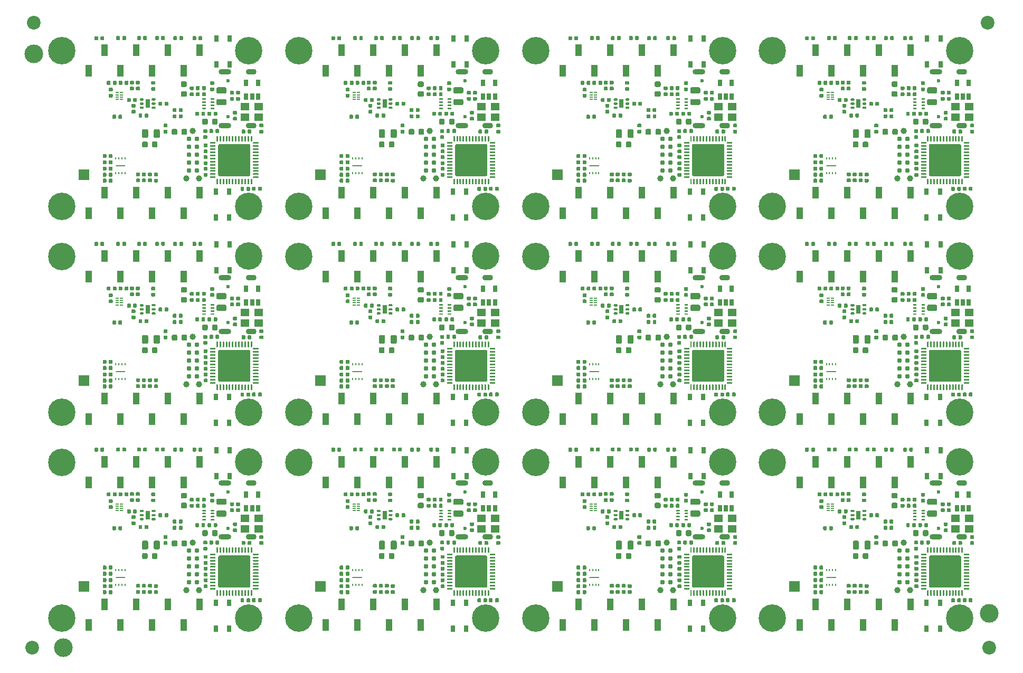
<source format=gbr>
G04 #@! TF.GenerationSoftware,KiCad,Pcbnew,5.1.5-52549c5~84~ubuntu19.04.1*
G04 #@! TF.CreationDate,2020-02-26T14:32:14-06:00*
G04 #@! TF.ProjectId,LeashPCB,4c656173-6850-4434-922e-6b696361645f,rev?*
G04 #@! TF.SameCoordinates,Original*
G04 #@! TF.FileFunction,Soldermask,Bot*
G04 #@! TF.FilePolarity,Negative*
%FSLAX46Y46*%
G04 Gerber Fmt 4.6, Leading zero omitted, Abs format (unit mm)*
G04 Created by KiCad (PCBNEW 5.1.5-52549c5~84~ubuntu19.04.1) date 2020-02-26 14:32:14*
%MOMM*%
%LPD*%
G04 APERTURE LIST*
%ADD10C,0.787400*%
%ADD11C,0.990600*%
%ADD12C,0.100000*%
%ADD13R,0.250000X0.300000*%
%ADD14C,4.400000*%
%ADD15C,0.700000*%
%ADD16C,0.600000*%
%ADD17O,1.700000X0.900000*%
%ADD18O,2.000000X0.900000*%
%ADD19R,0.650000X1.050000*%
%ADD20R,0.650000X1.060000*%
%ADD21R,1.400000X1.200000*%
%ADD22R,0.530000X0.200000*%
%ADD23R,0.690000X1.390000*%
%ADD24C,0.240000*%
%ADD25R,1.700000X1.700000*%
%ADD26R,1.000000X1.900000*%
%ADD27C,2.200000*%
%ADD28C,3.000000*%
G04 APERTURE END LIST*
D10*
X267765000Y-136310000D03*
X269035000Y-136310000D03*
X267765000Y-135040000D03*
X269035000Y-135040000D03*
X267765000Y-133770000D03*
X269035000Y-133770000D03*
D11*
X269416000Y-140120000D03*
X267384000Y-140120000D03*
X268400000Y-132500000D03*
D10*
X267765000Y-137580000D03*
X267765000Y-138850000D03*
X269035000Y-138850000D03*
X269035000Y-137580000D03*
X229765000Y-136310000D03*
X231035000Y-136310000D03*
X229765000Y-135040000D03*
X231035000Y-135040000D03*
X229765000Y-133770000D03*
X231035000Y-133770000D03*
D11*
X231416000Y-140120000D03*
X229384000Y-140120000D03*
X230400000Y-132500000D03*
D10*
X229765000Y-137580000D03*
X229765000Y-138850000D03*
X231035000Y-138850000D03*
X231035000Y-137580000D03*
X191765000Y-136310000D03*
X193035000Y-136310000D03*
X191765000Y-135040000D03*
X193035000Y-135040000D03*
X191765000Y-133770000D03*
X193035000Y-133770000D03*
D11*
X193416000Y-140120000D03*
X191384000Y-140120000D03*
X192400000Y-132500000D03*
D10*
X191765000Y-137580000D03*
X191765000Y-138850000D03*
X193035000Y-138850000D03*
X193035000Y-137580000D03*
X153765000Y-136310000D03*
X155035000Y-136310000D03*
X153765000Y-135040000D03*
X155035000Y-135040000D03*
X153765000Y-133770000D03*
X155035000Y-133770000D03*
D11*
X155416000Y-140120000D03*
X153384000Y-140120000D03*
X154400000Y-132500000D03*
D10*
X153765000Y-137580000D03*
X153765000Y-138850000D03*
X155035000Y-138850000D03*
X155035000Y-137580000D03*
X267765000Y-103310000D03*
X269035000Y-103310000D03*
X267765000Y-102040000D03*
X269035000Y-102040000D03*
X267765000Y-100770000D03*
X269035000Y-100770000D03*
D11*
X269416000Y-107120000D03*
X267384000Y-107120000D03*
X268400000Y-99500000D03*
D10*
X267765000Y-104580000D03*
X267765000Y-105850000D03*
X269035000Y-105850000D03*
X269035000Y-104580000D03*
X229765000Y-103310000D03*
X231035000Y-103310000D03*
X229765000Y-102040000D03*
X231035000Y-102040000D03*
X229765000Y-100770000D03*
X231035000Y-100770000D03*
D11*
X231416000Y-107120000D03*
X229384000Y-107120000D03*
X230400000Y-99500000D03*
D10*
X229765000Y-104580000D03*
X229765000Y-105850000D03*
X231035000Y-105850000D03*
X231035000Y-104580000D03*
X191765000Y-103310000D03*
X193035000Y-103310000D03*
X191765000Y-102040000D03*
X193035000Y-102040000D03*
X191765000Y-100770000D03*
X193035000Y-100770000D03*
D11*
X193416000Y-107120000D03*
X191384000Y-107120000D03*
X192400000Y-99500000D03*
D10*
X191765000Y-104580000D03*
X191765000Y-105850000D03*
X193035000Y-105850000D03*
X193035000Y-104580000D03*
X153765000Y-103310000D03*
X155035000Y-103310000D03*
X153765000Y-102040000D03*
X155035000Y-102040000D03*
X153765000Y-100770000D03*
X155035000Y-100770000D03*
D11*
X155416000Y-107120000D03*
X153384000Y-107120000D03*
X154400000Y-99500000D03*
D10*
X153765000Y-104580000D03*
X153765000Y-105850000D03*
X155035000Y-105850000D03*
X155035000Y-104580000D03*
X267765000Y-70310000D03*
X269035000Y-70310000D03*
X267765000Y-69040000D03*
X269035000Y-69040000D03*
X267765000Y-67770000D03*
X269035000Y-67770000D03*
D11*
X269416000Y-74120000D03*
X267384000Y-74120000D03*
X268400000Y-66500000D03*
D10*
X267765000Y-71580000D03*
X267765000Y-72850000D03*
X269035000Y-72850000D03*
X269035000Y-71580000D03*
X229765000Y-70310000D03*
X231035000Y-70310000D03*
X229765000Y-69040000D03*
X231035000Y-69040000D03*
X229765000Y-67770000D03*
X231035000Y-67770000D03*
D11*
X231416000Y-74120000D03*
X229384000Y-74120000D03*
X230400000Y-66500000D03*
D10*
X229765000Y-71580000D03*
X229765000Y-72850000D03*
X231035000Y-72850000D03*
X231035000Y-71580000D03*
X191765000Y-70310000D03*
X193035000Y-70310000D03*
X191765000Y-69040000D03*
X193035000Y-69040000D03*
X191765000Y-67770000D03*
X193035000Y-67770000D03*
D11*
X193416000Y-74120000D03*
X191384000Y-74120000D03*
X192400000Y-66500000D03*
D10*
X191765000Y-71580000D03*
X191765000Y-72850000D03*
X193035000Y-72850000D03*
X193035000Y-71580000D03*
D12*
G36*
X273565142Y-127351174D02*
G01*
X273588803Y-127354684D01*
X273612007Y-127360496D01*
X273634529Y-127368554D01*
X273656153Y-127378782D01*
X273676670Y-127391079D01*
X273695883Y-127405329D01*
X273713607Y-127421393D01*
X273729671Y-127439117D01*
X273743921Y-127458330D01*
X273756218Y-127478847D01*
X273766446Y-127500471D01*
X273774504Y-127522993D01*
X273780316Y-127546197D01*
X273783826Y-127569858D01*
X273785000Y-127593750D01*
X273785000Y-128081250D01*
X273783826Y-128105142D01*
X273780316Y-128128803D01*
X273774504Y-128152007D01*
X273766446Y-128174529D01*
X273756218Y-128196153D01*
X273743921Y-128216670D01*
X273729671Y-128235883D01*
X273713607Y-128253607D01*
X273695883Y-128269671D01*
X273676670Y-128283921D01*
X273656153Y-128296218D01*
X273634529Y-128306446D01*
X273612007Y-128314504D01*
X273588803Y-128320316D01*
X273565142Y-128323826D01*
X273541250Y-128325000D01*
X272428750Y-128325000D01*
X272404858Y-128323826D01*
X272381197Y-128320316D01*
X272357993Y-128314504D01*
X272335471Y-128306446D01*
X272313847Y-128296218D01*
X272293330Y-128283921D01*
X272274117Y-128269671D01*
X272256393Y-128253607D01*
X272240329Y-128235883D01*
X272226079Y-128216670D01*
X272213782Y-128196153D01*
X272203554Y-128174529D01*
X272195496Y-128152007D01*
X272189684Y-128128803D01*
X272186174Y-128105142D01*
X272185000Y-128081250D01*
X272185000Y-127593750D01*
X272186174Y-127569858D01*
X272189684Y-127546197D01*
X272195496Y-127522993D01*
X272203554Y-127500471D01*
X272213782Y-127478847D01*
X272226079Y-127458330D01*
X272240329Y-127439117D01*
X272256393Y-127421393D01*
X272274117Y-127405329D01*
X272293330Y-127391079D01*
X272313847Y-127378782D01*
X272335471Y-127368554D01*
X272357993Y-127360496D01*
X272381197Y-127354684D01*
X272404858Y-127351174D01*
X272428750Y-127350000D01*
X273541250Y-127350000D01*
X273565142Y-127351174D01*
G37*
G36*
X273565142Y-125476174D02*
G01*
X273588803Y-125479684D01*
X273612007Y-125485496D01*
X273634529Y-125493554D01*
X273656153Y-125503782D01*
X273676670Y-125516079D01*
X273695883Y-125530329D01*
X273713607Y-125546393D01*
X273729671Y-125564117D01*
X273743921Y-125583330D01*
X273756218Y-125603847D01*
X273766446Y-125625471D01*
X273774504Y-125647993D01*
X273780316Y-125671197D01*
X273783826Y-125694858D01*
X273785000Y-125718750D01*
X273785000Y-126206250D01*
X273783826Y-126230142D01*
X273780316Y-126253803D01*
X273774504Y-126277007D01*
X273766446Y-126299529D01*
X273756218Y-126321153D01*
X273743921Y-126341670D01*
X273729671Y-126360883D01*
X273713607Y-126378607D01*
X273695883Y-126394671D01*
X273676670Y-126408921D01*
X273656153Y-126421218D01*
X273634529Y-126431446D01*
X273612007Y-126439504D01*
X273588803Y-126445316D01*
X273565142Y-126448826D01*
X273541250Y-126450000D01*
X272428750Y-126450000D01*
X272404858Y-126448826D01*
X272381197Y-126445316D01*
X272357993Y-126439504D01*
X272335471Y-126431446D01*
X272313847Y-126421218D01*
X272293330Y-126408921D01*
X272274117Y-126394671D01*
X272256393Y-126378607D01*
X272240329Y-126360883D01*
X272226079Y-126341670D01*
X272213782Y-126321153D01*
X272203554Y-126299529D01*
X272195496Y-126277007D01*
X272189684Y-126253803D01*
X272186174Y-126230142D01*
X272185000Y-126206250D01*
X272185000Y-125718750D01*
X272186174Y-125694858D01*
X272189684Y-125671197D01*
X272195496Y-125647993D01*
X272203554Y-125625471D01*
X272213782Y-125603847D01*
X272226079Y-125583330D01*
X272240329Y-125564117D01*
X272256393Y-125546393D01*
X272274117Y-125530329D01*
X272293330Y-125516079D01*
X272313847Y-125503782D01*
X272335471Y-125493554D01*
X272357993Y-125485496D01*
X272381197Y-125479684D01*
X272404858Y-125476174D01*
X272428750Y-125475000D01*
X273541250Y-125475000D01*
X273565142Y-125476174D01*
G37*
G36*
X235565142Y-127351174D02*
G01*
X235588803Y-127354684D01*
X235612007Y-127360496D01*
X235634529Y-127368554D01*
X235656153Y-127378782D01*
X235676670Y-127391079D01*
X235695883Y-127405329D01*
X235713607Y-127421393D01*
X235729671Y-127439117D01*
X235743921Y-127458330D01*
X235756218Y-127478847D01*
X235766446Y-127500471D01*
X235774504Y-127522993D01*
X235780316Y-127546197D01*
X235783826Y-127569858D01*
X235785000Y-127593750D01*
X235785000Y-128081250D01*
X235783826Y-128105142D01*
X235780316Y-128128803D01*
X235774504Y-128152007D01*
X235766446Y-128174529D01*
X235756218Y-128196153D01*
X235743921Y-128216670D01*
X235729671Y-128235883D01*
X235713607Y-128253607D01*
X235695883Y-128269671D01*
X235676670Y-128283921D01*
X235656153Y-128296218D01*
X235634529Y-128306446D01*
X235612007Y-128314504D01*
X235588803Y-128320316D01*
X235565142Y-128323826D01*
X235541250Y-128325000D01*
X234428750Y-128325000D01*
X234404858Y-128323826D01*
X234381197Y-128320316D01*
X234357993Y-128314504D01*
X234335471Y-128306446D01*
X234313847Y-128296218D01*
X234293330Y-128283921D01*
X234274117Y-128269671D01*
X234256393Y-128253607D01*
X234240329Y-128235883D01*
X234226079Y-128216670D01*
X234213782Y-128196153D01*
X234203554Y-128174529D01*
X234195496Y-128152007D01*
X234189684Y-128128803D01*
X234186174Y-128105142D01*
X234185000Y-128081250D01*
X234185000Y-127593750D01*
X234186174Y-127569858D01*
X234189684Y-127546197D01*
X234195496Y-127522993D01*
X234203554Y-127500471D01*
X234213782Y-127478847D01*
X234226079Y-127458330D01*
X234240329Y-127439117D01*
X234256393Y-127421393D01*
X234274117Y-127405329D01*
X234293330Y-127391079D01*
X234313847Y-127378782D01*
X234335471Y-127368554D01*
X234357993Y-127360496D01*
X234381197Y-127354684D01*
X234404858Y-127351174D01*
X234428750Y-127350000D01*
X235541250Y-127350000D01*
X235565142Y-127351174D01*
G37*
G36*
X235565142Y-125476174D02*
G01*
X235588803Y-125479684D01*
X235612007Y-125485496D01*
X235634529Y-125493554D01*
X235656153Y-125503782D01*
X235676670Y-125516079D01*
X235695883Y-125530329D01*
X235713607Y-125546393D01*
X235729671Y-125564117D01*
X235743921Y-125583330D01*
X235756218Y-125603847D01*
X235766446Y-125625471D01*
X235774504Y-125647993D01*
X235780316Y-125671197D01*
X235783826Y-125694858D01*
X235785000Y-125718750D01*
X235785000Y-126206250D01*
X235783826Y-126230142D01*
X235780316Y-126253803D01*
X235774504Y-126277007D01*
X235766446Y-126299529D01*
X235756218Y-126321153D01*
X235743921Y-126341670D01*
X235729671Y-126360883D01*
X235713607Y-126378607D01*
X235695883Y-126394671D01*
X235676670Y-126408921D01*
X235656153Y-126421218D01*
X235634529Y-126431446D01*
X235612007Y-126439504D01*
X235588803Y-126445316D01*
X235565142Y-126448826D01*
X235541250Y-126450000D01*
X234428750Y-126450000D01*
X234404858Y-126448826D01*
X234381197Y-126445316D01*
X234357993Y-126439504D01*
X234335471Y-126431446D01*
X234313847Y-126421218D01*
X234293330Y-126408921D01*
X234274117Y-126394671D01*
X234256393Y-126378607D01*
X234240329Y-126360883D01*
X234226079Y-126341670D01*
X234213782Y-126321153D01*
X234203554Y-126299529D01*
X234195496Y-126277007D01*
X234189684Y-126253803D01*
X234186174Y-126230142D01*
X234185000Y-126206250D01*
X234185000Y-125718750D01*
X234186174Y-125694858D01*
X234189684Y-125671197D01*
X234195496Y-125647993D01*
X234203554Y-125625471D01*
X234213782Y-125603847D01*
X234226079Y-125583330D01*
X234240329Y-125564117D01*
X234256393Y-125546393D01*
X234274117Y-125530329D01*
X234293330Y-125516079D01*
X234313847Y-125503782D01*
X234335471Y-125493554D01*
X234357993Y-125485496D01*
X234381197Y-125479684D01*
X234404858Y-125476174D01*
X234428750Y-125475000D01*
X235541250Y-125475000D01*
X235565142Y-125476174D01*
G37*
G36*
X197565142Y-127351174D02*
G01*
X197588803Y-127354684D01*
X197612007Y-127360496D01*
X197634529Y-127368554D01*
X197656153Y-127378782D01*
X197676670Y-127391079D01*
X197695883Y-127405329D01*
X197713607Y-127421393D01*
X197729671Y-127439117D01*
X197743921Y-127458330D01*
X197756218Y-127478847D01*
X197766446Y-127500471D01*
X197774504Y-127522993D01*
X197780316Y-127546197D01*
X197783826Y-127569858D01*
X197785000Y-127593750D01*
X197785000Y-128081250D01*
X197783826Y-128105142D01*
X197780316Y-128128803D01*
X197774504Y-128152007D01*
X197766446Y-128174529D01*
X197756218Y-128196153D01*
X197743921Y-128216670D01*
X197729671Y-128235883D01*
X197713607Y-128253607D01*
X197695883Y-128269671D01*
X197676670Y-128283921D01*
X197656153Y-128296218D01*
X197634529Y-128306446D01*
X197612007Y-128314504D01*
X197588803Y-128320316D01*
X197565142Y-128323826D01*
X197541250Y-128325000D01*
X196428750Y-128325000D01*
X196404858Y-128323826D01*
X196381197Y-128320316D01*
X196357993Y-128314504D01*
X196335471Y-128306446D01*
X196313847Y-128296218D01*
X196293330Y-128283921D01*
X196274117Y-128269671D01*
X196256393Y-128253607D01*
X196240329Y-128235883D01*
X196226079Y-128216670D01*
X196213782Y-128196153D01*
X196203554Y-128174529D01*
X196195496Y-128152007D01*
X196189684Y-128128803D01*
X196186174Y-128105142D01*
X196185000Y-128081250D01*
X196185000Y-127593750D01*
X196186174Y-127569858D01*
X196189684Y-127546197D01*
X196195496Y-127522993D01*
X196203554Y-127500471D01*
X196213782Y-127478847D01*
X196226079Y-127458330D01*
X196240329Y-127439117D01*
X196256393Y-127421393D01*
X196274117Y-127405329D01*
X196293330Y-127391079D01*
X196313847Y-127378782D01*
X196335471Y-127368554D01*
X196357993Y-127360496D01*
X196381197Y-127354684D01*
X196404858Y-127351174D01*
X196428750Y-127350000D01*
X197541250Y-127350000D01*
X197565142Y-127351174D01*
G37*
G36*
X197565142Y-125476174D02*
G01*
X197588803Y-125479684D01*
X197612007Y-125485496D01*
X197634529Y-125493554D01*
X197656153Y-125503782D01*
X197676670Y-125516079D01*
X197695883Y-125530329D01*
X197713607Y-125546393D01*
X197729671Y-125564117D01*
X197743921Y-125583330D01*
X197756218Y-125603847D01*
X197766446Y-125625471D01*
X197774504Y-125647993D01*
X197780316Y-125671197D01*
X197783826Y-125694858D01*
X197785000Y-125718750D01*
X197785000Y-126206250D01*
X197783826Y-126230142D01*
X197780316Y-126253803D01*
X197774504Y-126277007D01*
X197766446Y-126299529D01*
X197756218Y-126321153D01*
X197743921Y-126341670D01*
X197729671Y-126360883D01*
X197713607Y-126378607D01*
X197695883Y-126394671D01*
X197676670Y-126408921D01*
X197656153Y-126421218D01*
X197634529Y-126431446D01*
X197612007Y-126439504D01*
X197588803Y-126445316D01*
X197565142Y-126448826D01*
X197541250Y-126450000D01*
X196428750Y-126450000D01*
X196404858Y-126448826D01*
X196381197Y-126445316D01*
X196357993Y-126439504D01*
X196335471Y-126431446D01*
X196313847Y-126421218D01*
X196293330Y-126408921D01*
X196274117Y-126394671D01*
X196256393Y-126378607D01*
X196240329Y-126360883D01*
X196226079Y-126341670D01*
X196213782Y-126321153D01*
X196203554Y-126299529D01*
X196195496Y-126277007D01*
X196189684Y-126253803D01*
X196186174Y-126230142D01*
X196185000Y-126206250D01*
X196185000Y-125718750D01*
X196186174Y-125694858D01*
X196189684Y-125671197D01*
X196195496Y-125647993D01*
X196203554Y-125625471D01*
X196213782Y-125603847D01*
X196226079Y-125583330D01*
X196240329Y-125564117D01*
X196256393Y-125546393D01*
X196274117Y-125530329D01*
X196293330Y-125516079D01*
X196313847Y-125503782D01*
X196335471Y-125493554D01*
X196357993Y-125485496D01*
X196381197Y-125479684D01*
X196404858Y-125476174D01*
X196428750Y-125475000D01*
X197541250Y-125475000D01*
X197565142Y-125476174D01*
G37*
G36*
X159565142Y-127351174D02*
G01*
X159588803Y-127354684D01*
X159612007Y-127360496D01*
X159634529Y-127368554D01*
X159656153Y-127378782D01*
X159676670Y-127391079D01*
X159695883Y-127405329D01*
X159713607Y-127421393D01*
X159729671Y-127439117D01*
X159743921Y-127458330D01*
X159756218Y-127478847D01*
X159766446Y-127500471D01*
X159774504Y-127522993D01*
X159780316Y-127546197D01*
X159783826Y-127569858D01*
X159785000Y-127593750D01*
X159785000Y-128081250D01*
X159783826Y-128105142D01*
X159780316Y-128128803D01*
X159774504Y-128152007D01*
X159766446Y-128174529D01*
X159756218Y-128196153D01*
X159743921Y-128216670D01*
X159729671Y-128235883D01*
X159713607Y-128253607D01*
X159695883Y-128269671D01*
X159676670Y-128283921D01*
X159656153Y-128296218D01*
X159634529Y-128306446D01*
X159612007Y-128314504D01*
X159588803Y-128320316D01*
X159565142Y-128323826D01*
X159541250Y-128325000D01*
X158428750Y-128325000D01*
X158404858Y-128323826D01*
X158381197Y-128320316D01*
X158357993Y-128314504D01*
X158335471Y-128306446D01*
X158313847Y-128296218D01*
X158293330Y-128283921D01*
X158274117Y-128269671D01*
X158256393Y-128253607D01*
X158240329Y-128235883D01*
X158226079Y-128216670D01*
X158213782Y-128196153D01*
X158203554Y-128174529D01*
X158195496Y-128152007D01*
X158189684Y-128128803D01*
X158186174Y-128105142D01*
X158185000Y-128081250D01*
X158185000Y-127593750D01*
X158186174Y-127569858D01*
X158189684Y-127546197D01*
X158195496Y-127522993D01*
X158203554Y-127500471D01*
X158213782Y-127478847D01*
X158226079Y-127458330D01*
X158240329Y-127439117D01*
X158256393Y-127421393D01*
X158274117Y-127405329D01*
X158293330Y-127391079D01*
X158313847Y-127378782D01*
X158335471Y-127368554D01*
X158357993Y-127360496D01*
X158381197Y-127354684D01*
X158404858Y-127351174D01*
X158428750Y-127350000D01*
X159541250Y-127350000D01*
X159565142Y-127351174D01*
G37*
G36*
X159565142Y-125476174D02*
G01*
X159588803Y-125479684D01*
X159612007Y-125485496D01*
X159634529Y-125493554D01*
X159656153Y-125503782D01*
X159676670Y-125516079D01*
X159695883Y-125530329D01*
X159713607Y-125546393D01*
X159729671Y-125564117D01*
X159743921Y-125583330D01*
X159756218Y-125603847D01*
X159766446Y-125625471D01*
X159774504Y-125647993D01*
X159780316Y-125671197D01*
X159783826Y-125694858D01*
X159785000Y-125718750D01*
X159785000Y-126206250D01*
X159783826Y-126230142D01*
X159780316Y-126253803D01*
X159774504Y-126277007D01*
X159766446Y-126299529D01*
X159756218Y-126321153D01*
X159743921Y-126341670D01*
X159729671Y-126360883D01*
X159713607Y-126378607D01*
X159695883Y-126394671D01*
X159676670Y-126408921D01*
X159656153Y-126421218D01*
X159634529Y-126431446D01*
X159612007Y-126439504D01*
X159588803Y-126445316D01*
X159565142Y-126448826D01*
X159541250Y-126450000D01*
X158428750Y-126450000D01*
X158404858Y-126448826D01*
X158381197Y-126445316D01*
X158357993Y-126439504D01*
X158335471Y-126431446D01*
X158313847Y-126421218D01*
X158293330Y-126408921D01*
X158274117Y-126394671D01*
X158256393Y-126378607D01*
X158240329Y-126360883D01*
X158226079Y-126341670D01*
X158213782Y-126321153D01*
X158203554Y-126299529D01*
X158195496Y-126277007D01*
X158189684Y-126253803D01*
X158186174Y-126230142D01*
X158185000Y-126206250D01*
X158185000Y-125718750D01*
X158186174Y-125694858D01*
X158189684Y-125671197D01*
X158195496Y-125647993D01*
X158203554Y-125625471D01*
X158213782Y-125603847D01*
X158226079Y-125583330D01*
X158240329Y-125564117D01*
X158256393Y-125546393D01*
X158274117Y-125530329D01*
X158293330Y-125516079D01*
X158313847Y-125503782D01*
X158335471Y-125493554D01*
X158357993Y-125485496D01*
X158381197Y-125479684D01*
X158404858Y-125476174D01*
X158428750Y-125475000D01*
X159541250Y-125475000D01*
X159565142Y-125476174D01*
G37*
G36*
X273565142Y-94351174D02*
G01*
X273588803Y-94354684D01*
X273612007Y-94360496D01*
X273634529Y-94368554D01*
X273656153Y-94378782D01*
X273676670Y-94391079D01*
X273695883Y-94405329D01*
X273713607Y-94421393D01*
X273729671Y-94439117D01*
X273743921Y-94458330D01*
X273756218Y-94478847D01*
X273766446Y-94500471D01*
X273774504Y-94522993D01*
X273780316Y-94546197D01*
X273783826Y-94569858D01*
X273785000Y-94593750D01*
X273785000Y-95081250D01*
X273783826Y-95105142D01*
X273780316Y-95128803D01*
X273774504Y-95152007D01*
X273766446Y-95174529D01*
X273756218Y-95196153D01*
X273743921Y-95216670D01*
X273729671Y-95235883D01*
X273713607Y-95253607D01*
X273695883Y-95269671D01*
X273676670Y-95283921D01*
X273656153Y-95296218D01*
X273634529Y-95306446D01*
X273612007Y-95314504D01*
X273588803Y-95320316D01*
X273565142Y-95323826D01*
X273541250Y-95325000D01*
X272428750Y-95325000D01*
X272404858Y-95323826D01*
X272381197Y-95320316D01*
X272357993Y-95314504D01*
X272335471Y-95306446D01*
X272313847Y-95296218D01*
X272293330Y-95283921D01*
X272274117Y-95269671D01*
X272256393Y-95253607D01*
X272240329Y-95235883D01*
X272226079Y-95216670D01*
X272213782Y-95196153D01*
X272203554Y-95174529D01*
X272195496Y-95152007D01*
X272189684Y-95128803D01*
X272186174Y-95105142D01*
X272185000Y-95081250D01*
X272185000Y-94593750D01*
X272186174Y-94569858D01*
X272189684Y-94546197D01*
X272195496Y-94522993D01*
X272203554Y-94500471D01*
X272213782Y-94478847D01*
X272226079Y-94458330D01*
X272240329Y-94439117D01*
X272256393Y-94421393D01*
X272274117Y-94405329D01*
X272293330Y-94391079D01*
X272313847Y-94378782D01*
X272335471Y-94368554D01*
X272357993Y-94360496D01*
X272381197Y-94354684D01*
X272404858Y-94351174D01*
X272428750Y-94350000D01*
X273541250Y-94350000D01*
X273565142Y-94351174D01*
G37*
G36*
X273565142Y-92476174D02*
G01*
X273588803Y-92479684D01*
X273612007Y-92485496D01*
X273634529Y-92493554D01*
X273656153Y-92503782D01*
X273676670Y-92516079D01*
X273695883Y-92530329D01*
X273713607Y-92546393D01*
X273729671Y-92564117D01*
X273743921Y-92583330D01*
X273756218Y-92603847D01*
X273766446Y-92625471D01*
X273774504Y-92647993D01*
X273780316Y-92671197D01*
X273783826Y-92694858D01*
X273785000Y-92718750D01*
X273785000Y-93206250D01*
X273783826Y-93230142D01*
X273780316Y-93253803D01*
X273774504Y-93277007D01*
X273766446Y-93299529D01*
X273756218Y-93321153D01*
X273743921Y-93341670D01*
X273729671Y-93360883D01*
X273713607Y-93378607D01*
X273695883Y-93394671D01*
X273676670Y-93408921D01*
X273656153Y-93421218D01*
X273634529Y-93431446D01*
X273612007Y-93439504D01*
X273588803Y-93445316D01*
X273565142Y-93448826D01*
X273541250Y-93450000D01*
X272428750Y-93450000D01*
X272404858Y-93448826D01*
X272381197Y-93445316D01*
X272357993Y-93439504D01*
X272335471Y-93431446D01*
X272313847Y-93421218D01*
X272293330Y-93408921D01*
X272274117Y-93394671D01*
X272256393Y-93378607D01*
X272240329Y-93360883D01*
X272226079Y-93341670D01*
X272213782Y-93321153D01*
X272203554Y-93299529D01*
X272195496Y-93277007D01*
X272189684Y-93253803D01*
X272186174Y-93230142D01*
X272185000Y-93206250D01*
X272185000Y-92718750D01*
X272186174Y-92694858D01*
X272189684Y-92671197D01*
X272195496Y-92647993D01*
X272203554Y-92625471D01*
X272213782Y-92603847D01*
X272226079Y-92583330D01*
X272240329Y-92564117D01*
X272256393Y-92546393D01*
X272274117Y-92530329D01*
X272293330Y-92516079D01*
X272313847Y-92503782D01*
X272335471Y-92493554D01*
X272357993Y-92485496D01*
X272381197Y-92479684D01*
X272404858Y-92476174D01*
X272428750Y-92475000D01*
X273541250Y-92475000D01*
X273565142Y-92476174D01*
G37*
G36*
X235565142Y-94351174D02*
G01*
X235588803Y-94354684D01*
X235612007Y-94360496D01*
X235634529Y-94368554D01*
X235656153Y-94378782D01*
X235676670Y-94391079D01*
X235695883Y-94405329D01*
X235713607Y-94421393D01*
X235729671Y-94439117D01*
X235743921Y-94458330D01*
X235756218Y-94478847D01*
X235766446Y-94500471D01*
X235774504Y-94522993D01*
X235780316Y-94546197D01*
X235783826Y-94569858D01*
X235785000Y-94593750D01*
X235785000Y-95081250D01*
X235783826Y-95105142D01*
X235780316Y-95128803D01*
X235774504Y-95152007D01*
X235766446Y-95174529D01*
X235756218Y-95196153D01*
X235743921Y-95216670D01*
X235729671Y-95235883D01*
X235713607Y-95253607D01*
X235695883Y-95269671D01*
X235676670Y-95283921D01*
X235656153Y-95296218D01*
X235634529Y-95306446D01*
X235612007Y-95314504D01*
X235588803Y-95320316D01*
X235565142Y-95323826D01*
X235541250Y-95325000D01*
X234428750Y-95325000D01*
X234404858Y-95323826D01*
X234381197Y-95320316D01*
X234357993Y-95314504D01*
X234335471Y-95306446D01*
X234313847Y-95296218D01*
X234293330Y-95283921D01*
X234274117Y-95269671D01*
X234256393Y-95253607D01*
X234240329Y-95235883D01*
X234226079Y-95216670D01*
X234213782Y-95196153D01*
X234203554Y-95174529D01*
X234195496Y-95152007D01*
X234189684Y-95128803D01*
X234186174Y-95105142D01*
X234185000Y-95081250D01*
X234185000Y-94593750D01*
X234186174Y-94569858D01*
X234189684Y-94546197D01*
X234195496Y-94522993D01*
X234203554Y-94500471D01*
X234213782Y-94478847D01*
X234226079Y-94458330D01*
X234240329Y-94439117D01*
X234256393Y-94421393D01*
X234274117Y-94405329D01*
X234293330Y-94391079D01*
X234313847Y-94378782D01*
X234335471Y-94368554D01*
X234357993Y-94360496D01*
X234381197Y-94354684D01*
X234404858Y-94351174D01*
X234428750Y-94350000D01*
X235541250Y-94350000D01*
X235565142Y-94351174D01*
G37*
G36*
X235565142Y-92476174D02*
G01*
X235588803Y-92479684D01*
X235612007Y-92485496D01*
X235634529Y-92493554D01*
X235656153Y-92503782D01*
X235676670Y-92516079D01*
X235695883Y-92530329D01*
X235713607Y-92546393D01*
X235729671Y-92564117D01*
X235743921Y-92583330D01*
X235756218Y-92603847D01*
X235766446Y-92625471D01*
X235774504Y-92647993D01*
X235780316Y-92671197D01*
X235783826Y-92694858D01*
X235785000Y-92718750D01*
X235785000Y-93206250D01*
X235783826Y-93230142D01*
X235780316Y-93253803D01*
X235774504Y-93277007D01*
X235766446Y-93299529D01*
X235756218Y-93321153D01*
X235743921Y-93341670D01*
X235729671Y-93360883D01*
X235713607Y-93378607D01*
X235695883Y-93394671D01*
X235676670Y-93408921D01*
X235656153Y-93421218D01*
X235634529Y-93431446D01*
X235612007Y-93439504D01*
X235588803Y-93445316D01*
X235565142Y-93448826D01*
X235541250Y-93450000D01*
X234428750Y-93450000D01*
X234404858Y-93448826D01*
X234381197Y-93445316D01*
X234357993Y-93439504D01*
X234335471Y-93431446D01*
X234313847Y-93421218D01*
X234293330Y-93408921D01*
X234274117Y-93394671D01*
X234256393Y-93378607D01*
X234240329Y-93360883D01*
X234226079Y-93341670D01*
X234213782Y-93321153D01*
X234203554Y-93299529D01*
X234195496Y-93277007D01*
X234189684Y-93253803D01*
X234186174Y-93230142D01*
X234185000Y-93206250D01*
X234185000Y-92718750D01*
X234186174Y-92694858D01*
X234189684Y-92671197D01*
X234195496Y-92647993D01*
X234203554Y-92625471D01*
X234213782Y-92603847D01*
X234226079Y-92583330D01*
X234240329Y-92564117D01*
X234256393Y-92546393D01*
X234274117Y-92530329D01*
X234293330Y-92516079D01*
X234313847Y-92503782D01*
X234335471Y-92493554D01*
X234357993Y-92485496D01*
X234381197Y-92479684D01*
X234404858Y-92476174D01*
X234428750Y-92475000D01*
X235541250Y-92475000D01*
X235565142Y-92476174D01*
G37*
G36*
X197565142Y-94351174D02*
G01*
X197588803Y-94354684D01*
X197612007Y-94360496D01*
X197634529Y-94368554D01*
X197656153Y-94378782D01*
X197676670Y-94391079D01*
X197695883Y-94405329D01*
X197713607Y-94421393D01*
X197729671Y-94439117D01*
X197743921Y-94458330D01*
X197756218Y-94478847D01*
X197766446Y-94500471D01*
X197774504Y-94522993D01*
X197780316Y-94546197D01*
X197783826Y-94569858D01*
X197785000Y-94593750D01*
X197785000Y-95081250D01*
X197783826Y-95105142D01*
X197780316Y-95128803D01*
X197774504Y-95152007D01*
X197766446Y-95174529D01*
X197756218Y-95196153D01*
X197743921Y-95216670D01*
X197729671Y-95235883D01*
X197713607Y-95253607D01*
X197695883Y-95269671D01*
X197676670Y-95283921D01*
X197656153Y-95296218D01*
X197634529Y-95306446D01*
X197612007Y-95314504D01*
X197588803Y-95320316D01*
X197565142Y-95323826D01*
X197541250Y-95325000D01*
X196428750Y-95325000D01*
X196404858Y-95323826D01*
X196381197Y-95320316D01*
X196357993Y-95314504D01*
X196335471Y-95306446D01*
X196313847Y-95296218D01*
X196293330Y-95283921D01*
X196274117Y-95269671D01*
X196256393Y-95253607D01*
X196240329Y-95235883D01*
X196226079Y-95216670D01*
X196213782Y-95196153D01*
X196203554Y-95174529D01*
X196195496Y-95152007D01*
X196189684Y-95128803D01*
X196186174Y-95105142D01*
X196185000Y-95081250D01*
X196185000Y-94593750D01*
X196186174Y-94569858D01*
X196189684Y-94546197D01*
X196195496Y-94522993D01*
X196203554Y-94500471D01*
X196213782Y-94478847D01*
X196226079Y-94458330D01*
X196240329Y-94439117D01*
X196256393Y-94421393D01*
X196274117Y-94405329D01*
X196293330Y-94391079D01*
X196313847Y-94378782D01*
X196335471Y-94368554D01*
X196357993Y-94360496D01*
X196381197Y-94354684D01*
X196404858Y-94351174D01*
X196428750Y-94350000D01*
X197541250Y-94350000D01*
X197565142Y-94351174D01*
G37*
G36*
X197565142Y-92476174D02*
G01*
X197588803Y-92479684D01*
X197612007Y-92485496D01*
X197634529Y-92493554D01*
X197656153Y-92503782D01*
X197676670Y-92516079D01*
X197695883Y-92530329D01*
X197713607Y-92546393D01*
X197729671Y-92564117D01*
X197743921Y-92583330D01*
X197756218Y-92603847D01*
X197766446Y-92625471D01*
X197774504Y-92647993D01*
X197780316Y-92671197D01*
X197783826Y-92694858D01*
X197785000Y-92718750D01*
X197785000Y-93206250D01*
X197783826Y-93230142D01*
X197780316Y-93253803D01*
X197774504Y-93277007D01*
X197766446Y-93299529D01*
X197756218Y-93321153D01*
X197743921Y-93341670D01*
X197729671Y-93360883D01*
X197713607Y-93378607D01*
X197695883Y-93394671D01*
X197676670Y-93408921D01*
X197656153Y-93421218D01*
X197634529Y-93431446D01*
X197612007Y-93439504D01*
X197588803Y-93445316D01*
X197565142Y-93448826D01*
X197541250Y-93450000D01*
X196428750Y-93450000D01*
X196404858Y-93448826D01*
X196381197Y-93445316D01*
X196357993Y-93439504D01*
X196335471Y-93431446D01*
X196313847Y-93421218D01*
X196293330Y-93408921D01*
X196274117Y-93394671D01*
X196256393Y-93378607D01*
X196240329Y-93360883D01*
X196226079Y-93341670D01*
X196213782Y-93321153D01*
X196203554Y-93299529D01*
X196195496Y-93277007D01*
X196189684Y-93253803D01*
X196186174Y-93230142D01*
X196185000Y-93206250D01*
X196185000Y-92718750D01*
X196186174Y-92694858D01*
X196189684Y-92671197D01*
X196195496Y-92647993D01*
X196203554Y-92625471D01*
X196213782Y-92603847D01*
X196226079Y-92583330D01*
X196240329Y-92564117D01*
X196256393Y-92546393D01*
X196274117Y-92530329D01*
X196293330Y-92516079D01*
X196313847Y-92503782D01*
X196335471Y-92493554D01*
X196357993Y-92485496D01*
X196381197Y-92479684D01*
X196404858Y-92476174D01*
X196428750Y-92475000D01*
X197541250Y-92475000D01*
X197565142Y-92476174D01*
G37*
G36*
X159565142Y-94351174D02*
G01*
X159588803Y-94354684D01*
X159612007Y-94360496D01*
X159634529Y-94368554D01*
X159656153Y-94378782D01*
X159676670Y-94391079D01*
X159695883Y-94405329D01*
X159713607Y-94421393D01*
X159729671Y-94439117D01*
X159743921Y-94458330D01*
X159756218Y-94478847D01*
X159766446Y-94500471D01*
X159774504Y-94522993D01*
X159780316Y-94546197D01*
X159783826Y-94569858D01*
X159785000Y-94593750D01*
X159785000Y-95081250D01*
X159783826Y-95105142D01*
X159780316Y-95128803D01*
X159774504Y-95152007D01*
X159766446Y-95174529D01*
X159756218Y-95196153D01*
X159743921Y-95216670D01*
X159729671Y-95235883D01*
X159713607Y-95253607D01*
X159695883Y-95269671D01*
X159676670Y-95283921D01*
X159656153Y-95296218D01*
X159634529Y-95306446D01*
X159612007Y-95314504D01*
X159588803Y-95320316D01*
X159565142Y-95323826D01*
X159541250Y-95325000D01*
X158428750Y-95325000D01*
X158404858Y-95323826D01*
X158381197Y-95320316D01*
X158357993Y-95314504D01*
X158335471Y-95306446D01*
X158313847Y-95296218D01*
X158293330Y-95283921D01*
X158274117Y-95269671D01*
X158256393Y-95253607D01*
X158240329Y-95235883D01*
X158226079Y-95216670D01*
X158213782Y-95196153D01*
X158203554Y-95174529D01*
X158195496Y-95152007D01*
X158189684Y-95128803D01*
X158186174Y-95105142D01*
X158185000Y-95081250D01*
X158185000Y-94593750D01*
X158186174Y-94569858D01*
X158189684Y-94546197D01*
X158195496Y-94522993D01*
X158203554Y-94500471D01*
X158213782Y-94478847D01*
X158226079Y-94458330D01*
X158240329Y-94439117D01*
X158256393Y-94421393D01*
X158274117Y-94405329D01*
X158293330Y-94391079D01*
X158313847Y-94378782D01*
X158335471Y-94368554D01*
X158357993Y-94360496D01*
X158381197Y-94354684D01*
X158404858Y-94351174D01*
X158428750Y-94350000D01*
X159541250Y-94350000D01*
X159565142Y-94351174D01*
G37*
G36*
X159565142Y-92476174D02*
G01*
X159588803Y-92479684D01*
X159612007Y-92485496D01*
X159634529Y-92493554D01*
X159656153Y-92503782D01*
X159676670Y-92516079D01*
X159695883Y-92530329D01*
X159713607Y-92546393D01*
X159729671Y-92564117D01*
X159743921Y-92583330D01*
X159756218Y-92603847D01*
X159766446Y-92625471D01*
X159774504Y-92647993D01*
X159780316Y-92671197D01*
X159783826Y-92694858D01*
X159785000Y-92718750D01*
X159785000Y-93206250D01*
X159783826Y-93230142D01*
X159780316Y-93253803D01*
X159774504Y-93277007D01*
X159766446Y-93299529D01*
X159756218Y-93321153D01*
X159743921Y-93341670D01*
X159729671Y-93360883D01*
X159713607Y-93378607D01*
X159695883Y-93394671D01*
X159676670Y-93408921D01*
X159656153Y-93421218D01*
X159634529Y-93431446D01*
X159612007Y-93439504D01*
X159588803Y-93445316D01*
X159565142Y-93448826D01*
X159541250Y-93450000D01*
X158428750Y-93450000D01*
X158404858Y-93448826D01*
X158381197Y-93445316D01*
X158357993Y-93439504D01*
X158335471Y-93431446D01*
X158313847Y-93421218D01*
X158293330Y-93408921D01*
X158274117Y-93394671D01*
X158256393Y-93378607D01*
X158240329Y-93360883D01*
X158226079Y-93341670D01*
X158213782Y-93321153D01*
X158203554Y-93299529D01*
X158195496Y-93277007D01*
X158189684Y-93253803D01*
X158186174Y-93230142D01*
X158185000Y-93206250D01*
X158185000Y-92718750D01*
X158186174Y-92694858D01*
X158189684Y-92671197D01*
X158195496Y-92647993D01*
X158203554Y-92625471D01*
X158213782Y-92603847D01*
X158226079Y-92583330D01*
X158240329Y-92564117D01*
X158256393Y-92546393D01*
X158274117Y-92530329D01*
X158293330Y-92516079D01*
X158313847Y-92503782D01*
X158335471Y-92493554D01*
X158357993Y-92485496D01*
X158381197Y-92479684D01*
X158404858Y-92476174D01*
X158428750Y-92475000D01*
X159541250Y-92475000D01*
X159565142Y-92476174D01*
G37*
G36*
X273565142Y-61351174D02*
G01*
X273588803Y-61354684D01*
X273612007Y-61360496D01*
X273634529Y-61368554D01*
X273656153Y-61378782D01*
X273676670Y-61391079D01*
X273695883Y-61405329D01*
X273713607Y-61421393D01*
X273729671Y-61439117D01*
X273743921Y-61458330D01*
X273756218Y-61478847D01*
X273766446Y-61500471D01*
X273774504Y-61522993D01*
X273780316Y-61546197D01*
X273783826Y-61569858D01*
X273785000Y-61593750D01*
X273785000Y-62081250D01*
X273783826Y-62105142D01*
X273780316Y-62128803D01*
X273774504Y-62152007D01*
X273766446Y-62174529D01*
X273756218Y-62196153D01*
X273743921Y-62216670D01*
X273729671Y-62235883D01*
X273713607Y-62253607D01*
X273695883Y-62269671D01*
X273676670Y-62283921D01*
X273656153Y-62296218D01*
X273634529Y-62306446D01*
X273612007Y-62314504D01*
X273588803Y-62320316D01*
X273565142Y-62323826D01*
X273541250Y-62325000D01*
X272428750Y-62325000D01*
X272404858Y-62323826D01*
X272381197Y-62320316D01*
X272357993Y-62314504D01*
X272335471Y-62306446D01*
X272313847Y-62296218D01*
X272293330Y-62283921D01*
X272274117Y-62269671D01*
X272256393Y-62253607D01*
X272240329Y-62235883D01*
X272226079Y-62216670D01*
X272213782Y-62196153D01*
X272203554Y-62174529D01*
X272195496Y-62152007D01*
X272189684Y-62128803D01*
X272186174Y-62105142D01*
X272185000Y-62081250D01*
X272185000Y-61593750D01*
X272186174Y-61569858D01*
X272189684Y-61546197D01*
X272195496Y-61522993D01*
X272203554Y-61500471D01*
X272213782Y-61478847D01*
X272226079Y-61458330D01*
X272240329Y-61439117D01*
X272256393Y-61421393D01*
X272274117Y-61405329D01*
X272293330Y-61391079D01*
X272313847Y-61378782D01*
X272335471Y-61368554D01*
X272357993Y-61360496D01*
X272381197Y-61354684D01*
X272404858Y-61351174D01*
X272428750Y-61350000D01*
X273541250Y-61350000D01*
X273565142Y-61351174D01*
G37*
G36*
X273565142Y-59476174D02*
G01*
X273588803Y-59479684D01*
X273612007Y-59485496D01*
X273634529Y-59493554D01*
X273656153Y-59503782D01*
X273676670Y-59516079D01*
X273695883Y-59530329D01*
X273713607Y-59546393D01*
X273729671Y-59564117D01*
X273743921Y-59583330D01*
X273756218Y-59603847D01*
X273766446Y-59625471D01*
X273774504Y-59647993D01*
X273780316Y-59671197D01*
X273783826Y-59694858D01*
X273785000Y-59718750D01*
X273785000Y-60206250D01*
X273783826Y-60230142D01*
X273780316Y-60253803D01*
X273774504Y-60277007D01*
X273766446Y-60299529D01*
X273756218Y-60321153D01*
X273743921Y-60341670D01*
X273729671Y-60360883D01*
X273713607Y-60378607D01*
X273695883Y-60394671D01*
X273676670Y-60408921D01*
X273656153Y-60421218D01*
X273634529Y-60431446D01*
X273612007Y-60439504D01*
X273588803Y-60445316D01*
X273565142Y-60448826D01*
X273541250Y-60450000D01*
X272428750Y-60450000D01*
X272404858Y-60448826D01*
X272381197Y-60445316D01*
X272357993Y-60439504D01*
X272335471Y-60431446D01*
X272313847Y-60421218D01*
X272293330Y-60408921D01*
X272274117Y-60394671D01*
X272256393Y-60378607D01*
X272240329Y-60360883D01*
X272226079Y-60341670D01*
X272213782Y-60321153D01*
X272203554Y-60299529D01*
X272195496Y-60277007D01*
X272189684Y-60253803D01*
X272186174Y-60230142D01*
X272185000Y-60206250D01*
X272185000Y-59718750D01*
X272186174Y-59694858D01*
X272189684Y-59671197D01*
X272195496Y-59647993D01*
X272203554Y-59625471D01*
X272213782Y-59603847D01*
X272226079Y-59583330D01*
X272240329Y-59564117D01*
X272256393Y-59546393D01*
X272274117Y-59530329D01*
X272293330Y-59516079D01*
X272313847Y-59503782D01*
X272335471Y-59493554D01*
X272357993Y-59485496D01*
X272381197Y-59479684D01*
X272404858Y-59476174D01*
X272428750Y-59475000D01*
X273541250Y-59475000D01*
X273565142Y-59476174D01*
G37*
G36*
X235565142Y-61351174D02*
G01*
X235588803Y-61354684D01*
X235612007Y-61360496D01*
X235634529Y-61368554D01*
X235656153Y-61378782D01*
X235676670Y-61391079D01*
X235695883Y-61405329D01*
X235713607Y-61421393D01*
X235729671Y-61439117D01*
X235743921Y-61458330D01*
X235756218Y-61478847D01*
X235766446Y-61500471D01*
X235774504Y-61522993D01*
X235780316Y-61546197D01*
X235783826Y-61569858D01*
X235785000Y-61593750D01*
X235785000Y-62081250D01*
X235783826Y-62105142D01*
X235780316Y-62128803D01*
X235774504Y-62152007D01*
X235766446Y-62174529D01*
X235756218Y-62196153D01*
X235743921Y-62216670D01*
X235729671Y-62235883D01*
X235713607Y-62253607D01*
X235695883Y-62269671D01*
X235676670Y-62283921D01*
X235656153Y-62296218D01*
X235634529Y-62306446D01*
X235612007Y-62314504D01*
X235588803Y-62320316D01*
X235565142Y-62323826D01*
X235541250Y-62325000D01*
X234428750Y-62325000D01*
X234404858Y-62323826D01*
X234381197Y-62320316D01*
X234357993Y-62314504D01*
X234335471Y-62306446D01*
X234313847Y-62296218D01*
X234293330Y-62283921D01*
X234274117Y-62269671D01*
X234256393Y-62253607D01*
X234240329Y-62235883D01*
X234226079Y-62216670D01*
X234213782Y-62196153D01*
X234203554Y-62174529D01*
X234195496Y-62152007D01*
X234189684Y-62128803D01*
X234186174Y-62105142D01*
X234185000Y-62081250D01*
X234185000Y-61593750D01*
X234186174Y-61569858D01*
X234189684Y-61546197D01*
X234195496Y-61522993D01*
X234203554Y-61500471D01*
X234213782Y-61478847D01*
X234226079Y-61458330D01*
X234240329Y-61439117D01*
X234256393Y-61421393D01*
X234274117Y-61405329D01*
X234293330Y-61391079D01*
X234313847Y-61378782D01*
X234335471Y-61368554D01*
X234357993Y-61360496D01*
X234381197Y-61354684D01*
X234404858Y-61351174D01*
X234428750Y-61350000D01*
X235541250Y-61350000D01*
X235565142Y-61351174D01*
G37*
G36*
X235565142Y-59476174D02*
G01*
X235588803Y-59479684D01*
X235612007Y-59485496D01*
X235634529Y-59493554D01*
X235656153Y-59503782D01*
X235676670Y-59516079D01*
X235695883Y-59530329D01*
X235713607Y-59546393D01*
X235729671Y-59564117D01*
X235743921Y-59583330D01*
X235756218Y-59603847D01*
X235766446Y-59625471D01*
X235774504Y-59647993D01*
X235780316Y-59671197D01*
X235783826Y-59694858D01*
X235785000Y-59718750D01*
X235785000Y-60206250D01*
X235783826Y-60230142D01*
X235780316Y-60253803D01*
X235774504Y-60277007D01*
X235766446Y-60299529D01*
X235756218Y-60321153D01*
X235743921Y-60341670D01*
X235729671Y-60360883D01*
X235713607Y-60378607D01*
X235695883Y-60394671D01*
X235676670Y-60408921D01*
X235656153Y-60421218D01*
X235634529Y-60431446D01*
X235612007Y-60439504D01*
X235588803Y-60445316D01*
X235565142Y-60448826D01*
X235541250Y-60450000D01*
X234428750Y-60450000D01*
X234404858Y-60448826D01*
X234381197Y-60445316D01*
X234357993Y-60439504D01*
X234335471Y-60431446D01*
X234313847Y-60421218D01*
X234293330Y-60408921D01*
X234274117Y-60394671D01*
X234256393Y-60378607D01*
X234240329Y-60360883D01*
X234226079Y-60341670D01*
X234213782Y-60321153D01*
X234203554Y-60299529D01*
X234195496Y-60277007D01*
X234189684Y-60253803D01*
X234186174Y-60230142D01*
X234185000Y-60206250D01*
X234185000Y-59718750D01*
X234186174Y-59694858D01*
X234189684Y-59671197D01*
X234195496Y-59647993D01*
X234203554Y-59625471D01*
X234213782Y-59603847D01*
X234226079Y-59583330D01*
X234240329Y-59564117D01*
X234256393Y-59546393D01*
X234274117Y-59530329D01*
X234293330Y-59516079D01*
X234313847Y-59503782D01*
X234335471Y-59493554D01*
X234357993Y-59485496D01*
X234381197Y-59479684D01*
X234404858Y-59476174D01*
X234428750Y-59475000D01*
X235541250Y-59475000D01*
X235565142Y-59476174D01*
G37*
G36*
X197565142Y-61351174D02*
G01*
X197588803Y-61354684D01*
X197612007Y-61360496D01*
X197634529Y-61368554D01*
X197656153Y-61378782D01*
X197676670Y-61391079D01*
X197695883Y-61405329D01*
X197713607Y-61421393D01*
X197729671Y-61439117D01*
X197743921Y-61458330D01*
X197756218Y-61478847D01*
X197766446Y-61500471D01*
X197774504Y-61522993D01*
X197780316Y-61546197D01*
X197783826Y-61569858D01*
X197785000Y-61593750D01*
X197785000Y-62081250D01*
X197783826Y-62105142D01*
X197780316Y-62128803D01*
X197774504Y-62152007D01*
X197766446Y-62174529D01*
X197756218Y-62196153D01*
X197743921Y-62216670D01*
X197729671Y-62235883D01*
X197713607Y-62253607D01*
X197695883Y-62269671D01*
X197676670Y-62283921D01*
X197656153Y-62296218D01*
X197634529Y-62306446D01*
X197612007Y-62314504D01*
X197588803Y-62320316D01*
X197565142Y-62323826D01*
X197541250Y-62325000D01*
X196428750Y-62325000D01*
X196404858Y-62323826D01*
X196381197Y-62320316D01*
X196357993Y-62314504D01*
X196335471Y-62306446D01*
X196313847Y-62296218D01*
X196293330Y-62283921D01*
X196274117Y-62269671D01*
X196256393Y-62253607D01*
X196240329Y-62235883D01*
X196226079Y-62216670D01*
X196213782Y-62196153D01*
X196203554Y-62174529D01*
X196195496Y-62152007D01*
X196189684Y-62128803D01*
X196186174Y-62105142D01*
X196185000Y-62081250D01*
X196185000Y-61593750D01*
X196186174Y-61569858D01*
X196189684Y-61546197D01*
X196195496Y-61522993D01*
X196203554Y-61500471D01*
X196213782Y-61478847D01*
X196226079Y-61458330D01*
X196240329Y-61439117D01*
X196256393Y-61421393D01*
X196274117Y-61405329D01*
X196293330Y-61391079D01*
X196313847Y-61378782D01*
X196335471Y-61368554D01*
X196357993Y-61360496D01*
X196381197Y-61354684D01*
X196404858Y-61351174D01*
X196428750Y-61350000D01*
X197541250Y-61350000D01*
X197565142Y-61351174D01*
G37*
G36*
X197565142Y-59476174D02*
G01*
X197588803Y-59479684D01*
X197612007Y-59485496D01*
X197634529Y-59493554D01*
X197656153Y-59503782D01*
X197676670Y-59516079D01*
X197695883Y-59530329D01*
X197713607Y-59546393D01*
X197729671Y-59564117D01*
X197743921Y-59583330D01*
X197756218Y-59603847D01*
X197766446Y-59625471D01*
X197774504Y-59647993D01*
X197780316Y-59671197D01*
X197783826Y-59694858D01*
X197785000Y-59718750D01*
X197785000Y-60206250D01*
X197783826Y-60230142D01*
X197780316Y-60253803D01*
X197774504Y-60277007D01*
X197766446Y-60299529D01*
X197756218Y-60321153D01*
X197743921Y-60341670D01*
X197729671Y-60360883D01*
X197713607Y-60378607D01*
X197695883Y-60394671D01*
X197676670Y-60408921D01*
X197656153Y-60421218D01*
X197634529Y-60431446D01*
X197612007Y-60439504D01*
X197588803Y-60445316D01*
X197565142Y-60448826D01*
X197541250Y-60450000D01*
X196428750Y-60450000D01*
X196404858Y-60448826D01*
X196381197Y-60445316D01*
X196357993Y-60439504D01*
X196335471Y-60431446D01*
X196313847Y-60421218D01*
X196293330Y-60408921D01*
X196274117Y-60394671D01*
X196256393Y-60378607D01*
X196240329Y-60360883D01*
X196226079Y-60341670D01*
X196213782Y-60321153D01*
X196203554Y-60299529D01*
X196195496Y-60277007D01*
X196189684Y-60253803D01*
X196186174Y-60230142D01*
X196185000Y-60206250D01*
X196185000Y-59718750D01*
X196186174Y-59694858D01*
X196189684Y-59671197D01*
X196195496Y-59647993D01*
X196203554Y-59625471D01*
X196213782Y-59603847D01*
X196226079Y-59583330D01*
X196240329Y-59564117D01*
X196256393Y-59546393D01*
X196274117Y-59530329D01*
X196293330Y-59516079D01*
X196313847Y-59503782D01*
X196335471Y-59493554D01*
X196357993Y-59485496D01*
X196381197Y-59479684D01*
X196404858Y-59476174D01*
X196428750Y-59475000D01*
X197541250Y-59475000D01*
X197565142Y-59476174D01*
G37*
G36*
X265702691Y-132151053D02*
G01*
X265723926Y-132154203D01*
X265744750Y-132159419D01*
X265764962Y-132166651D01*
X265784368Y-132175830D01*
X265802781Y-132186866D01*
X265820024Y-132199654D01*
X265835930Y-132214070D01*
X265850346Y-132229976D01*
X265863134Y-132247219D01*
X265874170Y-132265632D01*
X265883349Y-132285038D01*
X265890581Y-132305250D01*
X265895797Y-132326074D01*
X265898947Y-132347309D01*
X265900000Y-132368750D01*
X265900000Y-132881250D01*
X265898947Y-132902691D01*
X265895797Y-132923926D01*
X265890581Y-132944750D01*
X265883349Y-132964962D01*
X265874170Y-132984368D01*
X265863134Y-133002781D01*
X265850346Y-133020024D01*
X265835930Y-133035930D01*
X265820024Y-133050346D01*
X265802781Y-133063134D01*
X265784368Y-133074170D01*
X265764962Y-133083349D01*
X265744750Y-133090581D01*
X265723926Y-133095797D01*
X265702691Y-133098947D01*
X265681250Y-133100000D01*
X265243750Y-133100000D01*
X265222309Y-133098947D01*
X265201074Y-133095797D01*
X265180250Y-133090581D01*
X265160038Y-133083349D01*
X265140632Y-133074170D01*
X265122219Y-133063134D01*
X265104976Y-133050346D01*
X265089070Y-133035930D01*
X265074654Y-133020024D01*
X265061866Y-133002781D01*
X265050830Y-132984368D01*
X265041651Y-132964962D01*
X265034419Y-132944750D01*
X265029203Y-132923926D01*
X265026053Y-132902691D01*
X265025000Y-132881250D01*
X265025000Y-132368750D01*
X265026053Y-132347309D01*
X265029203Y-132326074D01*
X265034419Y-132305250D01*
X265041651Y-132285038D01*
X265050830Y-132265632D01*
X265061866Y-132247219D01*
X265074654Y-132229976D01*
X265089070Y-132214070D01*
X265104976Y-132199654D01*
X265122219Y-132186866D01*
X265140632Y-132175830D01*
X265160038Y-132166651D01*
X265180250Y-132159419D01*
X265201074Y-132154203D01*
X265222309Y-132151053D01*
X265243750Y-132150000D01*
X265681250Y-132150000D01*
X265702691Y-132151053D01*
G37*
G36*
X267277691Y-132151053D02*
G01*
X267298926Y-132154203D01*
X267319750Y-132159419D01*
X267339962Y-132166651D01*
X267359368Y-132175830D01*
X267377781Y-132186866D01*
X267395024Y-132199654D01*
X267410930Y-132214070D01*
X267425346Y-132229976D01*
X267438134Y-132247219D01*
X267449170Y-132265632D01*
X267458349Y-132285038D01*
X267465581Y-132305250D01*
X267470797Y-132326074D01*
X267473947Y-132347309D01*
X267475000Y-132368750D01*
X267475000Y-132881250D01*
X267473947Y-132902691D01*
X267470797Y-132923926D01*
X267465581Y-132944750D01*
X267458349Y-132964962D01*
X267449170Y-132984368D01*
X267438134Y-133002781D01*
X267425346Y-133020024D01*
X267410930Y-133035930D01*
X267395024Y-133050346D01*
X267377781Y-133063134D01*
X267359368Y-133074170D01*
X267339962Y-133083349D01*
X267319750Y-133090581D01*
X267298926Y-133095797D01*
X267277691Y-133098947D01*
X267256250Y-133100000D01*
X266818750Y-133100000D01*
X266797309Y-133098947D01*
X266776074Y-133095797D01*
X266755250Y-133090581D01*
X266735038Y-133083349D01*
X266715632Y-133074170D01*
X266697219Y-133063134D01*
X266679976Y-133050346D01*
X266664070Y-133035930D01*
X266649654Y-133020024D01*
X266636866Y-133002781D01*
X266625830Y-132984368D01*
X266616651Y-132964962D01*
X266609419Y-132944750D01*
X266604203Y-132923926D01*
X266601053Y-132902691D01*
X266600000Y-132881250D01*
X266600000Y-132368750D01*
X266601053Y-132347309D01*
X266604203Y-132326074D01*
X266609419Y-132305250D01*
X266616651Y-132285038D01*
X266625830Y-132265632D01*
X266636866Y-132247219D01*
X266649654Y-132229976D01*
X266664070Y-132214070D01*
X266679976Y-132199654D01*
X266697219Y-132186866D01*
X266715632Y-132175830D01*
X266735038Y-132166651D01*
X266755250Y-132159419D01*
X266776074Y-132154203D01*
X266797309Y-132151053D01*
X266818750Y-132150000D01*
X267256250Y-132150000D01*
X267277691Y-132151053D01*
G37*
G36*
X227702691Y-132151053D02*
G01*
X227723926Y-132154203D01*
X227744750Y-132159419D01*
X227764962Y-132166651D01*
X227784368Y-132175830D01*
X227802781Y-132186866D01*
X227820024Y-132199654D01*
X227835930Y-132214070D01*
X227850346Y-132229976D01*
X227863134Y-132247219D01*
X227874170Y-132265632D01*
X227883349Y-132285038D01*
X227890581Y-132305250D01*
X227895797Y-132326074D01*
X227898947Y-132347309D01*
X227900000Y-132368750D01*
X227900000Y-132881250D01*
X227898947Y-132902691D01*
X227895797Y-132923926D01*
X227890581Y-132944750D01*
X227883349Y-132964962D01*
X227874170Y-132984368D01*
X227863134Y-133002781D01*
X227850346Y-133020024D01*
X227835930Y-133035930D01*
X227820024Y-133050346D01*
X227802781Y-133063134D01*
X227784368Y-133074170D01*
X227764962Y-133083349D01*
X227744750Y-133090581D01*
X227723926Y-133095797D01*
X227702691Y-133098947D01*
X227681250Y-133100000D01*
X227243750Y-133100000D01*
X227222309Y-133098947D01*
X227201074Y-133095797D01*
X227180250Y-133090581D01*
X227160038Y-133083349D01*
X227140632Y-133074170D01*
X227122219Y-133063134D01*
X227104976Y-133050346D01*
X227089070Y-133035930D01*
X227074654Y-133020024D01*
X227061866Y-133002781D01*
X227050830Y-132984368D01*
X227041651Y-132964962D01*
X227034419Y-132944750D01*
X227029203Y-132923926D01*
X227026053Y-132902691D01*
X227025000Y-132881250D01*
X227025000Y-132368750D01*
X227026053Y-132347309D01*
X227029203Y-132326074D01*
X227034419Y-132305250D01*
X227041651Y-132285038D01*
X227050830Y-132265632D01*
X227061866Y-132247219D01*
X227074654Y-132229976D01*
X227089070Y-132214070D01*
X227104976Y-132199654D01*
X227122219Y-132186866D01*
X227140632Y-132175830D01*
X227160038Y-132166651D01*
X227180250Y-132159419D01*
X227201074Y-132154203D01*
X227222309Y-132151053D01*
X227243750Y-132150000D01*
X227681250Y-132150000D01*
X227702691Y-132151053D01*
G37*
G36*
X229277691Y-132151053D02*
G01*
X229298926Y-132154203D01*
X229319750Y-132159419D01*
X229339962Y-132166651D01*
X229359368Y-132175830D01*
X229377781Y-132186866D01*
X229395024Y-132199654D01*
X229410930Y-132214070D01*
X229425346Y-132229976D01*
X229438134Y-132247219D01*
X229449170Y-132265632D01*
X229458349Y-132285038D01*
X229465581Y-132305250D01*
X229470797Y-132326074D01*
X229473947Y-132347309D01*
X229475000Y-132368750D01*
X229475000Y-132881250D01*
X229473947Y-132902691D01*
X229470797Y-132923926D01*
X229465581Y-132944750D01*
X229458349Y-132964962D01*
X229449170Y-132984368D01*
X229438134Y-133002781D01*
X229425346Y-133020024D01*
X229410930Y-133035930D01*
X229395024Y-133050346D01*
X229377781Y-133063134D01*
X229359368Y-133074170D01*
X229339962Y-133083349D01*
X229319750Y-133090581D01*
X229298926Y-133095797D01*
X229277691Y-133098947D01*
X229256250Y-133100000D01*
X228818750Y-133100000D01*
X228797309Y-133098947D01*
X228776074Y-133095797D01*
X228755250Y-133090581D01*
X228735038Y-133083349D01*
X228715632Y-133074170D01*
X228697219Y-133063134D01*
X228679976Y-133050346D01*
X228664070Y-133035930D01*
X228649654Y-133020024D01*
X228636866Y-133002781D01*
X228625830Y-132984368D01*
X228616651Y-132964962D01*
X228609419Y-132944750D01*
X228604203Y-132923926D01*
X228601053Y-132902691D01*
X228600000Y-132881250D01*
X228600000Y-132368750D01*
X228601053Y-132347309D01*
X228604203Y-132326074D01*
X228609419Y-132305250D01*
X228616651Y-132285038D01*
X228625830Y-132265632D01*
X228636866Y-132247219D01*
X228649654Y-132229976D01*
X228664070Y-132214070D01*
X228679976Y-132199654D01*
X228697219Y-132186866D01*
X228715632Y-132175830D01*
X228735038Y-132166651D01*
X228755250Y-132159419D01*
X228776074Y-132154203D01*
X228797309Y-132151053D01*
X228818750Y-132150000D01*
X229256250Y-132150000D01*
X229277691Y-132151053D01*
G37*
G36*
X189702691Y-132151053D02*
G01*
X189723926Y-132154203D01*
X189744750Y-132159419D01*
X189764962Y-132166651D01*
X189784368Y-132175830D01*
X189802781Y-132186866D01*
X189820024Y-132199654D01*
X189835930Y-132214070D01*
X189850346Y-132229976D01*
X189863134Y-132247219D01*
X189874170Y-132265632D01*
X189883349Y-132285038D01*
X189890581Y-132305250D01*
X189895797Y-132326074D01*
X189898947Y-132347309D01*
X189900000Y-132368750D01*
X189900000Y-132881250D01*
X189898947Y-132902691D01*
X189895797Y-132923926D01*
X189890581Y-132944750D01*
X189883349Y-132964962D01*
X189874170Y-132984368D01*
X189863134Y-133002781D01*
X189850346Y-133020024D01*
X189835930Y-133035930D01*
X189820024Y-133050346D01*
X189802781Y-133063134D01*
X189784368Y-133074170D01*
X189764962Y-133083349D01*
X189744750Y-133090581D01*
X189723926Y-133095797D01*
X189702691Y-133098947D01*
X189681250Y-133100000D01*
X189243750Y-133100000D01*
X189222309Y-133098947D01*
X189201074Y-133095797D01*
X189180250Y-133090581D01*
X189160038Y-133083349D01*
X189140632Y-133074170D01*
X189122219Y-133063134D01*
X189104976Y-133050346D01*
X189089070Y-133035930D01*
X189074654Y-133020024D01*
X189061866Y-133002781D01*
X189050830Y-132984368D01*
X189041651Y-132964962D01*
X189034419Y-132944750D01*
X189029203Y-132923926D01*
X189026053Y-132902691D01*
X189025000Y-132881250D01*
X189025000Y-132368750D01*
X189026053Y-132347309D01*
X189029203Y-132326074D01*
X189034419Y-132305250D01*
X189041651Y-132285038D01*
X189050830Y-132265632D01*
X189061866Y-132247219D01*
X189074654Y-132229976D01*
X189089070Y-132214070D01*
X189104976Y-132199654D01*
X189122219Y-132186866D01*
X189140632Y-132175830D01*
X189160038Y-132166651D01*
X189180250Y-132159419D01*
X189201074Y-132154203D01*
X189222309Y-132151053D01*
X189243750Y-132150000D01*
X189681250Y-132150000D01*
X189702691Y-132151053D01*
G37*
G36*
X191277691Y-132151053D02*
G01*
X191298926Y-132154203D01*
X191319750Y-132159419D01*
X191339962Y-132166651D01*
X191359368Y-132175830D01*
X191377781Y-132186866D01*
X191395024Y-132199654D01*
X191410930Y-132214070D01*
X191425346Y-132229976D01*
X191438134Y-132247219D01*
X191449170Y-132265632D01*
X191458349Y-132285038D01*
X191465581Y-132305250D01*
X191470797Y-132326074D01*
X191473947Y-132347309D01*
X191475000Y-132368750D01*
X191475000Y-132881250D01*
X191473947Y-132902691D01*
X191470797Y-132923926D01*
X191465581Y-132944750D01*
X191458349Y-132964962D01*
X191449170Y-132984368D01*
X191438134Y-133002781D01*
X191425346Y-133020024D01*
X191410930Y-133035930D01*
X191395024Y-133050346D01*
X191377781Y-133063134D01*
X191359368Y-133074170D01*
X191339962Y-133083349D01*
X191319750Y-133090581D01*
X191298926Y-133095797D01*
X191277691Y-133098947D01*
X191256250Y-133100000D01*
X190818750Y-133100000D01*
X190797309Y-133098947D01*
X190776074Y-133095797D01*
X190755250Y-133090581D01*
X190735038Y-133083349D01*
X190715632Y-133074170D01*
X190697219Y-133063134D01*
X190679976Y-133050346D01*
X190664070Y-133035930D01*
X190649654Y-133020024D01*
X190636866Y-133002781D01*
X190625830Y-132984368D01*
X190616651Y-132964962D01*
X190609419Y-132944750D01*
X190604203Y-132923926D01*
X190601053Y-132902691D01*
X190600000Y-132881250D01*
X190600000Y-132368750D01*
X190601053Y-132347309D01*
X190604203Y-132326074D01*
X190609419Y-132305250D01*
X190616651Y-132285038D01*
X190625830Y-132265632D01*
X190636866Y-132247219D01*
X190649654Y-132229976D01*
X190664070Y-132214070D01*
X190679976Y-132199654D01*
X190697219Y-132186866D01*
X190715632Y-132175830D01*
X190735038Y-132166651D01*
X190755250Y-132159419D01*
X190776074Y-132154203D01*
X190797309Y-132151053D01*
X190818750Y-132150000D01*
X191256250Y-132150000D01*
X191277691Y-132151053D01*
G37*
G36*
X151702691Y-132151053D02*
G01*
X151723926Y-132154203D01*
X151744750Y-132159419D01*
X151764962Y-132166651D01*
X151784368Y-132175830D01*
X151802781Y-132186866D01*
X151820024Y-132199654D01*
X151835930Y-132214070D01*
X151850346Y-132229976D01*
X151863134Y-132247219D01*
X151874170Y-132265632D01*
X151883349Y-132285038D01*
X151890581Y-132305250D01*
X151895797Y-132326074D01*
X151898947Y-132347309D01*
X151900000Y-132368750D01*
X151900000Y-132881250D01*
X151898947Y-132902691D01*
X151895797Y-132923926D01*
X151890581Y-132944750D01*
X151883349Y-132964962D01*
X151874170Y-132984368D01*
X151863134Y-133002781D01*
X151850346Y-133020024D01*
X151835930Y-133035930D01*
X151820024Y-133050346D01*
X151802781Y-133063134D01*
X151784368Y-133074170D01*
X151764962Y-133083349D01*
X151744750Y-133090581D01*
X151723926Y-133095797D01*
X151702691Y-133098947D01*
X151681250Y-133100000D01*
X151243750Y-133100000D01*
X151222309Y-133098947D01*
X151201074Y-133095797D01*
X151180250Y-133090581D01*
X151160038Y-133083349D01*
X151140632Y-133074170D01*
X151122219Y-133063134D01*
X151104976Y-133050346D01*
X151089070Y-133035930D01*
X151074654Y-133020024D01*
X151061866Y-133002781D01*
X151050830Y-132984368D01*
X151041651Y-132964962D01*
X151034419Y-132944750D01*
X151029203Y-132923926D01*
X151026053Y-132902691D01*
X151025000Y-132881250D01*
X151025000Y-132368750D01*
X151026053Y-132347309D01*
X151029203Y-132326074D01*
X151034419Y-132305250D01*
X151041651Y-132285038D01*
X151050830Y-132265632D01*
X151061866Y-132247219D01*
X151074654Y-132229976D01*
X151089070Y-132214070D01*
X151104976Y-132199654D01*
X151122219Y-132186866D01*
X151140632Y-132175830D01*
X151160038Y-132166651D01*
X151180250Y-132159419D01*
X151201074Y-132154203D01*
X151222309Y-132151053D01*
X151243750Y-132150000D01*
X151681250Y-132150000D01*
X151702691Y-132151053D01*
G37*
G36*
X153277691Y-132151053D02*
G01*
X153298926Y-132154203D01*
X153319750Y-132159419D01*
X153339962Y-132166651D01*
X153359368Y-132175830D01*
X153377781Y-132186866D01*
X153395024Y-132199654D01*
X153410930Y-132214070D01*
X153425346Y-132229976D01*
X153438134Y-132247219D01*
X153449170Y-132265632D01*
X153458349Y-132285038D01*
X153465581Y-132305250D01*
X153470797Y-132326074D01*
X153473947Y-132347309D01*
X153475000Y-132368750D01*
X153475000Y-132881250D01*
X153473947Y-132902691D01*
X153470797Y-132923926D01*
X153465581Y-132944750D01*
X153458349Y-132964962D01*
X153449170Y-132984368D01*
X153438134Y-133002781D01*
X153425346Y-133020024D01*
X153410930Y-133035930D01*
X153395024Y-133050346D01*
X153377781Y-133063134D01*
X153359368Y-133074170D01*
X153339962Y-133083349D01*
X153319750Y-133090581D01*
X153298926Y-133095797D01*
X153277691Y-133098947D01*
X153256250Y-133100000D01*
X152818750Y-133100000D01*
X152797309Y-133098947D01*
X152776074Y-133095797D01*
X152755250Y-133090581D01*
X152735038Y-133083349D01*
X152715632Y-133074170D01*
X152697219Y-133063134D01*
X152679976Y-133050346D01*
X152664070Y-133035930D01*
X152649654Y-133020024D01*
X152636866Y-133002781D01*
X152625830Y-132984368D01*
X152616651Y-132964962D01*
X152609419Y-132944750D01*
X152604203Y-132923926D01*
X152601053Y-132902691D01*
X152600000Y-132881250D01*
X152600000Y-132368750D01*
X152601053Y-132347309D01*
X152604203Y-132326074D01*
X152609419Y-132305250D01*
X152616651Y-132285038D01*
X152625830Y-132265632D01*
X152636866Y-132247219D01*
X152649654Y-132229976D01*
X152664070Y-132214070D01*
X152679976Y-132199654D01*
X152697219Y-132186866D01*
X152715632Y-132175830D01*
X152735038Y-132166651D01*
X152755250Y-132159419D01*
X152776074Y-132154203D01*
X152797309Y-132151053D01*
X152818750Y-132150000D01*
X153256250Y-132150000D01*
X153277691Y-132151053D01*
G37*
G36*
X265702691Y-99151053D02*
G01*
X265723926Y-99154203D01*
X265744750Y-99159419D01*
X265764962Y-99166651D01*
X265784368Y-99175830D01*
X265802781Y-99186866D01*
X265820024Y-99199654D01*
X265835930Y-99214070D01*
X265850346Y-99229976D01*
X265863134Y-99247219D01*
X265874170Y-99265632D01*
X265883349Y-99285038D01*
X265890581Y-99305250D01*
X265895797Y-99326074D01*
X265898947Y-99347309D01*
X265900000Y-99368750D01*
X265900000Y-99881250D01*
X265898947Y-99902691D01*
X265895797Y-99923926D01*
X265890581Y-99944750D01*
X265883349Y-99964962D01*
X265874170Y-99984368D01*
X265863134Y-100002781D01*
X265850346Y-100020024D01*
X265835930Y-100035930D01*
X265820024Y-100050346D01*
X265802781Y-100063134D01*
X265784368Y-100074170D01*
X265764962Y-100083349D01*
X265744750Y-100090581D01*
X265723926Y-100095797D01*
X265702691Y-100098947D01*
X265681250Y-100100000D01*
X265243750Y-100100000D01*
X265222309Y-100098947D01*
X265201074Y-100095797D01*
X265180250Y-100090581D01*
X265160038Y-100083349D01*
X265140632Y-100074170D01*
X265122219Y-100063134D01*
X265104976Y-100050346D01*
X265089070Y-100035930D01*
X265074654Y-100020024D01*
X265061866Y-100002781D01*
X265050830Y-99984368D01*
X265041651Y-99964962D01*
X265034419Y-99944750D01*
X265029203Y-99923926D01*
X265026053Y-99902691D01*
X265025000Y-99881250D01*
X265025000Y-99368750D01*
X265026053Y-99347309D01*
X265029203Y-99326074D01*
X265034419Y-99305250D01*
X265041651Y-99285038D01*
X265050830Y-99265632D01*
X265061866Y-99247219D01*
X265074654Y-99229976D01*
X265089070Y-99214070D01*
X265104976Y-99199654D01*
X265122219Y-99186866D01*
X265140632Y-99175830D01*
X265160038Y-99166651D01*
X265180250Y-99159419D01*
X265201074Y-99154203D01*
X265222309Y-99151053D01*
X265243750Y-99150000D01*
X265681250Y-99150000D01*
X265702691Y-99151053D01*
G37*
G36*
X267277691Y-99151053D02*
G01*
X267298926Y-99154203D01*
X267319750Y-99159419D01*
X267339962Y-99166651D01*
X267359368Y-99175830D01*
X267377781Y-99186866D01*
X267395024Y-99199654D01*
X267410930Y-99214070D01*
X267425346Y-99229976D01*
X267438134Y-99247219D01*
X267449170Y-99265632D01*
X267458349Y-99285038D01*
X267465581Y-99305250D01*
X267470797Y-99326074D01*
X267473947Y-99347309D01*
X267475000Y-99368750D01*
X267475000Y-99881250D01*
X267473947Y-99902691D01*
X267470797Y-99923926D01*
X267465581Y-99944750D01*
X267458349Y-99964962D01*
X267449170Y-99984368D01*
X267438134Y-100002781D01*
X267425346Y-100020024D01*
X267410930Y-100035930D01*
X267395024Y-100050346D01*
X267377781Y-100063134D01*
X267359368Y-100074170D01*
X267339962Y-100083349D01*
X267319750Y-100090581D01*
X267298926Y-100095797D01*
X267277691Y-100098947D01*
X267256250Y-100100000D01*
X266818750Y-100100000D01*
X266797309Y-100098947D01*
X266776074Y-100095797D01*
X266755250Y-100090581D01*
X266735038Y-100083349D01*
X266715632Y-100074170D01*
X266697219Y-100063134D01*
X266679976Y-100050346D01*
X266664070Y-100035930D01*
X266649654Y-100020024D01*
X266636866Y-100002781D01*
X266625830Y-99984368D01*
X266616651Y-99964962D01*
X266609419Y-99944750D01*
X266604203Y-99923926D01*
X266601053Y-99902691D01*
X266600000Y-99881250D01*
X266600000Y-99368750D01*
X266601053Y-99347309D01*
X266604203Y-99326074D01*
X266609419Y-99305250D01*
X266616651Y-99285038D01*
X266625830Y-99265632D01*
X266636866Y-99247219D01*
X266649654Y-99229976D01*
X266664070Y-99214070D01*
X266679976Y-99199654D01*
X266697219Y-99186866D01*
X266715632Y-99175830D01*
X266735038Y-99166651D01*
X266755250Y-99159419D01*
X266776074Y-99154203D01*
X266797309Y-99151053D01*
X266818750Y-99150000D01*
X267256250Y-99150000D01*
X267277691Y-99151053D01*
G37*
G36*
X227702691Y-99151053D02*
G01*
X227723926Y-99154203D01*
X227744750Y-99159419D01*
X227764962Y-99166651D01*
X227784368Y-99175830D01*
X227802781Y-99186866D01*
X227820024Y-99199654D01*
X227835930Y-99214070D01*
X227850346Y-99229976D01*
X227863134Y-99247219D01*
X227874170Y-99265632D01*
X227883349Y-99285038D01*
X227890581Y-99305250D01*
X227895797Y-99326074D01*
X227898947Y-99347309D01*
X227900000Y-99368750D01*
X227900000Y-99881250D01*
X227898947Y-99902691D01*
X227895797Y-99923926D01*
X227890581Y-99944750D01*
X227883349Y-99964962D01*
X227874170Y-99984368D01*
X227863134Y-100002781D01*
X227850346Y-100020024D01*
X227835930Y-100035930D01*
X227820024Y-100050346D01*
X227802781Y-100063134D01*
X227784368Y-100074170D01*
X227764962Y-100083349D01*
X227744750Y-100090581D01*
X227723926Y-100095797D01*
X227702691Y-100098947D01*
X227681250Y-100100000D01*
X227243750Y-100100000D01*
X227222309Y-100098947D01*
X227201074Y-100095797D01*
X227180250Y-100090581D01*
X227160038Y-100083349D01*
X227140632Y-100074170D01*
X227122219Y-100063134D01*
X227104976Y-100050346D01*
X227089070Y-100035930D01*
X227074654Y-100020024D01*
X227061866Y-100002781D01*
X227050830Y-99984368D01*
X227041651Y-99964962D01*
X227034419Y-99944750D01*
X227029203Y-99923926D01*
X227026053Y-99902691D01*
X227025000Y-99881250D01*
X227025000Y-99368750D01*
X227026053Y-99347309D01*
X227029203Y-99326074D01*
X227034419Y-99305250D01*
X227041651Y-99285038D01*
X227050830Y-99265632D01*
X227061866Y-99247219D01*
X227074654Y-99229976D01*
X227089070Y-99214070D01*
X227104976Y-99199654D01*
X227122219Y-99186866D01*
X227140632Y-99175830D01*
X227160038Y-99166651D01*
X227180250Y-99159419D01*
X227201074Y-99154203D01*
X227222309Y-99151053D01*
X227243750Y-99150000D01*
X227681250Y-99150000D01*
X227702691Y-99151053D01*
G37*
G36*
X229277691Y-99151053D02*
G01*
X229298926Y-99154203D01*
X229319750Y-99159419D01*
X229339962Y-99166651D01*
X229359368Y-99175830D01*
X229377781Y-99186866D01*
X229395024Y-99199654D01*
X229410930Y-99214070D01*
X229425346Y-99229976D01*
X229438134Y-99247219D01*
X229449170Y-99265632D01*
X229458349Y-99285038D01*
X229465581Y-99305250D01*
X229470797Y-99326074D01*
X229473947Y-99347309D01*
X229475000Y-99368750D01*
X229475000Y-99881250D01*
X229473947Y-99902691D01*
X229470797Y-99923926D01*
X229465581Y-99944750D01*
X229458349Y-99964962D01*
X229449170Y-99984368D01*
X229438134Y-100002781D01*
X229425346Y-100020024D01*
X229410930Y-100035930D01*
X229395024Y-100050346D01*
X229377781Y-100063134D01*
X229359368Y-100074170D01*
X229339962Y-100083349D01*
X229319750Y-100090581D01*
X229298926Y-100095797D01*
X229277691Y-100098947D01*
X229256250Y-100100000D01*
X228818750Y-100100000D01*
X228797309Y-100098947D01*
X228776074Y-100095797D01*
X228755250Y-100090581D01*
X228735038Y-100083349D01*
X228715632Y-100074170D01*
X228697219Y-100063134D01*
X228679976Y-100050346D01*
X228664070Y-100035930D01*
X228649654Y-100020024D01*
X228636866Y-100002781D01*
X228625830Y-99984368D01*
X228616651Y-99964962D01*
X228609419Y-99944750D01*
X228604203Y-99923926D01*
X228601053Y-99902691D01*
X228600000Y-99881250D01*
X228600000Y-99368750D01*
X228601053Y-99347309D01*
X228604203Y-99326074D01*
X228609419Y-99305250D01*
X228616651Y-99285038D01*
X228625830Y-99265632D01*
X228636866Y-99247219D01*
X228649654Y-99229976D01*
X228664070Y-99214070D01*
X228679976Y-99199654D01*
X228697219Y-99186866D01*
X228715632Y-99175830D01*
X228735038Y-99166651D01*
X228755250Y-99159419D01*
X228776074Y-99154203D01*
X228797309Y-99151053D01*
X228818750Y-99150000D01*
X229256250Y-99150000D01*
X229277691Y-99151053D01*
G37*
G36*
X189702691Y-99151053D02*
G01*
X189723926Y-99154203D01*
X189744750Y-99159419D01*
X189764962Y-99166651D01*
X189784368Y-99175830D01*
X189802781Y-99186866D01*
X189820024Y-99199654D01*
X189835930Y-99214070D01*
X189850346Y-99229976D01*
X189863134Y-99247219D01*
X189874170Y-99265632D01*
X189883349Y-99285038D01*
X189890581Y-99305250D01*
X189895797Y-99326074D01*
X189898947Y-99347309D01*
X189900000Y-99368750D01*
X189900000Y-99881250D01*
X189898947Y-99902691D01*
X189895797Y-99923926D01*
X189890581Y-99944750D01*
X189883349Y-99964962D01*
X189874170Y-99984368D01*
X189863134Y-100002781D01*
X189850346Y-100020024D01*
X189835930Y-100035930D01*
X189820024Y-100050346D01*
X189802781Y-100063134D01*
X189784368Y-100074170D01*
X189764962Y-100083349D01*
X189744750Y-100090581D01*
X189723926Y-100095797D01*
X189702691Y-100098947D01*
X189681250Y-100100000D01*
X189243750Y-100100000D01*
X189222309Y-100098947D01*
X189201074Y-100095797D01*
X189180250Y-100090581D01*
X189160038Y-100083349D01*
X189140632Y-100074170D01*
X189122219Y-100063134D01*
X189104976Y-100050346D01*
X189089070Y-100035930D01*
X189074654Y-100020024D01*
X189061866Y-100002781D01*
X189050830Y-99984368D01*
X189041651Y-99964962D01*
X189034419Y-99944750D01*
X189029203Y-99923926D01*
X189026053Y-99902691D01*
X189025000Y-99881250D01*
X189025000Y-99368750D01*
X189026053Y-99347309D01*
X189029203Y-99326074D01*
X189034419Y-99305250D01*
X189041651Y-99285038D01*
X189050830Y-99265632D01*
X189061866Y-99247219D01*
X189074654Y-99229976D01*
X189089070Y-99214070D01*
X189104976Y-99199654D01*
X189122219Y-99186866D01*
X189140632Y-99175830D01*
X189160038Y-99166651D01*
X189180250Y-99159419D01*
X189201074Y-99154203D01*
X189222309Y-99151053D01*
X189243750Y-99150000D01*
X189681250Y-99150000D01*
X189702691Y-99151053D01*
G37*
G36*
X191277691Y-99151053D02*
G01*
X191298926Y-99154203D01*
X191319750Y-99159419D01*
X191339962Y-99166651D01*
X191359368Y-99175830D01*
X191377781Y-99186866D01*
X191395024Y-99199654D01*
X191410930Y-99214070D01*
X191425346Y-99229976D01*
X191438134Y-99247219D01*
X191449170Y-99265632D01*
X191458349Y-99285038D01*
X191465581Y-99305250D01*
X191470797Y-99326074D01*
X191473947Y-99347309D01*
X191475000Y-99368750D01*
X191475000Y-99881250D01*
X191473947Y-99902691D01*
X191470797Y-99923926D01*
X191465581Y-99944750D01*
X191458349Y-99964962D01*
X191449170Y-99984368D01*
X191438134Y-100002781D01*
X191425346Y-100020024D01*
X191410930Y-100035930D01*
X191395024Y-100050346D01*
X191377781Y-100063134D01*
X191359368Y-100074170D01*
X191339962Y-100083349D01*
X191319750Y-100090581D01*
X191298926Y-100095797D01*
X191277691Y-100098947D01*
X191256250Y-100100000D01*
X190818750Y-100100000D01*
X190797309Y-100098947D01*
X190776074Y-100095797D01*
X190755250Y-100090581D01*
X190735038Y-100083349D01*
X190715632Y-100074170D01*
X190697219Y-100063134D01*
X190679976Y-100050346D01*
X190664070Y-100035930D01*
X190649654Y-100020024D01*
X190636866Y-100002781D01*
X190625830Y-99984368D01*
X190616651Y-99964962D01*
X190609419Y-99944750D01*
X190604203Y-99923926D01*
X190601053Y-99902691D01*
X190600000Y-99881250D01*
X190600000Y-99368750D01*
X190601053Y-99347309D01*
X190604203Y-99326074D01*
X190609419Y-99305250D01*
X190616651Y-99285038D01*
X190625830Y-99265632D01*
X190636866Y-99247219D01*
X190649654Y-99229976D01*
X190664070Y-99214070D01*
X190679976Y-99199654D01*
X190697219Y-99186866D01*
X190715632Y-99175830D01*
X190735038Y-99166651D01*
X190755250Y-99159419D01*
X190776074Y-99154203D01*
X190797309Y-99151053D01*
X190818750Y-99150000D01*
X191256250Y-99150000D01*
X191277691Y-99151053D01*
G37*
G36*
X151702691Y-99151053D02*
G01*
X151723926Y-99154203D01*
X151744750Y-99159419D01*
X151764962Y-99166651D01*
X151784368Y-99175830D01*
X151802781Y-99186866D01*
X151820024Y-99199654D01*
X151835930Y-99214070D01*
X151850346Y-99229976D01*
X151863134Y-99247219D01*
X151874170Y-99265632D01*
X151883349Y-99285038D01*
X151890581Y-99305250D01*
X151895797Y-99326074D01*
X151898947Y-99347309D01*
X151900000Y-99368750D01*
X151900000Y-99881250D01*
X151898947Y-99902691D01*
X151895797Y-99923926D01*
X151890581Y-99944750D01*
X151883349Y-99964962D01*
X151874170Y-99984368D01*
X151863134Y-100002781D01*
X151850346Y-100020024D01*
X151835930Y-100035930D01*
X151820024Y-100050346D01*
X151802781Y-100063134D01*
X151784368Y-100074170D01*
X151764962Y-100083349D01*
X151744750Y-100090581D01*
X151723926Y-100095797D01*
X151702691Y-100098947D01*
X151681250Y-100100000D01*
X151243750Y-100100000D01*
X151222309Y-100098947D01*
X151201074Y-100095797D01*
X151180250Y-100090581D01*
X151160038Y-100083349D01*
X151140632Y-100074170D01*
X151122219Y-100063134D01*
X151104976Y-100050346D01*
X151089070Y-100035930D01*
X151074654Y-100020024D01*
X151061866Y-100002781D01*
X151050830Y-99984368D01*
X151041651Y-99964962D01*
X151034419Y-99944750D01*
X151029203Y-99923926D01*
X151026053Y-99902691D01*
X151025000Y-99881250D01*
X151025000Y-99368750D01*
X151026053Y-99347309D01*
X151029203Y-99326074D01*
X151034419Y-99305250D01*
X151041651Y-99285038D01*
X151050830Y-99265632D01*
X151061866Y-99247219D01*
X151074654Y-99229976D01*
X151089070Y-99214070D01*
X151104976Y-99199654D01*
X151122219Y-99186866D01*
X151140632Y-99175830D01*
X151160038Y-99166651D01*
X151180250Y-99159419D01*
X151201074Y-99154203D01*
X151222309Y-99151053D01*
X151243750Y-99150000D01*
X151681250Y-99150000D01*
X151702691Y-99151053D01*
G37*
G36*
X153277691Y-99151053D02*
G01*
X153298926Y-99154203D01*
X153319750Y-99159419D01*
X153339962Y-99166651D01*
X153359368Y-99175830D01*
X153377781Y-99186866D01*
X153395024Y-99199654D01*
X153410930Y-99214070D01*
X153425346Y-99229976D01*
X153438134Y-99247219D01*
X153449170Y-99265632D01*
X153458349Y-99285038D01*
X153465581Y-99305250D01*
X153470797Y-99326074D01*
X153473947Y-99347309D01*
X153475000Y-99368750D01*
X153475000Y-99881250D01*
X153473947Y-99902691D01*
X153470797Y-99923926D01*
X153465581Y-99944750D01*
X153458349Y-99964962D01*
X153449170Y-99984368D01*
X153438134Y-100002781D01*
X153425346Y-100020024D01*
X153410930Y-100035930D01*
X153395024Y-100050346D01*
X153377781Y-100063134D01*
X153359368Y-100074170D01*
X153339962Y-100083349D01*
X153319750Y-100090581D01*
X153298926Y-100095797D01*
X153277691Y-100098947D01*
X153256250Y-100100000D01*
X152818750Y-100100000D01*
X152797309Y-100098947D01*
X152776074Y-100095797D01*
X152755250Y-100090581D01*
X152735038Y-100083349D01*
X152715632Y-100074170D01*
X152697219Y-100063134D01*
X152679976Y-100050346D01*
X152664070Y-100035930D01*
X152649654Y-100020024D01*
X152636866Y-100002781D01*
X152625830Y-99984368D01*
X152616651Y-99964962D01*
X152609419Y-99944750D01*
X152604203Y-99923926D01*
X152601053Y-99902691D01*
X152600000Y-99881250D01*
X152600000Y-99368750D01*
X152601053Y-99347309D01*
X152604203Y-99326074D01*
X152609419Y-99305250D01*
X152616651Y-99285038D01*
X152625830Y-99265632D01*
X152636866Y-99247219D01*
X152649654Y-99229976D01*
X152664070Y-99214070D01*
X152679976Y-99199654D01*
X152697219Y-99186866D01*
X152715632Y-99175830D01*
X152735038Y-99166651D01*
X152755250Y-99159419D01*
X152776074Y-99154203D01*
X152797309Y-99151053D01*
X152818750Y-99150000D01*
X153256250Y-99150000D01*
X153277691Y-99151053D01*
G37*
G36*
X265702691Y-66151053D02*
G01*
X265723926Y-66154203D01*
X265744750Y-66159419D01*
X265764962Y-66166651D01*
X265784368Y-66175830D01*
X265802781Y-66186866D01*
X265820024Y-66199654D01*
X265835930Y-66214070D01*
X265850346Y-66229976D01*
X265863134Y-66247219D01*
X265874170Y-66265632D01*
X265883349Y-66285038D01*
X265890581Y-66305250D01*
X265895797Y-66326074D01*
X265898947Y-66347309D01*
X265900000Y-66368750D01*
X265900000Y-66881250D01*
X265898947Y-66902691D01*
X265895797Y-66923926D01*
X265890581Y-66944750D01*
X265883349Y-66964962D01*
X265874170Y-66984368D01*
X265863134Y-67002781D01*
X265850346Y-67020024D01*
X265835930Y-67035930D01*
X265820024Y-67050346D01*
X265802781Y-67063134D01*
X265784368Y-67074170D01*
X265764962Y-67083349D01*
X265744750Y-67090581D01*
X265723926Y-67095797D01*
X265702691Y-67098947D01*
X265681250Y-67100000D01*
X265243750Y-67100000D01*
X265222309Y-67098947D01*
X265201074Y-67095797D01*
X265180250Y-67090581D01*
X265160038Y-67083349D01*
X265140632Y-67074170D01*
X265122219Y-67063134D01*
X265104976Y-67050346D01*
X265089070Y-67035930D01*
X265074654Y-67020024D01*
X265061866Y-67002781D01*
X265050830Y-66984368D01*
X265041651Y-66964962D01*
X265034419Y-66944750D01*
X265029203Y-66923926D01*
X265026053Y-66902691D01*
X265025000Y-66881250D01*
X265025000Y-66368750D01*
X265026053Y-66347309D01*
X265029203Y-66326074D01*
X265034419Y-66305250D01*
X265041651Y-66285038D01*
X265050830Y-66265632D01*
X265061866Y-66247219D01*
X265074654Y-66229976D01*
X265089070Y-66214070D01*
X265104976Y-66199654D01*
X265122219Y-66186866D01*
X265140632Y-66175830D01*
X265160038Y-66166651D01*
X265180250Y-66159419D01*
X265201074Y-66154203D01*
X265222309Y-66151053D01*
X265243750Y-66150000D01*
X265681250Y-66150000D01*
X265702691Y-66151053D01*
G37*
G36*
X267277691Y-66151053D02*
G01*
X267298926Y-66154203D01*
X267319750Y-66159419D01*
X267339962Y-66166651D01*
X267359368Y-66175830D01*
X267377781Y-66186866D01*
X267395024Y-66199654D01*
X267410930Y-66214070D01*
X267425346Y-66229976D01*
X267438134Y-66247219D01*
X267449170Y-66265632D01*
X267458349Y-66285038D01*
X267465581Y-66305250D01*
X267470797Y-66326074D01*
X267473947Y-66347309D01*
X267475000Y-66368750D01*
X267475000Y-66881250D01*
X267473947Y-66902691D01*
X267470797Y-66923926D01*
X267465581Y-66944750D01*
X267458349Y-66964962D01*
X267449170Y-66984368D01*
X267438134Y-67002781D01*
X267425346Y-67020024D01*
X267410930Y-67035930D01*
X267395024Y-67050346D01*
X267377781Y-67063134D01*
X267359368Y-67074170D01*
X267339962Y-67083349D01*
X267319750Y-67090581D01*
X267298926Y-67095797D01*
X267277691Y-67098947D01*
X267256250Y-67100000D01*
X266818750Y-67100000D01*
X266797309Y-67098947D01*
X266776074Y-67095797D01*
X266755250Y-67090581D01*
X266735038Y-67083349D01*
X266715632Y-67074170D01*
X266697219Y-67063134D01*
X266679976Y-67050346D01*
X266664070Y-67035930D01*
X266649654Y-67020024D01*
X266636866Y-67002781D01*
X266625830Y-66984368D01*
X266616651Y-66964962D01*
X266609419Y-66944750D01*
X266604203Y-66923926D01*
X266601053Y-66902691D01*
X266600000Y-66881250D01*
X266600000Y-66368750D01*
X266601053Y-66347309D01*
X266604203Y-66326074D01*
X266609419Y-66305250D01*
X266616651Y-66285038D01*
X266625830Y-66265632D01*
X266636866Y-66247219D01*
X266649654Y-66229976D01*
X266664070Y-66214070D01*
X266679976Y-66199654D01*
X266697219Y-66186866D01*
X266715632Y-66175830D01*
X266735038Y-66166651D01*
X266755250Y-66159419D01*
X266776074Y-66154203D01*
X266797309Y-66151053D01*
X266818750Y-66150000D01*
X267256250Y-66150000D01*
X267277691Y-66151053D01*
G37*
G36*
X227702691Y-66151053D02*
G01*
X227723926Y-66154203D01*
X227744750Y-66159419D01*
X227764962Y-66166651D01*
X227784368Y-66175830D01*
X227802781Y-66186866D01*
X227820024Y-66199654D01*
X227835930Y-66214070D01*
X227850346Y-66229976D01*
X227863134Y-66247219D01*
X227874170Y-66265632D01*
X227883349Y-66285038D01*
X227890581Y-66305250D01*
X227895797Y-66326074D01*
X227898947Y-66347309D01*
X227900000Y-66368750D01*
X227900000Y-66881250D01*
X227898947Y-66902691D01*
X227895797Y-66923926D01*
X227890581Y-66944750D01*
X227883349Y-66964962D01*
X227874170Y-66984368D01*
X227863134Y-67002781D01*
X227850346Y-67020024D01*
X227835930Y-67035930D01*
X227820024Y-67050346D01*
X227802781Y-67063134D01*
X227784368Y-67074170D01*
X227764962Y-67083349D01*
X227744750Y-67090581D01*
X227723926Y-67095797D01*
X227702691Y-67098947D01*
X227681250Y-67100000D01*
X227243750Y-67100000D01*
X227222309Y-67098947D01*
X227201074Y-67095797D01*
X227180250Y-67090581D01*
X227160038Y-67083349D01*
X227140632Y-67074170D01*
X227122219Y-67063134D01*
X227104976Y-67050346D01*
X227089070Y-67035930D01*
X227074654Y-67020024D01*
X227061866Y-67002781D01*
X227050830Y-66984368D01*
X227041651Y-66964962D01*
X227034419Y-66944750D01*
X227029203Y-66923926D01*
X227026053Y-66902691D01*
X227025000Y-66881250D01*
X227025000Y-66368750D01*
X227026053Y-66347309D01*
X227029203Y-66326074D01*
X227034419Y-66305250D01*
X227041651Y-66285038D01*
X227050830Y-66265632D01*
X227061866Y-66247219D01*
X227074654Y-66229976D01*
X227089070Y-66214070D01*
X227104976Y-66199654D01*
X227122219Y-66186866D01*
X227140632Y-66175830D01*
X227160038Y-66166651D01*
X227180250Y-66159419D01*
X227201074Y-66154203D01*
X227222309Y-66151053D01*
X227243750Y-66150000D01*
X227681250Y-66150000D01*
X227702691Y-66151053D01*
G37*
G36*
X229277691Y-66151053D02*
G01*
X229298926Y-66154203D01*
X229319750Y-66159419D01*
X229339962Y-66166651D01*
X229359368Y-66175830D01*
X229377781Y-66186866D01*
X229395024Y-66199654D01*
X229410930Y-66214070D01*
X229425346Y-66229976D01*
X229438134Y-66247219D01*
X229449170Y-66265632D01*
X229458349Y-66285038D01*
X229465581Y-66305250D01*
X229470797Y-66326074D01*
X229473947Y-66347309D01*
X229475000Y-66368750D01*
X229475000Y-66881250D01*
X229473947Y-66902691D01*
X229470797Y-66923926D01*
X229465581Y-66944750D01*
X229458349Y-66964962D01*
X229449170Y-66984368D01*
X229438134Y-67002781D01*
X229425346Y-67020024D01*
X229410930Y-67035930D01*
X229395024Y-67050346D01*
X229377781Y-67063134D01*
X229359368Y-67074170D01*
X229339962Y-67083349D01*
X229319750Y-67090581D01*
X229298926Y-67095797D01*
X229277691Y-67098947D01*
X229256250Y-67100000D01*
X228818750Y-67100000D01*
X228797309Y-67098947D01*
X228776074Y-67095797D01*
X228755250Y-67090581D01*
X228735038Y-67083349D01*
X228715632Y-67074170D01*
X228697219Y-67063134D01*
X228679976Y-67050346D01*
X228664070Y-67035930D01*
X228649654Y-67020024D01*
X228636866Y-67002781D01*
X228625830Y-66984368D01*
X228616651Y-66964962D01*
X228609419Y-66944750D01*
X228604203Y-66923926D01*
X228601053Y-66902691D01*
X228600000Y-66881250D01*
X228600000Y-66368750D01*
X228601053Y-66347309D01*
X228604203Y-66326074D01*
X228609419Y-66305250D01*
X228616651Y-66285038D01*
X228625830Y-66265632D01*
X228636866Y-66247219D01*
X228649654Y-66229976D01*
X228664070Y-66214070D01*
X228679976Y-66199654D01*
X228697219Y-66186866D01*
X228715632Y-66175830D01*
X228735038Y-66166651D01*
X228755250Y-66159419D01*
X228776074Y-66154203D01*
X228797309Y-66151053D01*
X228818750Y-66150000D01*
X229256250Y-66150000D01*
X229277691Y-66151053D01*
G37*
G36*
X189702691Y-66151053D02*
G01*
X189723926Y-66154203D01*
X189744750Y-66159419D01*
X189764962Y-66166651D01*
X189784368Y-66175830D01*
X189802781Y-66186866D01*
X189820024Y-66199654D01*
X189835930Y-66214070D01*
X189850346Y-66229976D01*
X189863134Y-66247219D01*
X189874170Y-66265632D01*
X189883349Y-66285038D01*
X189890581Y-66305250D01*
X189895797Y-66326074D01*
X189898947Y-66347309D01*
X189900000Y-66368750D01*
X189900000Y-66881250D01*
X189898947Y-66902691D01*
X189895797Y-66923926D01*
X189890581Y-66944750D01*
X189883349Y-66964962D01*
X189874170Y-66984368D01*
X189863134Y-67002781D01*
X189850346Y-67020024D01*
X189835930Y-67035930D01*
X189820024Y-67050346D01*
X189802781Y-67063134D01*
X189784368Y-67074170D01*
X189764962Y-67083349D01*
X189744750Y-67090581D01*
X189723926Y-67095797D01*
X189702691Y-67098947D01*
X189681250Y-67100000D01*
X189243750Y-67100000D01*
X189222309Y-67098947D01*
X189201074Y-67095797D01*
X189180250Y-67090581D01*
X189160038Y-67083349D01*
X189140632Y-67074170D01*
X189122219Y-67063134D01*
X189104976Y-67050346D01*
X189089070Y-67035930D01*
X189074654Y-67020024D01*
X189061866Y-67002781D01*
X189050830Y-66984368D01*
X189041651Y-66964962D01*
X189034419Y-66944750D01*
X189029203Y-66923926D01*
X189026053Y-66902691D01*
X189025000Y-66881250D01*
X189025000Y-66368750D01*
X189026053Y-66347309D01*
X189029203Y-66326074D01*
X189034419Y-66305250D01*
X189041651Y-66285038D01*
X189050830Y-66265632D01*
X189061866Y-66247219D01*
X189074654Y-66229976D01*
X189089070Y-66214070D01*
X189104976Y-66199654D01*
X189122219Y-66186866D01*
X189140632Y-66175830D01*
X189160038Y-66166651D01*
X189180250Y-66159419D01*
X189201074Y-66154203D01*
X189222309Y-66151053D01*
X189243750Y-66150000D01*
X189681250Y-66150000D01*
X189702691Y-66151053D01*
G37*
G36*
X191277691Y-66151053D02*
G01*
X191298926Y-66154203D01*
X191319750Y-66159419D01*
X191339962Y-66166651D01*
X191359368Y-66175830D01*
X191377781Y-66186866D01*
X191395024Y-66199654D01*
X191410930Y-66214070D01*
X191425346Y-66229976D01*
X191438134Y-66247219D01*
X191449170Y-66265632D01*
X191458349Y-66285038D01*
X191465581Y-66305250D01*
X191470797Y-66326074D01*
X191473947Y-66347309D01*
X191475000Y-66368750D01*
X191475000Y-66881250D01*
X191473947Y-66902691D01*
X191470797Y-66923926D01*
X191465581Y-66944750D01*
X191458349Y-66964962D01*
X191449170Y-66984368D01*
X191438134Y-67002781D01*
X191425346Y-67020024D01*
X191410930Y-67035930D01*
X191395024Y-67050346D01*
X191377781Y-67063134D01*
X191359368Y-67074170D01*
X191339962Y-67083349D01*
X191319750Y-67090581D01*
X191298926Y-67095797D01*
X191277691Y-67098947D01*
X191256250Y-67100000D01*
X190818750Y-67100000D01*
X190797309Y-67098947D01*
X190776074Y-67095797D01*
X190755250Y-67090581D01*
X190735038Y-67083349D01*
X190715632Y-67074170D01*
X190697219Y-67063134D01*
X190679976Y-67050346D01*
X190664070Y-67035930D01*
X190649654Y-67020024D01*
X190636866Y-67002781D01*
X190625830Y-66984368D01*
X190616651Y-66964962D01*
X190609419Y-66944750D01*
X190604203Y-66923926D01*
X190601053Y-66902691D01*
X190600000Y-66881250D01*
X190600000Y-66368750D01*
X190601053Y-66347309D01*
X190604203Y-66326074D01*
X190609419Y-66305250D01*
X190616651Y-66285038D01*
X190625830Y-66265632D01*
X190636866Y-66247219D01*
X190649654Y-66229976D01*
X190664070Y-66214070D01*
X190679976Y-66199654D01*
X190697219Y-66186866D01*
X190715632Y-66175830D01*
X190735038Y-66166651D01*
X190755250Y-66159419D01*
X190776074Y-66154203D01*
X190797309Y-66151053D01*
X190818750Y-66150000D01*
X191256250Y-66150000D01*
X191277691Y-66151053D01*
G37*
G36*
X262236958Y-124470710D02*
G01*
X262251276Y-124472834D01*
X262265317Y-124476351D01*
X262278946Y-124481228D01*
X262292031Y-124487417D01*
X262304447Y-124494858D01*
X262316073Y-124503481D01*
X262326798Y-124513202D01*
X262336519Y-124523927D01*
X262345142Y-124535553D01*
X262352583Y-124547969D01*
X262358772Y-124561054D01*
X262363649Y-124574683D01*
X262367166Y-124588724D01*
X262369290Y-124603042D01*
X262370000Y-124617500D01*
X262370000Y-124912500D01*
X262369290Y-124926958D01*
X262367166Y-124941276D01*
X262363649Y-124955317D01*
X262358772Y-124968946D01*
X262352583Y-124982031D01*
X262345142Y-124994447D01*
X262336519Y-125006073D01*
X262326798Y-125016798D01*
X262316073Y-125026519D01*
X262304447Y-125035142D01*
X262292031Y-125042583D01*
X262278946Y-125048772D01*
X262265317Y-125053649D01*
X262251276Y-125057166D01*
X262236958Y-125059290D01*
X262222500Y-125060000D01*
X261877500Y-125060000D01*
X261863042Y-125059290D01*
X261848724Y-125057166D01*
X261834683Y-125053649D01*
X261821054Y-125048772D01*
X261807969Y-125042583D01*
X261795553Y-125035142D01*
X261783927Y-125026519D01*
X261773202Y-125016798D01*
X261763481Y-125006073D01*
X261754858Y-124994447D01*
X261747417Y-124982031D01*
X261741228Y-124968946D01*
X261736351Y-124955317D01*
X261732834Y-124941276D01*
X261730710Y-124926958D01*
X261730000Y-124912500D01*
X261730000Y-124617500D01*
X261730710Y-124603042D01*
X261732834Y-124588724D01*
X261736351Y-124574683D01*
X261741228Y-124561054D01*
X261747417Y-124547969D01*
X261754858Y-124535553D01*
X261763481Y-124523927D01*
X261773202Y-124513202D01*
X261783927Y-124503481D01*
X261795553Y-124494858D01*
X261807969Y-124487417D01*
X261821054Y-124481228D01*
X261834683Y-124476351D01*
X261848724Y-124472834D01*
X261863042Y-124470710D01*
X261877500Y-124470000D01*
X262222500Y-124470000D01*
X262236958Y-124470710D01*
G37*
G36*
X262236958Y-125440710D02*
G01*
X262251276Y-125442834D01*
X262265317Y-125446351D01*
X262278946Y-125451228D01*
X262292031Y-125457417D01*
X262304447Y-125464858D01*
X262316073Y-125473481D01*
X262326798Y-125483202D01*
X262336519Y-125493927D01*
X262345142Y-125505553D01*
X262352583Y-125517969D01*
X262358772Y-125531054D01*
X262363649Y-125544683D01*
X262367166Y-125558724D01*
X262369290Y-125573042D01*
X262370000Y-125587500D01*
X262370000Y-125882500D01*
X262369290Y-125896958D01*
X262367166Y-125911276D01*
X262363649Y-125925317D01*
X262358772Y-125938946D01*
X262352583Y-125952031D01*
X262345142Y-125964447D01*
X262336519Y-125976073D01*
X262326798Y-125986798D01*
X262316073Y-125996519D01*
X262304447Y-126005142D01*
X262292031Y-126012583D01*
X262278946Y-126018772D01*
X262265317Y-126023649D01*
X262251276Y-126027166D01*
X262236958Y-126029290D01*
X262222500Y-126030000D01*
X261877500Y-126030000D01*
X261863042Y-126029290D01*
X261848724Y-126027166D01*
X261834683Y-126023649D01*
X261821054Y-126018772D01*
X261807969Y-126012583D01*
X261795553Y-126005142D01*
X261783927Y-125996519D01*
X261773202Y-125986798D01*
X261763481Y-125976073D01*
X261754858Y-125964447D01*
X261747417Y-125952031D01*
X261741228Y-125938946D01*
X261736351Y-125925317D01*
X261732834Y-125911276D01*
X261730710Y-125896958D01*
X261730000Y-125882500D01*
X261730000Y-125587500D01*
X261730710Y-125573042D01*
X261732834Y-125558724D01*
X261736351Y-125544683D01*
X261741228Y-125531054D01*
X261747417Y-125517969D01*
X261754858Y-125505553D01*
X261763481Y-125493927D01*
X261773202Y-125483202D01*
X261783927Y-125473481D01*
X261795553Y-125464858D01*
X261807969Y-125457417D01*
X261821054Y-125451228D01*
X261834683Y-125446351D01*
X261848724Y-125442834D01*
X261863042Y-125440710D01*
X261877500Y-125440000D01*
X262222500Y-125440000D01*
X262236958Y-125440710D01*
G37*
G36*
X224236958Y-124470710D02*
G01*
X224251276Y-124472834D01*
X224265317Y-124476351D01*
X224278946Y-124481228D01*
X224292031Y-124487417D01*
X224304447Y-124494858D01*
X224316073Y-124503481D01*
X224326798Y-124513202D01*
X224336519Y-124523927D01*
X224345142Y-124535553D01*
X224352583Y-124547969D01*
X224358772Y-124561054D01*
X224363649Y-124574683D01*
X224367166Y-124588724D01*
X224369290Y-124603042D01*
X224370000Y-124617500D01*
X224370000Y-124912500D01*
X224369290Y-124926958D01*
X224367166Y-124941276D01*
X224363649Y-124955317D01*
X224358772Y-124968946D01*
X224352583Y-124982031D01*
X224345142Y-124994447D01*
X224336519Y-125006073D01*
X224326798Y-125016798D01*
X224316073Y-125026519D01*
X224304447Y-125035142D01*
X224292031Y-125042583D01*
X224278946Y-125048772D01*
X224265317Y-125053649D01*
X224251276Y-125057166D01*
X224236958Y-125059290D01*
X224222500Y-125060000D01*
X223877500Y-125060000D01*
X223863042Y-125059290D01*
X223848724Y-125057166D01*
X223834683Y-125053649D01*
X223821054Y-125048772D01*
X223807969Y-125042583D01*
X223795553Y-125035142D01*
X223783927Y-125026519D01*
X223773202Y-125016798D01*
X223763481Y-125006073D01*
X223754858Y-124994447D01*
X223747417Y-124982031D01*
X223741228Y-124968946D01*
X223736351Y-124955317D01*
X223732834Y-124941276D01*
X223730710Y-124926958D01*
X223730000Y-124912500D01*
X223730000Y-124617500D01*
X223730710Y-124603042D01*
X223732834Y-124588724D01*
X223736351Y-124574683D01*
X223741228Y-124561054D01*
X223747417Y-124547969D01*
X223754858Y-124535553D01*
X223763481Y-124523927D01*
X223773202Y-124513202D01*
X223783927Y-124503481D01*
X223795553Y-124494858D01*
X223807969Y-124487417D01*
X223821054Y-124481228D01*
X223834683Y-124476351D01*
X223848724Y-124472834D01*
X223863042Y-124470710D01*
X223877500Y-124470000D01*
X224222500Y-124470000D01*
X224236958Y-124470710D01*
G37*
G36*
X224236958Y-125440710D02*
G01*
X224251276Y-125442834D01*
X224265317Y-125446351D01*
X224278946Y-125451228D01*
X224292031Y-125457417D01*
X224304447Y-125464858D01*
X224316073Y-125473481D01*
X224326798Y-125483202D01*
X224336519Y-125493927D01*
X224345142Y-125505553D01*
X224352583Y-125517969D01*
X224358772Y-125531054D01*
X224363649Y-125544683D01*
X224367166Y-125558724D01*
X224369290Y-125573042D01*
X224370000Y-125587500D01*
X224370000Y-125882500D01*
X224369290Y-125896958D01*
X224367166Y-125911276D01*
X224363649Y-125925317D01*
X224358772Y-125938946D01*
X224352583Y-125952031D01*
X224345142Y-125964447D01*
X224336519Y-125976073D01*
X224326798Y-125986798D01*
X224316073Y-125996519D01*
X224304447Y-126005142D01*
X224292031Y-126012583D01*
X224278946Y-126018772D01*
X224265317Y-126023649D01*
X224251276Y-126027166D01*
X224236958Y-126029290D01*
X224222500Y-126030000D01*
X223877500Y-126030000D01*
X223863042Y-126029290D01*
X223848724Y-126027166D01*
X223834683Y-126023649D01*
X223821054Y-126018772D01*
X223807969Y-126012583D01*
X223795553Y-126005142D01*
X223783927Y-125996519D01*
X223773202Y-125986798D01*
X223763481Y-125976073D01*
X223754858Y-125964447D01*
X223747417Y-125952031D01*
X223741228Y-125938946D01*
X223736351Y-125925317D01*
X223732834Y-125911276D01*
X223730710Y-125896958D01*
X223730000Y-125882500D01*
X223730000Y-125587500D01*
X223730710Y-125573042D01*
X223732834Y-125558724D01*
X223736351Y-125544683D01*
X223741228Y-125531054D01*
X223747417Y-125517969D01*
X223754858Y-125505553D01*
X223763481Y-125493927D01*
X223773202Y-125483202D01*
X223783927Y-125473481D01*
X223795553Y-125464858D01*
X223807969Y-125457417D01*
X223821054Y-125451228D01*
X223834683Y-125446351D01*
X223848724Y-125442834D01*
X223863042Y-125440710D01*
X223877500Y-125440000D01*
X224222500Y-125440000D01*
X224236958Y-125440710D01*
G37*
G36*
X186236958Y-124470710D02*
G01*
X186251276Y-124472834D01*
X186265317Y-124476351D01*
X186278946Y-124481228D01*
X186292031Y-124487417D01*
X186304447Y-124494858D01*
X186316073Y-124503481D01*
X186326798Y-124513202D01*
X186336519Y-124523927D01*
X186345142Y-124535553D01*
X186352583Y-124547969D01*
X186358772Y-124561054D01*
X186363649Y-124574683D01*
X186367166Y-124588724D01*
X186369290Y-124603042D01*
X186370000Y-124617500D01*
X186370000Y-124912500D01*
X186369290Y-124926958D01*
X186367166Y-124941276D01*
X186363649Y-124955317D01*
X186358772Y-124968946D01*
X186352583Y-124982031D01*
X186345142Y-124994447D01*
X186336519Y-125006073D01*
X186326798Y-125016798D01*
X186316073Y-125026519D01*
X186304447Y-125035142D01*
X186292031Y-125042583D01*
X186278946Y-125048772D01*
X186265317Y-125053649D01*
X186251276Y-125057166D01*
X186236958Y-125059290D01*
X186222500Y-125060000D01*
X185877500Y-125060000D01*
X185863042Y-125059290D01*
X185848724Y-125057166D01*
X185834683Y-125053649D01*
X185821054Y-125048772D01*
X185807969Y-125042583D01*
X185795553Y-125035142D01*
X185783927Y-125026519D01*
X185773202Y-125016798D01*
X185763481Y-125006073D01*
X185754858Y-124994447D01*
X185747417Y-124982031D01*
X185741228Y-124968946D01*
X185736351Y-124955317D01*
X185732834Y-124941276D01*
X185730710Y-124926958D01*
X185730000Y-124912500D01*
X185730000Y-124617500D01*
X185730710Y-124603042D01*
X185732834Y-124588724D01*
X185736351Y-124574683D01*
X185741228Y-124561054D01*
X185747417Y-124547969D01*
X185754858Y-124535553D01*
X185763481Y-124523927D01*
X185773202Y-124513202D01*
X185783927Y-124503481D01*
X185795553Y-124494858D01*
X185807969Y-124487417D01*
X185821054Y-124481228D01*
X185834683Y-124476351D01*
X185848724Y-124472834D01*
X185863042Y-124470710D01*
X185877500Y-124470000D01*
X186222500Y-124470000D01*
X186236958Y-124470710D01*
G37*
G36*
X186236958Y-125440710D02*
G01*
X186251276Y-125442834D01*
X186265317Y-125446351D01*
X186278946Y-125451228D01*
X186292031Y-125457417D01*
X186304447Y-125464858D01*
X186316073Y-125473481D01*
X186326798Y-125483202D01*
X186336519Y-125493927D01*
X186345142Y-125505553D01*
X186352583Y-125517969D01*
X186358772Y-125531054D01*
X186363649Y-125544683D01*
X186367166Y-125558724D01*
X186369290Y-125573042D01*
X186370000Y-125587500D01*
X186370000Y-125882500D01*
X186369290Y-125896958D01*
X186367166Y-125911276D01*
X186363649Y-125925317D01*
X186358772Y-125938946D01*
X186352583Y-125952031D01*
X186345142Y-125964447D01*
X186336519Y-125976073D01*
X186326798Y-125986798D01*
X186316073Y-125996519D01*
X186304447Y-126005142D01*
X186292031Y-126012583D01*
X186278946Y-126018772D01*
X186265317Y-126023649D01*
X186251276Y-126027166D01*
X186236958Y-126029290D01*
X186222500Y-126030000D01*
X185877500Y-126030000D01*
X185863042Y-126029290D01*
X185848724Y-126027166D01*
X185834683Y-126023649D01*
X185821054Y-126018772D01*
X185807969Y-126012583D01*
X185795553Y-126005142D01*
X185783927Y-125996519D01*
X185773202Y-125986798D01*
X185763481Y-125976073D01*
X185754858Y-125964447D01*
X185747417Y-125952031D01*
X185741228Y-125938946D01*
X185736351Y-125925317D01*
X185732834Y-125911276D01*
X185730710Y-125896958D01*
X185730000Y-125882500D01*
X185730000Y-125587500D01*
X185730710Y-125573042D01*
X185732834Y-125558724D01*
X185736351Y-125544683D01*
X185741228Y-125531054D01*
X185747417Y-125517969D01*
X185754858Y-125505553D01*
X185763481Y-125493927D01*
X185773202Y-125483202D01*
X185783927Y-125473481D01*
X185795553Y-125464858D01*
X185807969Y-125457417D01*
X185821054Y-125451228D01*
X185834683Y-125446351D01*
X185848724Y-125442834D01*
X185863042Y-125440710D01*
X185877500Y-125440000D01*
X186222500Y-125440000D01*
X186236958Y-125440710D01*
G37*
G36*
X148236958Y-124470710D02*
G01*
X148251276Y-124472834D01*
X148265317Y-124476351D01*
X148278946Y-124481228D01*
X148292031Y-124487417D01*
X148304447Y-124494858D01*
X148316073Y-124503481D01*
X148326798Y-124513202D01*
X148336519Y-124523927D01*
X148345142Y-124535553D01*
X148352583Y-124547969D01*
X148358772Y-124561054D01*
X148363649Y-124574683D01*
X148367166Y-124588724D01*
X148369290Y-124603042D01*
X148370000Y-124617500D01*
X148370000Y-124912500D01*
X148369290Y-124926958D01*
X148367166Y-124941276D01*
X148363649Y-124955317D01*
X148358772Y-124968946D01*
X148352583Y-124982031D01*
X148345142Y-124994447D01*
X148336519Y-125006073D01*
X148326798Y-125016798D01*
X148316073Y-125026519D01*
X148304447Y-125035142D01*
X148292031Y-125042583D01*
X148278946Y-125048772D01*
X148265317Y-125053649D01*
X148251276Y-125057166D01*
X148236958Y-125059290D01*
X148222500Y-125060000D01*
X147877500Y-125060000D01*
X147863042Y-125059290D01*
X147848724Y-125057166D01*
X147834683Y-125053649D01*
X147821054Y-125048772D01*
X147807969Y-125042583D01*
X147795553Y-125035142D01*
X147783927Y-125026519D01*
X147773202Y-125016798D01*
X147763481Y-125006073D01*
X147754858Y-124994447D01*
X147747417Y-124982031D01*
X147741228Y-124968946D01*
X147736351Y-124955317D01*
X147732834Y-124941276D01*
X147730710Y-124926958D01*
X147730000Y-124912500D01*
X147730000Y-124617500D01*
X147730710Y-124603042D01*
X147732834Y-124588724D01*
X147736351Y-124574683D01*
X147741228Y-124561054D01*
X147747417Y-124547969D01*
X147754858Y-124535553D01*
X147763481Y-124523927D01*
X147773202Y-124513202D01*
X147783927Y-124503481D01*
X147795553Y-124494858D01*
X147807969Y-124487417D01*
X147821054Y-124481228D01*
X147834683Y-124476351D01*
X147848724Y-124472834D01*
X147863042Y-124470710D01*
X147877500Y-124470000D01*
X148222500Y-124470000D01*
X148236958Y-124470710D01*
G37*
G36*
X148236958Y-125440710D02*
G01*
X148251276Y-125442834D01*
X148265317Y-125446351D01*
X148278946Y-125451228D01*
X148292031Y-125457417D01*
X148304447Y-125464858D01*
X148316073Y-125473481D01*
X148326798Y-125483202D01*
X148336519Y-125493927D01*
X148345142Y-125505553D01*
X148352583Y-125517969D01*
X148358772Y-125531054D01*
X148363649Y-125544683D01*
X148367166Y-125558724D01*
X148369290Y-125573042D01*
X148370000Y-125587500D01*
X148370000Y-125882500D01*
X148369290Y-125896958D01*
X148367166Y-125911276D01*
X148363649Y-125925317D01*
X148358772Y-125938946D01*
X148352583Y-125952031D01*
X148345142Y-125964447D01*
X148336519Y-125976073D01*
X148326798Y-125986798D01*
X148316073Y-125996519D01*
X148304447Y-126005142D01*
X148292031Y-126012583D01*
X148278946Y-126018772D01*
X148265317Y-126023649D01*
X148251276Y-126027166D01*
X148236958Y-126029290D01*
X148222500Y-126030000D01*
X147877500Y-126030000D01*
X147863042Y-126029290D01*
X147848724Y-126027166D01*
X147834683Y-126023649D01*
X147821054Y-126018772D01*
X147807969Y-126012583D01*
X147795553Y-126005142D01*
X147783927Y-125996519D01*
X147773202Y-125986798D01*
X147763481Y-125976073D01*
X147754858Y-125964447D01*
X147747417Y-125952031D01*
X147741228Y-125938946D01*
X147736351Y-125925317D01*
X147732834Y-125911276D01*
X147730710Y-125896958D01*
X147730000Y-125882500D01*
X147730000Y-125587500D01*
X147730710Y-125573042D01*
X147732834Y-125558724D01*
X147736351Y-125544683D01*
X147741228Y-125531054D01*
X147747417Y-125517969D01*
X147754858Y-125505553D01*
X147763481Y-125493927D01*
X147773202Y-125483202D01*
X147783927Y-125473481D01*
X147795553Y-125464858D01*
X147807969Y-125457417D01*
X147821054Y-125451228D01*
X147834683Y-125446351D01*
X147848724Y-125442834D01*
X147863042Y-125440710D01*
X147877500Y-125440000D01*
X148222500Y-125440000D01*
X148236958Y-125440710D01*
G37*
G36*
X262236958Y-91470710D02*
G01*
X262251276Y-91472834D01*
X262265317Y-91476351D01*
X262278946Y-91481228D01*
X262292031Y-91487417D01*
X262304447Y-91494858D01*
X262316073Y-91503481D01*
X262326798Y-91513202D01*
X262336519Y-91523927D01*
X262345142Y-91535553D01*
X262352583Y-91547969D01*
X262358772Y-91561054D01*
X262363649Y-91574683D01*
X262367166Y-91588724D01*
X262369290Y-91603042D01*
X262370000Y-91617500D01*
X262370000Y-91912500D01*
X262369290Y-91926958D01*
X262367166Y-91941276D01*
X262363649Y-91955317D01*
X262358772Y-91968946D01*
X262352583Y-91982031D01*
X262345142Y-91994447D01*
X262336519Y-92006073D01*
X262326798Y-92016798D01*
X262316073Y-92026519D01*
X262304447Y-92035142D01*
X262292031Y-92042583D01*
X262278946Y-92048772D01*
X262265317Y-92053649D01*
X262251276Y-92057166D01*
X262236958Y-92059290D01*
X262222500Y-92060000D01*
X261877500Y-92060000D01*
X261863042Y-92059290D01*
X261848724Y-92057166D01*
X261834683Y-92053649D01*
X261821054Y-92048772D01*
X261807969Y-92042583D01*
X261795553Y-92035142D01*
X261783927Y-92026519D01*
X261773202Y-92016798D01*
X261763481Y-92006073D01*
X261754858Y-91994447D01*
X261747417Y-91982031D01*
X261741228Y-91968946D01*
X261736351Y-91955317D01*
X261732834Y-91941276D01*
X261730710Y-91926958D01*
X261730000Y-91912500D01*
X261730000Y-91617500D01*
X261730710Y-91603042D01*
X261732834Y-91588724D01*
X261736351Y-91574683D01*
X261741228Y-91561054D01*
X261747417Y-91547969D01*
X261754858Y-91535553D01*
X261763481Y-91523927D01*
X261773202Y-91513202D01*
X261783927Y-91503481D01*
X261795553Y-91494858D01*
X261807969Y-91487417D01*
X261821054Y-91481228D01*
X261834683Y-91476351D01*
X261848724Y-91472834D01*
X261863042Y-91470710D01*
X261877500Y-91470000D01*
X262222500Y-91470000D01*
X262236958Y-91470710D01*
G37*
G36*
X262236958Y-92440710D02*
G01*
X262251276Y-92442834D01*
X262265317Y-92446351D01*
X262278946Y-92451228D01*
X262292031Y-92457417D01*
X262304447Y-92464858D01*
X262316073Y-92473481D01*
X262326798Y-92483202D01*
X262336519Y-92493927D01*
X262345142Y-92505553D01*
X262352583Y-92517969D01*
X262358772Y-92531054D01*
X262363649Y-92544683D01*
X262367166Y-92558724D01*
X262369290Y-92573042D01*
X262370000Y-92587500D01*
X262370000Y-92882500D01*
X262369290Y-92896958D01*
X262367166Y-92911276D01*
X262363649Y-92925317D01*
X262358772Y-92938946D01*
X262352583Y-92952031D01*
X262345142Y-92964447D01*
X262336519Y-92976073D01*
X262326798Y-92986798D01*
X262316073Y-92996519D01*
X262304447Y-93005142D01*
X262292031Y-93012583D01*
X262278946Y-93018772D01*
X262265317Y-93023649D01*
X262251276Y-93027166D01*
X262236958Y-93029290D01*
X262222500Y-93030000D01*
X261877500Y-93030000D01*
X261863042Y-93029290D01*
X261848724Y-93027166D01*
X261834683Y-93023649D01*
X261821054Y-93018772D01*
X261807969Y-93012583D01*
X261795553Y-93005142D01*
X261783927Y-92996519D01*
X261773202Y-92986798D01*
X261763481Y-92976073D01*
X261754858Y-92964447D01*
X261747417Y-92952031D01*
X261741228Y-92938946D01*
X261736351Y-92925317D01*
X261732834Y-92911276D01*
X261730710Y-92896958D01*
X261730000Y-92882500D01*
X261730000Y-92587500D01*
X261730710Y-92573042D01*
X261732834Y-92558724D01*
X261736351Y-92544683D01*
X261741228Y-92531054D01*
X261747417Y-92517969D01*
X261754858Y-92505553D01*
X261763481Y-92493927D01*
X261773202Y-92483202D01*
X261783927Y-92473481D01*
X261795553Y-92464858D01*
X261807969Y-92457417D01*
X261821054Y-92451228D01*
X261834683Y-92446351D01*
X261848724Y-92442834D01*
X261863042Y-92440710D01*
X261877500Y-92440000D01*
X262222500Y-92440000D01*
X262236958Y-92440710D01*
G37*
G36*
X224236958Y-91470710D02*
G01*
X224251276Y-91472834D01*
X224265317Y-91476351D01*
X224278946Y-91481228D01*
X224292031Y-91487417D01*
X224304447Y-91494858D01*
X224316073Y-91503481D01*
X224326798Y-91513202D01*
X224336519Y-91523927D01*
X224345142Y-91535553D01*
X224352583Y-91547969D01*
X224358772Y-91561054D01*
X224363649Y-91574683D01*
X224367166Y-91588724D01*
X224369290Y-91603042D01*
X224370000Y-91617500D01*
X224370000Y-91912500D01*
X224369290Y-91926958D01*
X224367166Y-91941276D01*
X224363649Y-91955317D01*
X224358772Y-91968946D01*
X224352583Y-91982031D01*
X224345142Y-91994447D01*
X224336519Y-92006073D01*
X224326798Y-92016798D01*
X224316073Y-92026519D01*
X224304447Y-92035142D01*
X224292031Y-92042583D01*
X224278946Y-92048772D01*
X224265317Y-92053649D01*
X224251276Y-92057166D01*
X224236958Y-92059290D01*
X224222500Y-92060000D01*
X223877500Y-92060000D01*
X223863042Y-92059290D01*
X223848724Y-92057166D01*
X223834683Y-92053649D01*
X223821054Y-92048772D01*
X223807969Y-92042583D01*
X223795553Y-92035142D01*
X223783927Y-92026519D01*
X223773202Y-92016798D01*
X223763481Y-92006073D01*
X223754858Y-91994447D01*
X223747417Y-91982031D01*
X223741228Y-91968946D01*
X223736351Y-91955317D01*
X223732834Y-91941276D01*
X223730710Y-91926958D01*
X223730000Y-91912500D01*
X223730000Y-91617500D01*
X223730710Y-91603042D01*
X223732834Y-91588724D01*
X223736351Y-91574683D01*
X223741228Y-91561054D01*
X223747417Y-91547969D01*
X223754858Y-91535553D01*
X223763481Y-91523927D01*
X223773202Y-91513202D01*
X223783927Y-91503481D01*
X223795553Y-91494858D01*
X223807969Y-91487417D01*
X223821054Y-91481228D01*
X223834683Y-91476351D01*
X223848724Y-91472834D01*
X223863042Y-91470710D01*
X223877500Y-91470000D01*
X224222500Y-91470000D01*
X224236958Y-91470710D01*
G37*
G36*
X224236958Y-92440710D02*
G01*
X224251276Y-92442834D01*
X224265317Y-92446351D01*
X224278946Y-92451228D01*
X224292031Y-92457417D01*
X224304447Y-92464858D01*
X224316073Y-92473481D01*
X224326798Y-92483202D01*
X224336519Y-92493927D01*
X224345142Y-92505553D01*
X224352583Y-92517969D01*
X224358772Y-92531054D01*
X224363649Y-92544683D01*
X224367166Y-92558724D01*
X224369290Y-92573042D01*
X224370000Y-92587500D01*
X224370000Y-92882500D01*
X224369290Y-92896958D01*
X224367166Y-92911276D01*
X224363649Y-92925317D01*
X224358772Y-92938946D01*
X224352583Y-92952031D01*
X224345142Y-92964447D01*
X224336519Y-92976073D01*
X224326798Y-92986798D01*
X224316073Y-92996519D01*
X224304447Y-93005142D01*
X224292031Y-93012583D01*
X224278946Y-93018772D01*
X224265317Y-93023649D01*
X224251276Y-93027166D01*
X224236958Y-93029290D01*
X224222500Y-93030000D01*
X223877500Y-93030000D01*
X223863042Y-93029290D01*
X223848724Y-93027166D01*
X223834683Y-93023649D01*
X223821054Y-93018772D01*
X223807969Y-93012583D01*
X223795553Y-93005142D01*
X223783927Y-92996519D01*
X223773202Y-92986798D01*
X223763481Y-92976073D01*
X223754858Y-92964447D01*
X223747417Y-92952031D01*
X223741228Y-92938946D01*
X223736351Y-92925317D01*
X223732834Y-92911276D01*
X223730710Y-92896958D01*
X223730000Y-92882500D01*
X223730000Y-92587500D01*
X223730710Y-92573042D01*
X223732834Y-92558724D01*
X223736351Y-92544683D01*
X223741228Y-92531054D01*
X223747417Y-92517969D01*
X223754858Y-92505553D01*
X223763481Y-92493927D01*
X223773202Y-92483202D01*
X223783927Y-92473481D01*
X223795553Y-92464858D01*
X223807969Y-92457417D01*
X223821054Y-92451228D01*
X223834683Y-92446351D01*
X223848724Y-92442834D01*
X223863042Y-92440710D01*
X223877500Y-92440000D01*
X224222500Y-92440000D01*
X224236958Y-92440710D01*
G37*
G36*
X186236958Y-91470710D02*
G01*
X186251276Y-91472834D01*
X186265317Y-91476351D01*
X186278946Y-91481228D01*
X186292031Y-91487417D01*
X186304447Y-91494858D01*
X186316073Y-91503481D01*
X186326798Y-91513202D01*
X186336519Y-91523927D01*
X186345142Y-91535553D01*
X186352583Y-91547969D01*
X186358772Y-91561054D01*
X186363649Y-91574683D01*
X186367166Y-91588724D01*
X186369290Y-91603042D01*
X186370000Y-91617500D01*
X186370000Y-91912500D01*
X186369290Y-91926958D01*
X186367166Y-91941276D01*
X186363649Y-91955317D01*
X186358772Y-91968946D01*
X186352583Y-91982031D01*
X186345142Y-91994447D01*
X186336519Y-92006073D01*
X186326798Y-92016798D01*
X186316073Y-92026519D01*
X186304447Y-92035142D01*
X186292031Y-92042583D01*
X186278946Y-92048772D01*
X186265317Y-92053649D01*
X186251276Y-92057166D01*
X186236958Y-92059290D01*
X186222500Y-92060000D01*
X185877500Y-92060000D01*
X185863042Y-92059290D01*
X185848724Y-92057166D01*
X185834683Y-92053649D01*
X185821054Y-92048772D01*
X185807969Y-92042583D01*
X185795553Y-92035142D01*
X185783927Y-92026519D01*
X185773202Y-92016798D01*
X185763481Y-92006073D01*
X185754858Y-91994447D01*
X185747417Y-91982031D01*
X185741228Y-91968946D01*
X185736351Y-91955317D01*
X185732834Y-91941276D01*
X185730710Y-91926958D01*
X185730000Y-91912500D01*
X185730000Y-91617500D01*
X185730710Y-91603042D01*
X185732834Y-91588724D01*
X185736351Y-91574683D01*
X185741228Y-91561054D01*
X185747417Y-91547969D01*
X185754858Y-91535553D01*
X185763481Y-91523927D01*
X185773202Y-91513202D01*
X185783927Y-91503481D01*
X185795553Y-91494858D01*
X185807969Y-91487417D01*
X185821054Y-91481228D01*
X185834683Y-91476351D01*
X185848724Y-91472834D01*
X185863042Y-91470710D01*
X185877500Y-91470000D01*
X186222500Y-91470000D01*
X186236958Y-91470710D01*
G37*
G36*
X186236958Y-92440710D02*
G01*
X186251276Y-92442834D01*
X186265317Y-92446351D01*
X186278946Y-92451228D01*
X186292031Y-92457417D01*
X186304447Y-92464858D01*
X186316073Y-92473481D01*
X186326798Y-92483202D01*
X186336519Y-92493927D01*
X186345142Y-92505553D01*
X186352583Y-92517969D01*
X186358772Y-92531054D01*
X186363649Y-92544683D01*
X186367166Y-92558724D01*
X186369290Y-92573042D01*
X186370000Y-92587500D01*
X186370000Y-92882500D01*
X186369290Y-92896958D01*
X186367166Y-92911276D01*
X186363649Y-92925317D01*
X186358772Y-92938946D01*
X186352583Y-92952031D01*
X186345142Y-92964447D01*
X186336519Y-92976073D01*
X186326798Y-92986798D01*
X186316073Y-92996519D01*
X186304447Y-93005142D01*
X186292031Y-93012583D01*
X186278946Y-93018772D01*
X186265317Y-93023649D01*
X186251276Y-93027166D01*
X186236958Y-93029290D01*
X186222500Y-93030000D01*
X185877500Y-93030000D01*
X185863042Y-93029290D01*
X185848724Y-93027166D01*
X185834683Y-93023649D01*
X185821054Y-93018772D01*
X185807969Y-93012583D01*
X185795553Y-93005142D01*
X185783927Y-92996519D01*
X185773202Y-92986798D01*
X185763481Y-92976073D01*
X185754858Y-92964447D01*
X185747417Y-92952031D01*
X185741228Y-92938946D01*
X185736351Y-92925317D01*
X185732834Y-92911276D01*
X185730710Y-92896958D01*
X185730000Y-92882500D01*
X185730000Y-92587500D01*
X185730710Y-92573042D01*
X185732834Y-92558724D01*
X185736351Y-92544683D01*
X185741228Y-92531054D01*
X185747417Y-92517969D01*
X185754858Y-92505553D01*
X185763481Y-92493927D01*
X185773202Y-92483202D01*
X185783927Y-92473481D01*
X185795553Y-92464858D01*
X185807969Y-92457417D01*
X185821054Y-92451228D01*
X185834683Y-92446351D01*
X185848724Y-92442834D01*
X185863042Y-92440710D01*
X185877500Y-92440000D01*
X186222500Y-92440000D01*
X186236958Y-92440710D01*
G37*
G36*
X148236958Y-91470710D02*
G01*
X148251276Y-91472834D01*
X148265317Y-91476351D01*
X148278946Y-91481228D01*
X148292031Y-91487417D01*
X148304447Y-91494858D01*
X148316073Y-91503481D01*
X148326798Y-91513202D01*
X148336519Y-91523927D01*
X148345142Y-91535553D01*
X148352583Y-91547969D01*
X148358772Y-91561054D01*
X148363649Y-91574683D01*
X148367166Y-91588724D01*
X148369290Y-91603042D01*
X148370000Y-91617500D01*
X148370000Y-91912500D01*
X148369290Y-91926958D01*
X148367166Y-91941276D01*
X148363649Y-91955317D01*
X148358772Y-91968946D01*
X148352583Y-91982031D01*
X148345142Y-91994447D01*
X148336519Y-92006073D01*
X148326798Y-92016798D01*
X148316073Y-92026519D01*
X148304447Y-92035142D01*
X148292031Y-92042583D01*
X148278946Y-92048772D01*
X148265317Y-92053649D01*
X148251276Y-92057166D01*
X148236958Y-92059290D01*
X148222500Y-92060000D01*
X147877500Y-92060000D01*
X147863042Y-92059290D01*
X147848724Y-92057166D01*
X147834683Y-92053649D01*
X147821054Y-92048772D01*
X147807969Y-92042583D01*
X147795553Y-92035142D01*
X147783927Y-92026519D01*
X147773202Y-92016798D01*
X147763481Y-92006073D01*
X147754858Y-91994447D01*
X147747417Y-91982031D01*
X147741228Y-91968946D01*
X147736351Y-91955317D01*
X147732834Y-91941276D01*
X147730710Y-91926958D01*
X147730000Y-91912500D01*
X147730000Y-91617500D01*
X147730710Y-91603042D01*
X147732834Y-91588724D01*
X147736351Y-91574683D01*
X147741228Y-91561054D01*
X147747417Y-91547969D01*
X147754858Y-91535553D01*
X147763481Y-91523927D01*
X147773202Y-91513202D01*
X147783927Y-91503481D01*
X147795553Y-91494858D01*
X147807969Y-91487417D01*
X147821054Y-91481228D01*
X147834683Y-91476351D01*
X147848724Y-91472834D01*
X147863042Y-91470710D01*
X147877500Y-91470000D01*
X148222500Y-91470000D01*
X148236958Y-91470710D01*
G37*
G36*
X148236958Y-92440710D02*
G01*
X148251276Y-92442834D01*
X148265317Y-92446351D01*
X148278946Y-92451228D01*
X148292031Y-92457417D01*
X148304447Y-92464858D01*
X148316073Y-92473481D01*
X148326798Y-92483202D01*
X148336519Y-92493927D01*
X148345142Y-92505553D01*
X148352583Y-92517969D01*
X148358772Y-92531054D01*
X148363649Y-92544683D01*
X148367166Y-92558724D01*
X148369290Y-92573042D01*
X148370000Y-92587500D01*
X148370000Y-92882500D01*
X148369290Y-92896958D01*
X148367166Y-92911276D01*
X148363649Y-92925317D01*
X148358772Y-92938946D01*
X148352583Y-92952031D01*
X148345142Y-92964447D01*
X148336519Y-92976073D01*
X148326798Y-92986798D01*
X148316073Y-92996519D01*
X148304447Y-93005142D01*
X148292031Y-93012583D01*
X148278946Y-93018772D01*
X148265317Y-93023649D01*
X148251276Y-93027166D01*
X148236958Y-93029290D01*
X148222500Y-93030000D01*
X147877500Y-93030000D01*
X147863042Y-93029290D01*
X147848724Y-93027166D01*
X147834683Y-93023649D01*
X147821054Y-93018772D01*
X147807969Y-93012583D01*
X147795553Y-93005142D01*
X147783927Y-92996519D01*
X147773202Y-92986798D01*
X147763481Y-92976073D01*
X147754858Y-92964447D01*
X147747417Y-92952031D01*
X147741228Y-92938946D01*
X147736351Y-92925317D01*
X147732834Y-92911276D01*
X147730710Y-92896958D01*
X147730000Y-92882500D01*
X147730000Y-92587500D01*
X147730710Y-92573042D01*
X147732834Y-92558724D01*
X147736351Y-92544683D01*
X147741228Y-92531054D01*
X147747417Y-92517969D01*
X147754858Y-92505553D01*
X147763481Y-92493927D01*
X147773202Y-92483202D01*
X147783927Y-92473481D01*
X147795553Y-92464858D01*
X147807969Y-92457417D01*
X147821054Y-92451228D01*
X147834683Y-92446351D01*
X147848724Y-92442834D01*
X147863042Y-92440710D01*
X147877500Y-92440000D01*
X148222500Y-92440000D01*
X148236958Y-92440710D01*
G37*
G36*
X262236958Y-58470710D02*
G01*
X262251276Y-58472834D01*
X262265317Y-58476351D01*
X262278946Y-58481228D01*
X262292031Y-58487417D01*
X262304447Y-58494858D01*
X262316073Y-58503481D01*
X262326798Y-58513202D01*
X262336519Y-58523927D01*
X262345142Y-58535553D01*
X262352583Y-58547969D01*
X262358772Y-58561054D01*
X262363649Y-58574683D01*
X262367166Y-58588724D01*
X262369290Y-58603042D01*
X262370000Y-58617500D01*
X262370000Y-58912500D01*
X262369290Y-58926958D01*
X262367166Y-58941276D01*
X262363649Y-58955317D01*
X262358772Y-58968946D01*
X262352583Y-58982031D01*
X262345142Y-58994447D01*
X262336519Y-59006073D01*
X262326798Y-59016798D01*
X262316073Y-59026519D01*
X262304447Y-59035142D01*
X262292031Y-59042583D01*
X262278946Y-59048772D01*
X262265317Y-59053649D01*
X262251276Y-59057166D01*
X262236958Y-59059290D01*
X262222500Y-59060000D01*
X261877500Y-59060000D01*
X261863042Y-59059290D01*
X261848724Y-59057166D01*
X261834683Y-59053649D01*
X261821054Y-59048772D01*
X261807969Y-59042583D01*
X261795553Y-59035142D01*
X261783927Y-59026519D01*
X261773202Y-59016798D01*
X261763481Y-59006073D01*
X261754858Y-58994447D01*
X261747417Y-58982031D01*
X261741228Y-58968946D01*
X261736351Y-58955317D01*
X261732834Y-58941276D01*
X261730710Y-58926958D01*
X261730000Y-58912500D01*
X261730000Y-58617500D01*
X261730710Y-58603042D01*
X261732834Y-58588724D01*
X261736351Y-58574683D01*
X261741228Y-58561054D01*
X261747417Y-58547969D01*
X261754858Y-58535553D01*
X261763481Y-58523927D01*
X261773202Y-58513202D01*
X261783927Y-58503481D01*
X261795553Y-58494858D01*
X261807969Y-58487417D01*
X261821054Y-58481228D01*
X261834683Y-58476351D01*
X261848724Y-58472834D01*
X261863042Y-58470710D01*
X261877500Y-58470000D01*
X262222500Y-58470000D01*
X262236958Y-58470710D01*
G37*
G36*
X262236958Y-59440710D02*
G01*
X262251276Y-59442834D01*
X262265317Y-59446351D01*
X262278946Y-59451228D01*
X262292031Y-59457417D01*
X262304447Y-59464858D01*
X262316073Y-59473481D01*
X262326798Y-59483202D01*
X262336519Y-59493927D01*
X262345142Y-59505553D01*
X262352583Y-59517969D01*
X262358772Y-59531054D01*
X262363649Y-59544683D01*
X262367166Y-59558724D01*
X262369290Y-59573042D01*
X262370000Y-59587500D01*
X262370000Y-59882500D01*
X262369290Y-59896958D01*
X262367166Y-59911276D01*
X262363649Y-59925317D01*
X262358772Y-59938946D01*
X262352583Y-59952031D01*
X262345142Y-59964447D01*
X262336519Y-59976073D01*
X262326798Y-59986798D01*
X262316073Y-59996519D01*
X262304447Y-60005142D01*
X262292031Y-60012583D01*
X262278946Y-60018772D01*
X262265317Y-60023649D01*
X262251276Y-60027166D01*
X262236958Y-60029290D01*
X262222500Y-60030000D01*
X261877500Y-60030000D01*
X261863042Y-60029290D01*
X261848724Y-60027166D01*
X261834683Y-60023649D01*
X261821054Y-60018772D01*
X261807969Y-60012583D01*
X261795553Y-60005142D01*
X261783927Y-59996519D01*
X261773202Y-59986798D01*
X261763481Y-59976073D01*
X261754858Y-59964447D01*
X261747417Y-59952031D01*
X261741228Y-59938946D01*
X261736351Y-59925317D01*
X261732834Y-59911276D01*
X261730710Y-59896958D01*
X261730000Y-59882500D01*
X261730000Y-59587500D01*
X261730710Y-59573042D01*
X261732834Y-59558724D01*
X261736351Y-59544683D01*
X261741228Y-59531054D01*
X261747417Y-59517969D01*
X261754858Y-59505553D01*
X261763481Y-59493927D01*
X261773202Y-59483202D01*
X261783927Y-59473481D01*
X261795553Y-59464858D01*
X261807969Y-59457417D01*
X261821054Y-59451228D01*
X261834683Y-59446351D01*
X261848724Y-59442834D01*
X261863042Y-59440710D01*
X261877500Y-59440000D01*
X262222500Y-59440000D01*
X262236958Y-59440710D01*
G37*
G36*
X224236958Y-58470710D02*
G01*
X224251276Y-58472834D01*
X224265317Y-58476351D01*
X224278946Y-58481228D01*
X224292031Y-58487417D01*
X224304447Y-58494858D01*
X224316073Y-58503481D01*
X224326798Y-58513202D01*
X224336519Y-58523927D01*
X224345142Y-58535553D01*
X224352583Y-58547969D01*
X224358772Y-58561054D01*
X224363649Y-58574683D01*
X224367166Y-58588724D01*
X224369290Y-58603042D01*
X224370000Y-58617500D01*
X224370000Y-58912500D01*
X224369290Y-58926958D01*
X224367166Y-58941276D01*
X224363649Y-58955317D01*
X224358772Y-58968946D01*
X224352583Y-58982031D01*
X224345142Y-58994447D01*
X224336519Y-59006073D01*
X224326798Y-59016798D01*
X224316073Y-59026519D01*
X224304447Y-59035142D01*
X224292031Y-59042583D01*
X224278946Y-59048772D01*
X224265317Y-59053649D01*
X224251276Y-59057166D01*
X224236958Y-59059290D01*
X224222500Y-59060000D01*
X223877500Y-59060000D01*
X223863042Y-59059290D01*
X223848724Y-59057166D01*
X223834683Y-59053649D01*
X223821054Y-59048772D01*
X223807969Y-59042583D01*
X223795553Y-59035142D01*
X223783927Y-59026519D01*
X223773202Y-59016798D01*
X223763481Y-59006073D01*
X223754858Y-58994447D01*
X223747417Y-58982031D01*
X223741228Y-58968946D01*
X223736351Y-58955317D01*
X223732834Y-58941276D01*
X223730710Y-58926958D01*
X223730000Y-58912500D01*
X223730000Y-58617500D01*
X223730710Y-58603042D01*
X223732834Y-58588724D01*
X223736351Y-58574683D01*
X223741228Y-58561054D01*
X223747417Y-58547969D01*
X223754858Y-58535553D01*
X223763481Y-58523927D01*
X223773202Y-58513202D01*
X223783927Y-58503481D01*
X223795553Y-58494858D01*
X223807969Y-58487417D01*
X223821054Y-58481228D01*
X223834683Y-58476351D01*
X223848724Y-58472834D01*
X223863042Y-58470710D01*
X223877500Y-58470000D01*
X224222500Y-58470000D01*
X224236958Y-58470710D01*
G37*
G36*
X224236958Y-59440710D02*
G01*
X224251276Y-59442834D01*
X224265317Y-59446351D01*
X224278946Y-59451228D01*
X224292031Y-59457417D01*
X224304447Y-59464858D01*
X224316073Y-59473481D01*
X224326798Y-59483202D01*
X224336519Y-59493927D01*
X224345142Y-59505553D01*
X224352583Y-59517969D01*
X224358772Y-59531054D01*
X224363649Y-59544683D01*
X224367166Y-59558724D01*
X224369290Y-59573042D01*
X224370000Y-59587500D01*
X224370000Y-59882500D01*
X224369290Y-59896958D01*
X224367166Y-59911276D01*
X224363649Y-59925317D01*
X224358772Y-59938946D01*
X224352583Y-59952031D01*
X224345142Y-59964447D01*
X224336519Y-59976073D01*
X224326798Y-59986798D01*
X224316073Y-59996519D01*
X224304447Y-60005142D01*
X224292031Y-60012583D01*
X224278946Y-60018772D01*
X224265317Y-60023649D01*
X224251276Y-60027166D01*
X224236958Y-60029290D01*
X224222500Y-60030000D01*
X223877500Y-60030000D01*
X223863042Y-60029290D01*
X223848724Y-60027166D01*
X223834683Y-60023649D01*
X223821054Y-60018772D01*
X223807969Y-60012583D01*
X223795553Y-60005142D01*
X223783927Y-59996519D01*
X223773202Y-59986798D01*
X223763481Y-59976073D01*
X223754858Y-59964447D01*
X223747417Y-59952031D01*
X223741228Y-59938946D01*
X223736351Y-59925317D01*
X223732834Y-59911276D01*
X223730710Y-59896958D01*
X223730000Y-59882500D01*
X223730000Y-59587500D01*
X223730710Y-59573042D01*
X223732834Y-59558724D01*
X223736351Y-59544683D01*
X223741228Y-59531054D01*
X223747417Y-59517969D01*
X223754858Y-59505553D01*
X223763481Y-59493927D01*
X223773202Y-59483202D01*
X223783927Y-59473481D01*
X223795553Y-59464858D01*
X223807969Y-59457417D01*
X223821054Y-59451228D01*
X223834683Y-59446351D01*
X223848724Y-59442834D01*
X223863042Y-59440710D01*
X223877500Y-59440000D01*
X224222500Y-59440000D01*
X224236958Y-59440710D01*
G37*
G36*
X186236958Y-58470710D02*
G01*
X186251276Y-58472834D01*
X186265317Y-58476351D01*
X186278946Y-58481228D01*
X186292031Y-58487417D01*
X186304447Y-58494858D01*
X186316073Y-58503481D01*
X186326798Y-58513202D01*
X186336519Y-58523927D01*
X186345142Y-58535553D01*
X186352583Y-58547969D01*
X186358772Y-58561054D01*
X186363649Y-58574683D01*
X186367166Y-58588724D01*
X186369290Y-58603042D01*
X186370000Y-58617500D01*
X186370000Y-58912500D01*
X186369290Y-58926958D01*
X186367166Y-58941276D01*
X186363649Y-58955317D01*
X186358772Y-58968946D01*
X186352583Y-58982031D01*
X186345142Y-58994447D01*
X186336519Y-59006073D01*
X186326798Y-59016798D01*
X186316073Y-59026519D01*
X186304447Y-59035142D01*
X186292031Y-59042583D01*
X186278946Y-59048772D01*
X186265317Y-59053649D01*
X186251276Y-59057166D01*
X186236958Y-59059290D01*
X186222500Y-59060000D01*
X185877500Y-59060000D01*
X185863042Y-59059290D01*
X185848724Y-59057166D01*
X185834683Y-59053649D01*
X185821054Y-59048772D01*
X185807969Y-59042583D01*
X185795553Y-59035142D01*
X185783927Y-59026519D01*
X185773202Y-59016798D01*
X185763481Y-59006073D01*
X185754858Y-58994447D01*
X185747417Y-58982031D01*
X185741228Y-58968946D01*
X185736351Y-58955317D01*
X185732834Y-58941276D01*
X185730710Y-58926958D01*
X185730000Y-58912500D01*
X185730000Y-58617500D01*
X185730710Y-58603042D01*
X185732834Y-58588724D01*
X185736351Y-58574683D01*
X185741228Y-58561054D01*
X185747417Y-58547969D01*
X185754858Y-58535553D01*
X185763481Y-58523927D01*
X185773202Y-58513202D01*
X185783927Y-58503481D01*
X185795553Y-58494858D01*
X185807969Y-58487417D01*
X185821054Y-58481228D01*
X185834683Y-58476351D01*
X185848724Y-58472834D01*
X185863042Y-58470710D01*
X185877500Y-58470000D01*
X186222500Y-58470000D01*
X186236958Y-58470710D01*
G37*
G36*
X186236958Y-59440710D02*
G01*
X186251276Y-59442834D01*
X186265317Y-59446351D01*
X186278946Y-59451228D01*
X186292031Y-59457417D01*
X186304447Y-59464858D01*
X186316073Y-59473481D01*
X186326798Y-59483202D01*
X186336519Y-59493927D01*
X186345142Y-59505553D01*
X186352583Y-59517969D01*
X186358772Y-59531054D01*
X186363649Y-59544683D01*
X186367166Y-59558724D01*
X186369290Y-59573042D01*
X186370000Y-59587500D01*
X186370000Y-59882500D01*
X186369290Y-59896958D01*
X186367166Y-59911276D01*
X186363649Y-59925317D01*
X186358772Y-59938946D01*
X186352583Y-59952031D01*
X186345142Y-59964447D01*
X186336519Y-59976073D01*
X186326798Y-59986798D01*
X186316073Y-59996519D01*
X186304447Y-60005142D01*
X186292031Y-60012583D01*
X186278946Y-60018772D01*
X186265317Y-60023649D01*
X186251276Y-60027166D01*
X186236958Y-60029290D01*
X186222500Y-60030000D01*
X185877500Y-60030000D01*
X185863042Y-60029290D01*
X185848724Y-60027166D01*
X185834683Y-60023649D01*
X185821054Y-60018772D01*
X185807969Y-60012583D01*
X185795553Y-60005142D01*
X185783927Y-59996519D01*
X185773202Y-59986798D01*
X185763481Y-59976073D01*
X185754858Y-59964447D01*
X185747417Y-59952031D01*
X185741228Y-59938946D01*
X185736351Y-59925317D01*
X185732834Y-59911276D01*
X185730710Y-59896958D01*
X185730000Y-59882500D01*
X185730000Y-59587500D01*
X185730710Y-59573042D01*
X185732834Y-59558724D01*
X185736351Y-59544683D01*
X185741228Y-59531054D01*
X185747417Y-59517969D01*
X185754858Y-59505553D01*
X185763481Y-59493927D01*
X185773202Y-59483202D01*
X185783927Y-59473481D01*
X185795553Y-59464858D01*
X185807969Y-59457417D01*
X185821054Y-59451228D01*
X185834683Y-59446351D01*
X185848724Y-59442834D01*
X185863042Y-59440710D01*
X185877500Y-59440000D01*
X186222500Y-59440000D01*
X186236958Y-59440710D01*
G37*
D13*
X256025000Y-136880000D03*
X256525000Y-136880000D03*
X257025000Y-136880000D03*
X257525000Y-136880000D03*
X257525000Y-139280000D03*
X257025000Y-139280000D03*
X256525000Y-139280000D03*
X256025000Y-139280000D03*
D12*
G36*
X255975000Y-138180000D02*
G01*
X255975000Y-138080000D01*
X256075000Y-137980000D01*
X257575000Y-137980000D01*
X257575000Y-138180000D01*
X255975000Y-138180000D01*
G37*
D13*
X218025000Y-136880000D03*
X218525000Y-136880000D03*
X219025000Y-136880000D03*
X219525000Y-136880000D03*
X219525000Y-139280000D03*
X219025000Y-139280000D03*
X218525000Y-139280000D03*
X218025000Y-139280000D03*
D12*
G36*
X217975000Y-138180000D02*
G01*
X217975000Y-138080000D01*
X218075000Y-137980000D01*
X219575000Y-137980000D01*
X219575000Y-138180000D01*
X217975000Y-138180000D01*
G37*
D13*
X180025000Y-136880000D03*
X180525000Y-136880000D03*
X181025000Y-136880000D03*
X181525000Y-136880000D03*
X181525000Y-139280000D03*
X181025000Y-139280000D03*
X180525000Y-139280000D03*
X180025000Y-139280000D03*
D12*
G36*
X179975000Y-138180000D02*
G01*
X179975000Y-138080000D01*
X180075000Y-137980000D01*
X181575000Y-137980000D01*
X181575000Y-138180000D01*
X179975000Y-138180000D01*
G37*
D13*
X142025000Y-136880000D03*
X142525000Y-136880000D03*
X143025000Y-136880000D03*
X143525000Y-136880000D03*
X143525000Y-139280000D03*
X143025000Y-139280000D03*
X142525000Y-139280000D03*
X142025000Y-139280000D03*
D12*
G36*
X141975000Y-138180000D02*
G01*
X141975000Y-138080000D01*
X142075000Y-137980000D01*
X143575000Y-137980000D01*
X143575000Y-138180000D01*
X141975000Y-138180000D01*
G37*
D13*
X256025000Y-103880000D03*
X256525000Y-103880000D03*
X257025000Y-103880000D03*
X257525000Y-103880000D03*
X257525000Y-106280000D03*
X257025000Y-106280000D03*
X256525000Y-106280000D03*
X256025000Y-106280000D03*
D12*
G36*
X255975000Y-105180000D02*
G01*
X255975000Y-105080000D01*
X256075000Y-104980000D01*
X257575000Y-104980000D01*
X257575000Y-105180000D01*
X255975000Y-105180000D01*
G37*
D13*
X218025000Y-103880000D03*
X218525000Y-103880000D03*
X219025000Y-103880000D03*
X219525000Y-103880000D03*
X219525000Y-106280000D03*
X219025000Y-106280000D03*
X218525000Y-106280000D03*
X218025000Y-106280000D03*
D12*
G36*
X217975000Y-105180000D02*
G01*
X217975000Y-105080000D01*
X218075000Y-104980000D01*
X219575000Y-104980000D01*
X219575000Y-105180000D01*
X217975000Y-105180000D01*
G37*
D13*
X180025000Y-103880000D03*
X180525000Y-103880000D03*
X181025000Y-103880000D03*
X181525000Y-103880000D03*
X181525000Y-106280000D03*
X181025000Y-106280000D03*
X180525000Y-106280000D03*
X180025000Y-106280000D03*
D12*
G36*
X179975000Y-105180000D02*
G01*
X179975000Y-105080000D01*
X180075000Y-104980000D01*
X181575000Y-104980000D01*
X181575000Y-105180000D01*
X179975000Y-105180000D01*
G37*
D13*
X142025000Y-103880000D03*
X142525000Y-103880000D03*
X143025000Y-103880000D03*
X143525000Y-103880000D03*
X143525000Y-106280000D03*
X143025000Y-106280000D03*
X142525000Y-106280000D03*
X142025000Y-106280000D03*
D12*
G36*
X141975000Y-105180000D02*
G01*
X141975000Y-105080000D01*
X142075000Y-104980000D01*
X143575000Y-104980000D01*
X143575000Y-105180000D01*
X141975000Y-105180000D01*
G37*
D13*
X256025000Y-70880000D03*
X256525000Y-70880000D03*
X257025000Y-70880000D03*
X257525000Y-70880000D03*
X257525000Y-73280000D03*
X257025000Y-73280000D03*
X256525000Y-73280000D03*
X256025000Y-73280000D03*
D12*
G36*
X255975000Y-72180000D02*
G01*
X255975000Y-72080000D01*
X256075000Y-71980000D01*
X257575000Y-71980000D01*
X257575000Y-72180000D01*
X255975000Y-72180000D01*
G37*
D13*
X218025000Y-70880000D03*
X218525000Y-70880000D03*
X219025000Y-70880000D03*
X219525000Y-70880000D03*
X219525000Y-73280000D03*
X219025000Y-73280000D03*
X218525000Y-73280000D03*
X218025000Y-73280000D03*
D12*
G36*
X217975000Y-72180000D02*
G01*
X217975000Y-72080000D01*
X218075000Y-71980000D01*
X219575000Y-71980000D01*
X219575000Y-72180000D01*
X217975000Y-72180000D01*
G37*
D13*
X180025000Y-70880000D03*
X180525000Y-70880000D03*
X181025000Y-70880000D03*
X181525000Y-70880000D03*
X181525000Y-73280000D03*
X181025000Y-73280000D03*
X180525000Y-73280000D03*
X180025000Y-73280000D03*
D12*
G36*
X179975000Y-72180000D02*
G01*
X179975000Y-72080000D01*
X180075000Y-71980000D01*
X181575000Y-71980000D01*
X181575000Y-72180000D01*
X179975000Y-72180000D01*
G37*
G36*
X270439901Y-128725241D02*
G01*
X270444755Y-128725961D01*
X270449514Y-128727153D01*
X270454134Y-128728806D01*
X270458570Y-128730904D01*
X270462779Y-128733427D01*
X270466720Y-128736349D01*
X270470355Y-128739645D01*
X270473651Y-128743280D01*
X270476573Y-128747221D01*
X270479096Y-128751430D01*
X270481194Y-128755866D01*
X270482847Y-128760486D01*
X270484039Y-128765245D01*
X270484759Y-128770099D01*
X270485000Y-128775000D01*
X270485000Y-128925000D01*
X270484759Y-128929901D01*
X270484039Y-128934755D01*
X270482847Y-128939514D01*
X270481194Y-128944134D01*
X270479096Y-128948570D01*
X270476573Y-128952779D01*
X270473651Y-128956720D01*
X270470355Y-128960355D01*
X270466720Y-128963651D01*
X270462779Y-128966573D01*
X270458570Y-128969096D01*
X270454134Y-128971194D01*
X270449514Y-128972847D01*
X270444755Y-128974039D01*
X270439901Y-128974759D01*
X270435000Y-128975000D01*
X269985000Y-128975000D01*
X269980099Y-128974759D01*
X269975245Y-128974039D01*
X269970486Y-128972847D01*
X269965866Y-128971194D01*
X269961430Y-128969096D01*
X269957221Y-128966573D01*
X269953280Y-128963651D01*
X269949645Y-128960355D01*
X269946349Y-128956720D01*
X269943427Y-128952779D01*
X269940904Y-128948570D01*
X269938806Y-128944134D01*
X269937153Y-128939514D01*
X269935961Y-128934755D01*
X269935241Y-128929901D01*
X269935000Y-128925000D01*
X269935000Y-128775000D01*
X269935241Y-128770099D01*
X269935961Y-128765245D01*
X269937153Y-128760486D01*
X269938806Y-128755866D01*
X269940904Y-128751430D01*
X269943427Y-128747221D01*
X269946349Y-128743280D01*
X269949645Y-128739645D01*
X269953280Y-128736349D01*
X269957221Y-128733427D01*
X269961430Y-128730904D01*
X269965866Y-128728806D01*
X269970486Y-128727153D01*
X269975245Y-128725961D01*
X269980099Y-128725241D01*
X269985000Y-128725000D01*
X270435000Y-128725000D01*
X270439901Y-128725241D01*
G37*
G36*
X270439901Y-128225241D02*
G01*
X270444755Y-128225961D01*
X270449514Y-128227153D01*
X270454134Y-128228806D01*
X270458570Y-128230904D01*
X270462779Y-128233427D01*
X270466720Y-128236349D01*
X270470355Y-128239645D01*
X270473651Y-128243280D01*
X270476573Y-128247221D01*
X270479096Y-128251430D01*
X270481194Y-128255866D01*
X270482847Y-128260486D01*
X270484039Y-128265245D01*
X270484759Y-128270099D01*
X270485000Y-128275000D01*
X270485000Y-128425000D01*
X270484759Y-128429901D01*
X270484039Y-128434755D01*
X270482847Y-128439514D01*
X270481194Y-128444134D01*
X270479096Y-128448570D01*
X270476573Y-128452779D01*
X270473651Y-128456720D01*
X270470355Y-128460355D01*
X270466720Y-128463651D01*
X270462779Y-128466573D01*
X270458570Y-128469096D01*
X270454134Y-128471194D01*
X270449514Y-128472847D01*
X270444755Y-128474039D01*
X270439901Y-128474759D01*
X270435000Y-128475000D01*
X269985000Y-128475000D01*
X269980099Y-128474759D01*
X269975245Y-128474039D01*
X269970486Y-128472847D01*
X269965866Y-128471194D01*
X269961430Y-128469096D01*
X269957221Y-128466573D01*
X269953280Y-128463651D01*
X269949645Y-128460355D01*
X269946349Y-128456720D01*
X269943427Y-128452779D01*
X269940904Y-128448570D01*
X269938806Y-128444134D01*
X269937153Y-128439514D01*
X269935961Y-128434755D01*
X269935241Y-128429901D01*
X269935000Y-128425000D01*
X269935000Y-128275000D01*
X269935241Y-128270099D01*
X269935961Y-128265245D01*
X269937153Y-128260486D01*
X269938806Y-128255866D01*
X269940904Y-128251430D01*
X269943427Y-128247221D01*
X269946349Y-128243280D01*
X269949645Y-128239645D01*
X269953280Y-128236349D01*
X269957221Y-128233427D01*
X269961430Y-128230904D01*
X269965866Y-128228806D01*
X269970486Y-128227153D01*
X269975245Y-128225961D01*
X269980099Y-128225241D01*
X269985000Y-128225000D01*
X270435000Y-128225000D01*
X270439901Y-128225241D01*
G37*
G36*
X270439901Y-127725241D02*
G01*
X270444755Y-127725961D01*
X270449514Y-127727153D01*
X270454134Y-127728806D01*
X270458570Y-127730904D01*
X270462779Y-127733427D01*
X270466720Y-127736349D01*
X270470355Y-127739645D01*
X270473651Y-127743280D01*
X270476573Y-127747221D01*
X270479096Y-127751430D01*
X270481194Y-127755866D01*
X270482847Y-127760486D01*
X270484039Y-127765245D01*
X270484759Y-127770099D01*
X270485000Y-127775000D01*
X270485000Y-127925000D01*
X270484759Y-127929901D01*
X270484039Y-127934755D01*
X270482847Y-127939514D01*
X270481194Y-127944134D01*
X270479096Y-127948570D01*
X270476573Y-127952779D01*
X270473651Y-127956720D01*
X270470355Y-127960355D01*
X270466720Y-127963651D01*
X270462779Y-127966573D01*
X270458570Y-127969096D01*
X270454134Y-127971194D01*
X270449514Y-127972847D01*
X270444755Y-127974039D01*
X270439901Y-127974759D01*
X270435000Y-127975000D01*
X269985000Y-127975000D01*
X269980099Y-127974759D01*
X269975245Y-127974039D01*
X269970486Y-127972847D01*
X269965866Y-127971194D01*
X269961430Y-127969096D01*
X269957221Y-127966573D01*
X269953280Y-127963651D01*
X269949645Y-127960355D01*
X269946349Y-127956720D01*
X269943427Y-127952779D01*
X269940904Y-127948570D01*
X269938806Y-127944134D01*
X269937153Y-127939514D01*
X269935961Y-127934755D01*
X269935241Y-127929901D01*
X269935000Y-127925000D01*
X269935000Y-127775000D01*
X269935241Y-127770099D01*
X269935961Y-127765245D01*
X269937153Y-127760486D01*
X269938806Y-127755866D01*
X269940904Y-127751430D01*
X269943427Y-127747221D01*
X269946349Y-127743280D01*
X269949645Y-127739645D01*
X269953280Y-127736349D01*
X269957221Y-127733427D01*
X269961430Y-127730904D01*
X269965866Y-127728806D01*
X269970486Y-127727153D01*
X269975245Y-127725961D01*
X269980099Y-127725241D01*
X269985000Y-127725000D01*
X270435000Y-127725000D01*
X270439901Y-127725241D01*
G37*
G36*
X270439901Y-127225241D02*
G01*
X270444755Y-127225961D01*
X270449514Y-127227153D01*
X270454134Y-127228806D01*
X270458570Y-127230904D01*
X270462779Y-127233427D01*
X270466720Y-127236349D01*
X270470355Y-127239645D01*
X270473651Y-127243280D01*
X270476573Y-127247221D01*
X270479096Y-127251430D01*
X270481194Y-127255866D01*
X270482847Y-127260486D01*
X270484039Y-127265245D01*
X270484759Y-127270099D01*
X270485000Y-127275000D01*
X270485000Y-127425000D01*
X270484759Y-127429901D01*
X270484039Y-127434755D01*
X270482847Y-127439514D01*
X270481194Y-127444134D01*
X270479096Y-127448570D01*
X270476573Y-127452779D01*
X270473651Y-127456720D01*
X270470355Y-127460355D01*
X270466720Y-127463651D01*
X270462779Y-127466573D01*
X270458570Y-127469096D01*
X270454134Y-127471194D01*
X270449514Y-127472847D01*
X270444755Y-127474039D01*
X270439901Y-127474759D01*
X270435000Y-127475000D01*
X269985000Y-127475000D01*
X269980099Y-127474759D01*
X269975245Y-127474039D01*
X269970486Y-127472847D01*
X269965866Y-127471194D01*
X269961430Y-127469096D01*
X269957221Y-127466573D01*
X269953280Y-127463651D01*
X269949645Y-127460355D01*
X269946349Y-127456720D01*
X269943427Y-127452779D01*
X269940904Y-127448570D01*
X269938806Y-127444134D01*
X269937153Y-127439514D01*
X269935961Y-127434755D01*
X269935241Y-127429901D01*
X269935000Y-127425000D01*
X269935000Y-127275000D01*
X269935241Y-127270099D01*
X269935961Y-127265245D01*
X269937153Y-127260486D01*
X269938806Y-127255866D01*
X269940904Y-127251430D01*
X269943427Y-127247221D01*
X269946349Y-127243280D01*
X269949645Y-127239645D01*
X269953280Y-127236349D01*
X269957221Y-127233427D01*
X269961430Y-127230904D01*
X269965866Y-127228806D01*
X269970486Y-127227153D01*
X269975245Y-127225961D01*
X269980099Y-127225241D01*
X269985000Y-127225000D01*
X270435000Y-127225000D01*
X270439901Y-127225241D01*
G37*
G36*
X271789901Y-127225241D02*
G01*
X271794755Y-127225961D01*
X271799514Y-127227153D01*
X271804134Y-127228806D01*
X271808570Y-127230904D01*
X271812779Y-127233427D01*
X271816720Y-127236349D01*
X271820355Y-127239645D01*
X271823651Y-127243280D01*
X271826573Y-127247221D01*
X271829096Y-127251430D01*
X271831194Y-127255866D01*
X271832847Y-127260486D01*
X271834039Y-127265245D01*
X271834759Y-127270099D01*
X271835000Y-127275000D01*
X271835000Y-127425000D01*
X271834759Y-127429901D01*
X271834039Y-127434755D01*
X271832847Y-127439514D01*
X271831194Y-127444134D01*
X271829096Y-127448570D01*
X271826573Y-127452779D01*
X271823651Y-127456720D01*
X271820355Y-127460355D01*
X271816720Y-127463651D01*
X271812779Y-127466573D01*
X271808570Y-127469096D01*
X271804134Y-127471194D01*
X271799514Y-127472847D01*
X271794755Y-127474039D01*
X271789901Y-127474759D01*
X271785000Y-127475000D01*
X271335000Y-127475000D01*
X271330099Y-127474759D01*
X271325245Y-127474039D01*
X271320486Y-127472847D01*
X271315866Y-127471194D01*
X271311430Y-127469096D01*
X271307221Y-127466573D01*
X271303280Y-127463651D01*
X271299645Y-127460355D01*
X271296349Y-127456720D01*
X271293427Y-127452779D01*
X271290904Y-127448570D01*
X271288806Y-127444134D01*
X271287153Y-127439514D01*
X271285961Y-127434755D01*
X271285241Y-127429901D01*
X271285000Y-127425000D01*
X271285000Y-127275000D01*
X271285241Y-127270099D01*
X271285961Y-127265245D01*
X271287153Y-127260486D01*
X271288806Y-127255866D01*
X271290904Y-127251430D01*
X271293427Y-127247221D01*
X271296349Y-127243280D01*
X271299645Y-127239645D01*
X271303280Y-127236349D01*
X271307221Y-127233427D01*
X271311430Y-127230904D01*
X271315866Y-127228806D01*
X271320486Y-127227153D01*
X271325245Y-127225961D01*
X271330099Y-127225241D01*
X271335000Y-127225000D01*
X271785000Y-127225000D01*
X271789901Y-127225241D01*
G37*
G36*
X271789901Y-127725241D02*
G01*
X271794755Y-127725961D01*
X271799514Y-127727153D01*
X271804134Y-127728806D01*
X271808570Y-127730904D01*
X271812779Y-127733427D01*
X271816720Y-127736349D01*
X271820355Y-127739645D01*
X271823651Y-127743280D01*
X271826573Y-127747221D01*
X271829096Y-127751430D01*
X271831194Y-127755866D01*
X271832847Y-127760486D01*
X271834039Y-127765245D01*
X271834759Y-127770099D01*
X271835000Y-127775000D01*
X271835000Y-127925000D01*
X271834759Y-127929901D01*
X271834039Y-127934755D01*
X271832847Y-127939514D01*
X271831194Y-127944134D01*
X271829096Y-127948570D01*
X271826573Y-127952779D01*
X271823651Y-127956720D01*
X271820355Y-127960355D01*
X271816720Y-127963651D01*
X271812779Y-127966573D01*
X271808570Y-127969096D01*
X271804134Y-127971194D01*
X271799514Y-127972847D01*
X271794755Y-127974039D01*
X271789901Y-127974759D01*
X271785000Y-127975000D01*
X271335000Y-127975000D01*
X271330099Y-127974759D01*
X271325245Y-127974039D01*
X271320486Y-127972847D01*
X271315866Y-127971194D01*
X271311430Y-127969096D01*
X271307221Y-127966573D01*
X271303280Y-127963651D01*
X271299645Y-127960355D01*
X271296349Y-127956720D01*
X271293427Y-127952779D01*
X271290904Y-127948570D01*
X271288806Y-127944134D01*
X271287153Y-127939514D01*
X271285961Y-127934755D01*
X271285241Y-127929901D01*
X271285000Y-127925000D01*
X271285000Y-127775000D01*
X271285241Y-127770099D01*
X271285961Y-127765245D01*
X271287153Y-127760486D01*
X271288806Y-127755866D01*
X271290904Y-127751430D01*
X271293427Y-127747221D01*
X271296349Y-127743280D01*
X271299645Y-127739645D01*
X271303280Y-127736349D01*
X271307221Y-127733427D01*
X271311430Y-127730904D01*
X271315866Y-127728806D01*
X271320486Y-127727153D01*
X271325245Y-127725961D01*
X271330099Y-127725241D01*
X271335000Y-127725000D01*
X271785000Y-127725000D01*
X271789901Y-127725241D01*
G37*
G36*
X271789901Y-128225241D02*
G01*
X271794755Y-128225961D01*
X271799514Y-128227153D01*
X271804134Y-128228806D01*
X271808570Y-128230904D01*
X271812779Y-128233427D01*
X271816720Y-128236349D01*
X271820355Y-128239645D01*
X271823651Y-128243280D01*
X271826573Y-128247221D01*
X271829096Y-128251430D01*
X271831194Y-128255866D01*
X271832847Y-128260486D01*
X271834039Y-128265245D01*
X271834759Y-128270099D01*
X271835000Y-128275000D01*
X271835000Y-128425000D01*
X271834759Y-128429901D01*
X271834039Y-128434755D01*
X271832847Y-128439514D01*
X271831194Y-128444134D01*
X271829096Y-128448570D01*
X271826573Y-128452779D01*
X271823651Y-128456720D01*
X271820355Y-128460355D01*
X271816720Y-128463651D01*
X271812779Y-128466573D01*
X271808570Y-128469096D01*
X271804134Y-128471194D01*
X271799514Y-128472847D01*
X271794755Y-128474039D01*
X271789901Y-128474759D01*
X271785000Y-128475000D01*
X271335000Y-128475000D01*
X271330099Y-128474759D01*
X271325245Y-128474039D01*
X271320486Y-128472847D01*
X271315866Y-128471194D01*
X271311430Y-128469096D01*
X271307221Y-128466573D01*
X271303280Y-128463651D01*
X271299645Y-128460355D01*
X271296349Y-128456720D01*
X271293427Y-128452779D01*
X271290904Y-128448570D01*
X271288806Y-128444134D01*
X271287153Y-128439514D01*
X271285961Y-128434755D01*
X271285241Y-128429901D01*
X271285000Y-128425000D01*
X271285000Y-128275000D01*
X271285241Y-128270099D01*
X271285961Y-128265245D01*
X271287153Y-128260486D01*
X271288806Y-128255866D01*
X271290904Y-128251430D01*
X271293427Y-128247221D01*
X271296349Y-128243280D01*
X271299645Y-128239645D01*
X271303280Y-128236349D01*
X271307221Y-128233427D01*
X271311430Y-128230904D01*
X271315866Y-128228806D01*
X271320486Y-128227153D01*
X271325245Y-128225961D01*
X271330099Y-128225241D01*
X271335000Y-128225000D01*
X271785000Y-128225000D01*
X271789901Y-128225241D01*
G37*
G36*
X271789901Y-128725241D02*
G01*
X271794755Y-128725961D01*
X271799514Y-128727153D01*
X271804134Y-128728806D01*
X271808570Y-128730904D01*
X271812779Y-128733427D01*
X271816720Y-128736349D01*
X271820355Y-128739645D01*
X271823651Y-128743280D01*
X271826573Y-128747221D01*
X271829096Y-128751430D01*
X271831194Y-128755866D01*
X271832847Y-128760486D01*
X271834039Y-128765245D01*
X271834759Y-128770099D01*
X271835000Y-128775000D01*
X271835000Y-128925000D01*
X271834759Y-128929901D01*
X271834039Y-128934755D01*
X271832847Y-128939514D01*
X271831194Y-128944134D01*
X271829096Y-128948570D01*
X271826573Y-128952779D01*
X271823651Y-128956720D01*
X271820355Y-128960355D01*
X271816720Y-128963651D01*
X271812779Y-128966573D01*
X271808570Y-128969096D01*
X271804134Y-128971194D01*
X271799514Y-128972847D01*
X271794755Y-128974039D01*
X271789901Y-128974759D01*
X271785000Y-128975000D01*
X271335000Y-128975000D01*
X271330099Y-128974759D01*
X271325245Y-128974039D01*
X271320486Y-128972847D01*
X271315866Y-128971194D01*
X271311430Y-128969096D01*
X271307221Y-128966573D01*
X271303280Y-128963651D01*
X271299645Y-128960355D01*
X271296349Y-128956720D01*
X271293427Y-128952779D01*
X271290904Y-128948570D01*
X271288806Y-128944134D01*
X271287153Y-128939514D01*
X271285961Y-128934755D01*
X271285241Y-128929901D01*
X271285000Y-128925000D01*
X271285000Y-128775000D01*
X271285241Y-128770099D01*
X271285961Y-128765245D01*
X271287153Y-128760486D01*
X271288806Y-128755866D01*
X271290904Y-128751430D01*
X271293427Y-128747221D01*
X271296349Y-128743280D01*
X271299645Y-128739645D01*
X271303280Y-128736349D01*
X271307221Y-128733427D01*
X271311430Y-128730904D01*
X271315866Y-128728806D01*
X271320486Y-128727153D01*
X271325245Y-128725961D01*
X271330099Y-128725241D01*
X271335000Y-128725000D01*
X271785000Y-128725000D01*
X271789901Y-128725241D01*
G37*
G36*
X232439901Y-128725241D02*
G01*
X232444755Y-128725961D01*
X232449514Y-128727153D01*
X232454134Y-128728806D01*
X232458570Y-128730904D01*
X232462779Y-128733427D01*
X232466720Y-128736349D01*
X232470355Y-128739645D01*
X232473651Y-128743280D01*
X232476573Y-128747221D01*
X232479096Y-128751430D01*
X232481194Y-128755866D01*
X232482847Y-128760486D01*
X232484039Y-128765245D01*
X232484759Y-128770099D01*
X232485000Y-128775000D01*
X232485000Y-128925000D01*
X232484759Y-128929901D01*
X232484039Y-128934755D01*
X232482847Y-128939514D01*
X232481194Y-128944134D01*
X232479096Y-128948570D01*
X232476573Y-128952779D01*
X232473651Y-128956720D01*
X232470355Y-128960355D01*
X232466720Y-128963651D01*
X232462779Y-128966573D01*
X232458570Y-128969096D01*
X232454134Y-128971194D01*
X232449514Y-128972847D01*
X232444755Y-128974039D01*
X232439901Y-128974759D01*
X232435000Y-128975000D01*
X231985000Y-128975000D01*
X231980099Y-128974759D01*
X231975245Y-128974039D01*
X231970486Y-128972847D01*
X231965866Y-128971194D01*
X231961430Y-128969096D01*
X231957221Y-128966573D01*
X231953280Y-128963651D01*
X231949645Y-128960355D01*
X231946349Y-128956720D01*
X231943427Y-128952779D01*
X231940904Y-128948570D01*
X231938806Y-128944134D01*
X231937153Y-128939514D01*
X231935961Y-128934755D01*
X231935241Y-128929901D01*
X231935000Y-128925000D01*
X231935000Y-128775000D01*
X231935241Y-128770099D01*
X231935961Y-128765245D01*
X231937153Y-128760486D01*
X231938806Y-128755866D01*
X231940904Y-128751430D01*
X231943427Y-128747221D01*
X231946349Y-128743280D01*
X231949645Y-128739645D01*
X231953280Y-128736349D01*
X231957221Y-128733427D01*
X231961430Y-128730904D01*
X231965866Y-128728806D01*
X231970486Y-128727153D01*
X231975245Y-128725961D01*
X231980099Y-128725241D01*
X231985000Y-128725000D01*
X232435000Y-128725000D01*
X232439901Y-128725241D01*
G37*
G36*
X232439901Y-128225241D02*
G01*
X232444755Y-128225961D01*
X232449514Y-128227153D01*
X232454134Y-128228806D01*
X232458570Y-128230904D01*
X232462779Y-128233427D01*
X232466720Y-128236349D01*
X232470355Y-128239645D01*
X232473651Y-128243280D01*
X232476573Y-128247221D01*
X232479096Y-128251430D01*
X232481194Y-128255866D01*
X232482847Y-128260486D01*
X232484039Y-128265245D01*
X232484759Y-128270099D01*
X232485000Y-128275000D01*
X232485000Y-128425000D01*
X232484759Y-128429901D01*
X232484039Y-128434755D01*
X232482847Y-128439514D01*
X232481194Y-128444134D01*
X232479096Y-128448570D01*
X232476573Y-128452779D01*
X232473651Y-128456720D01*
X232470355Y-128460355D01*
X232466720Y-128463651D01*
X232462779Y-128466573D01*
X232458570Y-128469096D01*
X232454134Y-128471194D01*
X232449514Y-128472847D01*
X232444755Y-128474039D01*
X232439901Y-128474759D01*
X232435000Y-128475000D01*
X231985000Y-128475000D01*
X231980099Y-128474759D01*
X231975245Y-128474039D01*
X231970486Y-128472847D01*
X231965866Y-128471194D01*
X231961430Y-128469096D01*
X231957221Y-128466573D01*
X231953280Y-128463651D01*
X231949645Y-128460355D01*
X231946349Y-128456720D01*
X231943427Y-128452779D01*
X231940904Y-128448570D01*
X231938806Y-128444134D01*
X231937153Y-128439514D01*
X231935961Y-128434755D01*
X231935241Y-128429901D01*
X231935000Y-128425000D01*
X231935000Y-128275000D01*
X231935241Y-128270099D01*
X231935961Y-128265245D01*
X231937153Y-128260486D01*
X231938806Y-128255866D01*
X231940904Y-128251430D01*
X231943427Y-128247221D01*
X231946349Y-128243280D01*
X231949645Y-128239645D01*
X231953280Y-128236349D01*
X231957221Y-128233427D01*
X231961430Y-128230904D01*
X231965866Y-128228806D01*
X231970486Y-128227153D01*
X231975245Y-128225961D01*
X231980099Y-128225241D01*
X231985000Y-128225000D01*
X232435000Y-128225000D01*
X232439901Y-128225241D01*
G37*
G36*
X232439901Y-127725241D02*
G01*
X232444755Y-127725961D01*
X232449514Y-127727153D01*
X232454134Y-127728806D01*
X232458570Y-127730904D01*
X232462779Y-127733427D01*
X232466720Y-127736349D01*
X232470355Y-127739645D01*
X232473651Y-127743280D01*
X232476573Y-127747221D01*
X232479096Y-127751430D01*
X232481194Y-127755866D01*
X232482847Y-127760486D01*
X232484039Y-127765245D01*
X232484759Y-127770099D01*
X232485000Y-127775000D01*
X232485000Y-127925000D01*
X232484759Y-127929901D01*
X232484039Y-127934755D01*
X232482847Y-127939514D01*
X232481194Y-127944134D01*
X232479096Y-127948570D01*
X232476573Y-127952779D01*
X232473651Y-127956720D01*
X232470355Y-127960355D01*
X232466720Y-127963651D01*
X232462779Y-127966573D01*
X232458570Y-127969096D01*
X232454134Y-127971194D01*
X232449514Y-127972847D01*
X232444755Y-127974039D01*
X232439901Y-127974759D01*
X232435000Y-127975000D01*
X231985000Y-127975000D01*
X231980099Y-127974759D01*
X231975245Y-127974039D01*
X231970486Y-127972847D01*
X231965866Y-127971194D01*
X231961430Y-127969096D01*
X231957221Y-127966573D01*
X231953280Y-127963651D01*
X231949645Y-127960355D01*
X231946349Y-127956720D01*
X231943427Y-127952779D01*
X231940904Y-127948570D01*
X231938806Y-127944134D01*
X231937153Y-127939514D01*
X231935961Y-127934755D01*
X231935241Y-127929901D01*
X231935000Y-127925000D01*
X231935000Y-127775000D01*
X231935241Y-127770099D01*
X231935961Y-127765245D01*
X231937153Y-127760486D01*
X231938806Y-127755866D01*
X231940904Y-127751430D01*
X231943427Y-127747221D01*
X231946349Y-127743280D01*
X231949645Y-127739645D01*
X231953280Y-127736349D01*
X231957221Y-127733427D01*
X231961430Y-127730904D01*
X231965866Y-127728806D01*
X231970486Y-127727153D01*
X231975245Y-127725961D01*
X231980099Y-127725241D01*
X231985000Y-127725000D01*
X232435000Y-127725000D01*
X232439901Y-127725241D01*
G37*
G36*
X232439901Y-127225241D02*
G01*
X232444755Y-127225961D01*
X232449514Y-127227153D01*
X232454134Y-127228806D01*
X232458570Y-127230904D01*
X232462779Y-127233427D01*
X232466720Y-127236349D01*
X232470355Y-127239645D01*
X232473651Y-127243280D01*
X232476573Y-127247221D01*
X232479096Y-127251430D01*
X232481194Y-127255866D01*
X232482847Y-127260486D01*
X232484039Y-127265245D01*
X232484759Y-127270099D01*
X232485000Y-127275000D01*
X232485000Y-127425000D01*
X232484759Y-127429901D01*
X232484039Y-127434755D01*
X232482847Y-127439514D01*
X232481194Y-127444134D01*
X232479096Y-127448570D01*
X232476573Y-127452779D01*
X232473651Y-127456720D01*
X232470355Y-127460355D01*
X232466720Y-127463651D01*
X232462779Y-127466573D01*
X232458570Y-127469096D01*
X232454134Y-127471194D01*
X232449514Y-127472847D01*
X232444755Y-127474039D01*
X232439901Y-127474759D01*
X232435000Y-127475000D01*
X231985000Y-127475000D01*
X231980099Y-127474759D01*
X231975245Y-127474039D01*
X231970486Y-127472847D01*
X231965866Y-127471194D01*
X231961430Y-127469096D01*
X231957221Y-127466573D01*
X231953280Y-127463651D01*
X231949645Y-127460355D01*
X231946349Y-127456720D01*
X231943427Y-127452779D01*
X231940904Y-127448570D01*
X231938806Y-127444134D01*
X231937153Y-127439514D01*
X231935961Y-127434755D01*
X231935241Y-127429901D01*
X231935000Y-127425000D01*
X231935000Y-127275000D01*
X231935241Y-127270099D01*
X231935961Y-127265245D01*
X231937153Y-127260486D01*
X231938806Y-127255866D01*
X231940904Y-127251430D01*
X231943427Y-127247221D01*
X231946349Y-127243280D01*
X231949645Y-127239645D01*
X231953280Y-127236349D01*
X231957221Y-127233427D01*
X231961430Y-127230904D01*
X231965866Y-127228806D01*
X231970486Y-127227153D01*
X231975245Y-127225961D01*
X231980099Y-127225241D01*
X231985000Y-127225000D01*
X232435000Y-127225000D01*
X232439901Y-127225241D01*
G37*
G36*
X233789901Y-127225241D02*
G01*
X233794755Y-127225961D01*
X233799514Y-127227153D01*
X233804134Y-127228806D01*
X233808570Y-127230904D01*
X233812779Y-127233427D01*
X233816720Y-127236349D01*
X233820355Y-127239645D01*
X233823651Y-127243280D01*
X233826573Y-127247221D01*
X233829096Y-127251430D01*
X233831194Y-127255866D01*
X233832847Y-127260486D01*
X233834039Y-127265245D01*
X233834759Y-127270099D01*
X233835000Y-127275000D01*
X233835000Y-127425000D01*
X233834759Y-127429901D01*
X233834039Y-127434755D01*
X233832847Y-127439514D01*
X233831194Y-127444134D01*
X233829096Y-127448570D01*
X233826573Y-127452779D01*
X233823651Y-127456720D01*
X233820355Y-127460355D01*
X233816720Y-127463651D01*
X233812779Y-127466573D01*
X233808570Y-127469096D01*
X233804134Y-127471194D01*
X233799514Y-127472847D01*
X233794755Y-127474039D01*
X233789901Y-127474759D01*
X233785000Y-127475000D01*
X233335000Y-127475000D01*
X233330099Y-127474759D01*
X233325245Y-127474039D01*
X233320486Y-127472847D01*
X233315866Y-127471194D01*
X233311430Y-127469096D01*
X233307221Y-127466573D01*
X233303280Y-127463651D01*
X233299645Y-127460355D01*
X233296349Y-127456720D01*
X233293427Y-127452779D01*
X233290904Y-127448570D01*
X233288806Y-127444134D01*
X233287153Y-127439514D01*
X233285961Y-127434755D01*
X233285241Y-127429901D01*
X233285000Y-127425000D01*
X233285000Y-127275000D01*
X233285241Y-127270099D01*
X233285961Y-127265245D01*
X233287153Y-127260486D01*
X233288806Y-127255866D01*
X233290904Y-127251430D01*
X233293427Y-127247221D01*
X233296349Y-127243280D01*
X233299645Y-127239645D01*
X233303280Y-127236349D01*
X233307221Y-127233427D01*
X233311430Y-127230904D01*
X233315866Y-127228806D01*
X233320486Y-127227153D01*
X233325245Y-127225961D01*
X233330099Y-127225241D01*
X233335000Y-127225000D01*
X233785000Y-127225000D01*
X233789901Y-127225241D01*
G37*
G36*
X233789901Y-127725241D02*
G01*
X233794755Y-127725961D01*
X233799514Y-127727153D01*
X233804134Y-127728806D01*
X233808570Y-127730904D01*
X233812779Y-127733427D01*
X233816720Y-127736349D01*
X233820355Y-127739645D01*
X233823651Y-127743280D01*
X233826573Y-127747221D01*
X233829096Y-127751430D01*
X233831194Y-127755866D01*
X233832847Y-127760486D01*
X233834039Y-127765245D01*
X233834759Y-127770099D01*
X233835000Y-127775000D01*
X233835000Y-127925000D01*
X233834759Y-127929901D01*
X233834039Y-127934755D01*
X233832847Y-127939514D01*
X233831194Y-127944134D01*
X233829096Y-127948570D01*
X233826573Y-127952779D01*
X233823651Y-127956720D01*
X233820355Y-127960355D01*
X233816720Y-127963651D01*
X233812779Y-127966573D01*
X233808570Y-127969096D01*
X233804134Y-127971194D01*
X233799514Y-127972847D01*
X233794755Y-127974039D01*
X233789901Y-127974759D01*
X233785000Y-127975000D01*
X233335000Y-127975000D01*
X233330099Y-127974759D01*
X233325245Y-127974039D01*
X233320486Y-127972847D01*
X233315866Y-127971194D01*
X233311430Y-127969096D01*
X233307221Y-127966573D01*
X233303280Y-127963651D01*
X233299645Y-127960355D01*
X233296349Y-127956720D01*
X233293427Y-127952779D01*
X233290904Y-127948570D01*
X233288806Y-127944134D01*
X233287153Y-127939514D01*
X233285961Y-127934755D01*
X233285241Y-127929901D01*
X233285000Y-127925000D01*
X233285000Y-127775000D01*
X233285241Y-127770099D01*
X233285961Y-127765245D01*
X233287153Y-127760486D01*
X233288806Y-127755866D01*
X233290904Y-127751430D01*
X233293427Y-127747221D01*
X233296349Y-127743280D01*
X233299645Y-127739645D01*
X233303280Y-127736349D01*
X233307221Y-127733427D01*
X233311430Y-127730904D01*
X233315866Y-127728806D01*
X233320486Y-127727153D01*
X233325245Y-127725961D01*
X233330099Y-127725241D01*
X233335000Y-127725000D01*
X233785000Y-127725000D01*
X233789901Y-127725241D01*
G37*
G36*
X233789901Y-128225241D02*
G01*
X233794755Y-128225961D01*
X233799514Y-128227153D01*
X233804134Y-128228806D01*
X233808570Y-128230904D01*
X233812779Y-128233427D01*
X233816720Y-128236349D01*
X233820355Y-128239645D01*
X233823651Y-128243280D01*
X233826573Y-128247221D01*
X233829096Y-128251430D01*
X233831194Y-128255866D01*
X233832847Y-128260486D01*
X233834039Y-128265245D01*
X233834759Y-128270099D01*
X233835000Y-128275000D01*
X233835000Y-128425000D01*
X233834759Y-128429901D01*
X233834039Y-128434755D01*
X233832847Y-128439514D01*
X233831194Y-128444134D01*
X233829096Y-128448570D01*
X233826573Y-128452779D01*
X233823651Y-128456720D01*
X233820355Y-128460355D01*
X233816720Y-128463651D01*
X233812779Y-128466573D01*
X233808570Y-128469096D01*
X233804134Y-128471194D01*
X233799514Y-128472847D01*
X233794755Y-128474039D01*
X233789901Y-128474759D01*
X233785000Y-128475000D01*
X233335000Y-128475000D01*
X233330099Y-128474759D01*
X233325245Y-128474039D01*
X233320486Y-128472847D01*
X233315866Y-128471194D01*
X233311430Y-128469096D01*
X233307221Y-128466573D01*
X233303280Y-128463651D01*
X233299645Y-128460355D01*
X233296349Y-128456720D01*
X233293427Y-128452779D01*
X233290904Y-128448570D01*
X233288806Y-128444134D01*
X233287153Y-128439514D01*
X233285961Y-128434755D01*
X233285241Y-128429901D01*
X233285000Y-128425000D01*
X233285000Y-128275000D01*
X233285241Y-128270099D01*
X233285961Y-128265245D01*
X233287153Y-128260486D01*
X233288806Y-128255866D01*
X233290904Y-128251430D01*
X233293427Y-128247221D01*
X233296349Y-128243280D01*
X233299645Y-128239645D01*
X233303280Y-128236349D01*
X233307221Y-128233427D01*
X233311430Y-128230904D01*
X233315866Y-128228806D01*
X233320486Y-128227153D01*
X233325245Y-128225961D01*
X233330099Y-128225241D01*
X233335000Y-128225000D01*
X233785000Y-128225000D01*
X233789901Y-128225241D01*
G37*
G36*
X233789901Y-128725241D02*
G01*
X233794755Y-128725961D01*
X233799514Y-128727153D01*
X233804134Y-128728806D01*
X233808570Y-128730904D01*
X233812779Y-128733427D01*
X233816720Y-128736349D01*
X233820355Y-128739645D01*
X233823651Y-128743280D01*
X233826573Y-128747221D01*
X233829096Y-128751430D01*
X233831194Y-128755866D01*
X233832847Y-128760486D01*
X233834039Y-128765245D01*
X233834759Y-128770099D01*
X233835000Y-128775000D01*
X233835000Y-128925000D01*
X233834759Y-128929901D01*
X233834039Y-128934755D01*
X233832847Y-128939514D01*
X233831194Y-128944134D01*
X233829096Y-128948570D01*
X233826573Y-128952779D01*
X233823651Y-128956720D01*
X233820355Y-128960355D01*
X233816720Y-128963651D01*
X233812779Y-128966573D01*
X233808570Y-128969096D01*
X233804134Y-128971194D01*
X233799514Y-128972847D01*
X233794755Y-128974039D01*
X233789901Y-128974759D01*
X233785000Y-128975000D01*
X233335000Y-128975000D01*
X233330099Y-128974759D01*
X233325245Y-128974039D01*
X233320486Y-128972847D01*
X233315866Y-128971194D01*
X233311430Y-128969096D01*
X233307221Y-128966573D01*
X233303280Y-128963651D01*
X233299645Y-128960355D01*
X233296349Y-128956720D01*
X233293427Y-128952779D01*
X233290904Y-128948570D01*
X233288806Y-128944134D01*
X233287153Y-128939514D01*
X233285961Y-128934755D01*
X233285241Y-128929901D01*
X233285000Y-128925000D01*
X233285000Y-128775000D01*
X233285241Y-128770099D01*
X233285961Y-128765245D01*
X233287153Y-128760486D01*
X233288806Y-128755866D01*
X233290904Y-128751430D01*
X233293427Y-128747221D01*
X233296349Y-128743280D01*
X233299645Y-128739645D01*
X233303280Y-128736349D01*
X233307221Y-128733427D01*
X233311430Y-128730904D01*
X233315866Y-128728806D01*
X233320486Y-128727153D01*
X233325245Y-128725961D01*
X233330099Y-128725241D01*
X233335000Y-128725000D01*
X233785000Y-128725000D01*
X233789901Y-128725241D01*
G37*
G36*
X194439901Y-128725241D02*
G01*
X194444755Y-128725961D01*
X194449514Y-128727153D01*
X194454134Y-128728806D01*
X194458570Y-128730904D01*
X194462779Y-128733427D01*
X194466720Y-128736349D01*
X194470355Y-128739645D01*
X194473651Y-128743280D01*
X194476573Y-128747221D01*
X194479096Y-128751430D01*
X194481194Y-128755866D01*
X194482847Y-128760486D01*
X194484039Y-128765245D01*
X194484759Y-128770099D01*
X194485000Y-128775000D01*
X194485000Y-128925000D01*
X194484759Y-128929901D01*
X194484039Y-128934755D01*
X194482847Y-128939514D01*
X194481194Y-128944134D01*
X194479096Y-128948570D01*
X194476573Y-128952779D01*
X194473651Y-128956720D01*
X194470355Y-128960355D01*
X194466720Y-128963651D01*
X194462779Y-128966573D01*
X194458570Y-128969096D01*
X194454134Y-128971194D01*
X194449514Y-128972847D01*
X194444755Y-128974039D01*
X194439901Y-128974759D01*
X194435000Y-128975000D01*
X193985000Y-128975000D01*
X193980099Y-128974759D01*
X193975245Y-128974039D01*
X193970486Y-128972847D01*
X193965866Y-128971194D01*
X193961430Y-128969096D01*
X193957221Y-128966573D01*
X193953280Y-128963651D01*
X193949645Y-128960355D01*
X193946349Y-128956720D01*
X193943427Y-128952779D01*
X193940904Y-128948570D01*
X193938806Y-128944134D01*
X193937153Y-128939514D01*
X193935961Y-128934755D01*
X193935241Y-128929901D01*
X193935000Y-128925000D01*
X193935000Y-128775000D01*
X193935241Y-128770099D01*
X193935961Y-128765245D01*
X193937153Y-128760486D01*
X193938806Y-128755866D01*
X193940904Y-128751430D01*
X193943427Y-128747221D01*
X193946349Y-128743280D01*
X193949645Y-128739645D01*
X193953280Y-128736349D01*
X193957221Y-128733427D01*
X193961430Y-128730904D01*
X193965866Y-128728806D01*
X193970486Y-128727153D01*
X193975245Y-128725961D01*
X193980099Y-128725241D01*
X193985000Y-128725000D01*
X194435000Y-128725000D01*
X194439901Y-128725241D01*
G37*
G36*
X194439901Y-128225241D02*
G01*
X194444755Y-128225961D01*
X194449514Y-128227153D01*
X194454134Y-128228806D01*
X194458570Y-128230904D01*
X194462779Y-128233427D01*
X194466720Y-128236349D01*
X194470355Y-128239645D01*
X194473651Y-128243280D01*
X194476573Y-128247221D01*
X194479096Y-128251430D01*
X194481194Y-128255866D01*
X194482847Y-128260486D01*
X194484039Y-128265245D01*
X194484759Y-128270099D01*
X194485000Y-128275000D01*
X194485000Y-128425000D01*
X194484759Y-128429901D01*
X194484039Y-128434755D01*
X194482847Y-128439514D01*
X194481194Y-128444134D01*
X194479096Y-128448570D01*
X194476573Y-128452779D01*
X194473651Y-128456720D01*
X194470355Y-128460355D01*
X194466720Y-128463651D01*
X194462779Y-128466573D01*
X194458570Y-128469096D01*
X194454134Y-128471194D01*
X194449514Y-128472847D01*
X194444755Y-128474039D01*
X194439901Y-128474759D01*
X194435000Y-128475000D01*
X193985000Y-128475000D01*
X193980099Y-128474759D01*
X193975245Y-128474039D01*
X193970486Y-128472847D01*
X193965866Y-128471194D01*
X193961430Y-128469096D01*
X193957221Y-128466573D01*
X193953280Y-128463651D01*
X193949645Y-128460355D01*
X193946349Y-128456720D01*
X193943427Y-128452779D01*
X193940904Y-128448570D01*
X193938806Y-128444134D01*
X193937153Y-128439514D01*
X193935961Y-128434755D01*
X193935241Y-128429901D01*
X193935000Y-128425000D01*
X193935000Y-128275000D01*
X193935241Y-128270099D01*
X193935961Y-128265245D01*
X193937153Y-128260486D01*
X193938806Y-128255866D01*
X193940904Y-128251430D01*
X193943427Y-128247221D01*
X193946349Y-128243280D01*
X193949645Y-128239645D01*
X193953280Y-128236349D01*
X193957221Y-128233427D01*
X193961430Y-128230904D01*
X193965866Y-128228806D01*
X193970486Y-128227153D01*
X193975245Y-128225961D01*
X193980099Y-128225241D01*
X193985000Y-128225000D01*
X194435000Y-128225000D01*
X194439901Y-128225241D01*
G37*
G36*
X194439901Y-127725241D02*
G01*
X194444755Y-127725961D01*
X194449514Y-127727153D01*
X194454134Y-127728806D01*
X194458570Y-127730904D01*
X194462779Y-127733427D01*
X194466720Y-127736349D01*
X194470355Y-127739645D01*
X194473651Y-127743280D01*
X194476573Y-127747221D01*
X194479096Y-127751430D01*
X194481194Y-127755866D01*
X194482847Y-127760486D01*
X194484039Y-127765245D01*
X194484759Y-127770099D01*
X194485000Y-127775000D01*
X194485000Y-127925000D01*
X194484759Y-127929901D01*
X194484039Y-127934755D01*
X194482847Y-127939514D01*
X194481194Y-127944134D01*
X194479096Y-127948570D01*
X194476573Y-127952779D01*
X194473651Y-127956720D01*
X194470355Y-127960355D01*
X194466720Y-127963651D01*
X194462779Y-127966573D01*
X194458570Y-127969096D01*
X194454134Y-127971194D01*
X194449514Y-127972847D01*
X194444755Y-127974039D01*
X194439901Y-127974759D01*
X194435000Y-127975000D01*
X193985000Y-127975000D01*
X193980099Y-127974759D01*
X193975245Y-127974039D01*
X193970486Y-127972847D01*
X193965866Y-127971194D01*
X193961430Y-127969096D01*
X193957221Y-127966573D01*
X193953280Y-127963651D01*
X193949645Y-127960355D01*
X193946349Y-127956720D01*
X193943427Y-127952779D01*
X193940904Y-127948570D01*
X193938806Y-127944134D01*
X193937153Y-127939514D01*
X193935961Y-127934755D01*
X193935241Y-127929901D01*
X193935000Y-127925000D01*
X193935000Y-127775000D01*
X193935241Y-127770099D01*
X193935961Y-127765245D01*
X193937153Y-127760486D01*
X193938806Y-127755866D01*
X193940904Y-127751430D01*
X193943427Y-127747221D01*
X193946349Y-127743280D01*
X193949645Y-127739645D01*
X193953280Y-127736349D01*
X193957221Y-127733427D01*
X193961430Y-127730904D01*
X193965866Y-127728806D01*
X193970486Y-127727153D01*
X193975245Y-127725961D01*
X193980099Y-127725241D01*
X193985000Y-127725000D01*
X194435000Y-127725000D01*
X194439901Y-127725241D01*
G37*
G36*
X194439901Y-127225241D02*
G01*
X194444755Y-127225961D01*
X194449514Y-127227153D01*
X194454134Y-127228806D01*
X194458570Y-127230904D01*
X194462779Y-127233427D01*
X194466720Y-127236349D01*
X194470355Y-127239645D01*
X194473651Y-127243280D01*
X194476573Y-127247221D01*
X194479096Y-127251430D01*
X194481194Y-127255866D01*
X194482847Y-127260486D01*
X194484039Y-127265245D01*
X194484759Y-127270099D01*
X194485000Y-127275000D01*
X194485000Y-127425000D01*
X194484759Y-127429901D01*
X194484039Y-127434755D01*
X194482847Y-127439514D01*
X194481194Y-127444134D01*
X194479096Y-127448570D01*
X194476573Y-127452779D01*
X194473651Y-127456720D01*
X194470355Y-127460355D01*
X194466720Y-127463651D01*
X194462779Y-127466573D01*
X194458570Y-127469096D01*
X194454134Y-127471194D01*
X194449514Y-127472847D01*
X194444755Y-127474039D01*
X194439901Y-127474759D01*
X194435000Y-127475000D01*
X193985000Y-127475000D01*
X193980099Y-127474759D01*
X193975245Y-127474039D01*
X193970486Y-127472847D01*
X193965866Y-127471194D01*
X193961430Y-127469096D01*
X193957221Y-127466573D01*
X193953280Y-127463651D01*
X193949645Y-127460355D01*
X193946349Y-127456720D01*
X193943427Y-127452779D01*
X193940904Y-127448570D01*
X193938806Y-127444134D01*
X193937153Y-127439514D01*
X193935961Y-127434755D01*
X193935241Y-127429901D01*
X193935000Y-127425000D01*
X193935000Y-127275000D01*
X193935241Y-127270099D01*
X193935961Y-127265245D01*
X193937153Y-127260486D01*
X193938806Y-127255866D01*
X193940904Y-127251430D01*
X193943427Y-127247221D01*
X193946349Y-127243280D01*
X193949645Y-127239645D01*
X193953280Y-127236349D01*
X193957221Y-127233427D01*
X193961430Y-127230904D01*
X193965866Y-127228806D01*
X193970486Y-127227153D01*
X193975245Y-127225961D01*
X193980099Y-127225241D01*
X193985000Y-127225000D01*
X194435000Y-127225000D01*
X194439901Y-127225241D01*
G37*
G36*
X195789901Y-127225241D02*
G01*
X195794755Y-127225961D01*
X195799514Y-127227153D01*
X195804134Y-127228806D01*
X195808570Y-127230904D01*
X195812779Y-127233427D01*
X195816720Y-127236349D01*
X195820355Y-127239645D01*
X195823651Y-127243280D01*
X195826573Y-127247221D01*
X195829096Y-127251430D01*
X195831194Y-127255866D01*
X195832847Y-127260486D01*
X195834039Y-127265245D01*
X195834759Y-127270099D01*
X195835000Y-127275000D01*
X195835000Y-127425000D01*
X195834759Y-127429901D01*
X195834039Y-127434755D01*
X195832847Y-127439514D01*
X195831194Y-127444134D01*
X195829096Y-127448570D01*
X195826573Y-127452779D01*
X195823651Y-127456720D01*
X195820355Y-127460355D01*
X195816720Y-127463651D01*
X195812779Y-127466573D01*
X195808570Y-127469096D01*
X195804134Y-127471194D01*
X195799514Y-127472847D01*
X195794755Y-127474039D01*
X195789901Y-127474759D01*
X195785000Y-127475000D01*
X195335000Y-127475000D01*
X195330099Y-127474759D01*
X195325245Y-127474039D01*
X195320486Y-127472847D01*
X195315866Y-127471194D01*
X195311430Y-127469096D01*
X195307221Y-127466573D01*
X195303280Y-127463651D01*
X195299645Y-127460355D01*
X195296349Y-127456720D01*
X195293427Y-127452779D01*
X195290904Y-127448570D01*
X195288806Y-127444134D01*
X195287153Y-127439514D01*
X195285961Y-127434755D01*
X195285241Y-127429901D01*
X195285000Y-127425000D01*
X195285000Y-127275000D01*
X195285241Y-127270099D01*
X195285961Y-127265245D01*
X195287153Y-127260486D01*
X195288806Y-127255866D01*
X195290904Y-127251430D01*
X195293427Y-127247221D01*
X195296349Y-127243280D01*
X195299645Y-127239645D01*
X195303280Y-127236349D01*
X195307221Y-127233427D01*
X195311430Y-127230904D01*
X195315866Y-127228806D01*
X195320486Y-127227153D01*
X195325245Y-127225961D01*
X195330099Y-127225241D01*
X195335000Y-127225000D01*
X195785000Y-127225000D01*
X195789901Y-127225241D01*
G37*
G36*
X195789901Y-127725241D02*
G01*
X195794755Y-127725961D01*
X195799514Y-127727153D01*
X195804134Y-127728806D01*
X195808570Y-127730904D01*
X195812779Y-127733427D01*
X195816720Y-127736349D01*
X195820355Y-127739645D01*
X195823651Y-127743280D01*
X195826573Y-127747221D01*
X195829096Y-127751430D01*
X195831194Y-127755866D01*
X195832847Y-127760486D01*
X195834039Y-127765245D01*
X195834759Y-127770099D01*
X195835000Y-127775000D01*
X195835000Y-127925000D01*
X195834759Y-127929901D01*
X195834039Y-127934755D01*
X195832847Y-127939514D01*
X195831194Y-127944134D01*
X195829096Y-127948570D01*
X195826573Y-127952779D01*
X195823651Y-127956720D01*
X195820355Y-127960355D01*
X195816720Y-127963651D01*
X195812779Y-127966573D01*
X195808570Y-127969096D01*
X195804134Y-127971194D01*
X195799514Y-127972847D01*
X195794755Y-127974039D01*
X195789901Y-127974759D01*
X195785000Y-127975000D01*
X195335000Y-127975000D01*
X195330099Y-127974759D01*
X195325245Y-127974039D01*
X195320486Y-127972847D01*
X195315866Y-127971194D01*
X195311430Y-127969096D01*
X195307221Y-127966573D01*
X195303280Y-127963651D01*
X195299645Y-127960355D01*
X195296349Y-127956720D01*
X195293427Y-127952779D01*
X195290904Y-127948570D01*
X195288806Y-127944134D01*
X195287153Y-127939514D01*
X195285961Y-127934755D01*
X195285241Y-127929901D01*
X195285000Y-127925000D01*
X195285000Y-127775000D01*
X195285241Y-127770099D01*
X195285961Y-127765245D01*
X195287153Y-127760486D01*
X195288806Y-127755866D01*
X195290904Y-127751430D01*
X195293427Y-127747221D01*
X195296349Y-127743280D01*
X195299645Y-127739645D01*
X195303280Y-127736349D01*
X195307221Y-127733427D01*
X195311430Y-127730904D01*
X195315866Y-127728806D01*
X195320486Y-127727153D01*
X195325245Y-127725961D01*
X195330099Y-127725241D01*
X195335000Y-127725000D01*
X195785000Y-127725000D01*
X195789901Y-127725241D01*
G37*
G36*
X195789901Y-128225241D02*
G01*
X195794755Y-128225961D01*
X195799514Y-128227153D01*
X195804134Y-128228806D01*
X195808570Y-128230904D01*
X195812779Y-128233427D01*
X195816720Y-128236349D01*
X195820355Y-128239645D01*
X195823651Y-128243280D01*
X195826573Y-128247221D01*
X195829096Y-128251430D01*
X195831194Y-128255866D01*
X195832847Y-128260486D01*
X195834039Y-128265245D01*
X195834759Y-128270099D01*
X195835000Y-128275000D01*
X195835000Y-128425000D01*
X195834759Y-128429901D01*
X195834039Y-128434755D01*
X195832847Y-128439514D01*
X195831194Y-128444134D01*
X195829096Y-128448570D01*
X195826573Y-128452779D01*
X195823651Y-128456720D01*
X195820355Y-128460355D01*
X195816720Y-128463651D01*
X195812779Y-128466573D01*
X195808570Y-128469096D01*
X195804134Y-128471194D01*
X195799514Y-128472847D01*
X195794755Y-128474039D01*
X195789901Y-128474759D01*
X195785000Y-128475000D01*
X195335000Y-128475000D01*
X195330099Y-128474759D01*
X195325245Y-128474039D01*
X195320486Y-128472847D01*
X195315866Y-128471194D01*
X195311430Y-128469096D01*
X195307221Y-128466573D01*
X195303280Y-128463651D01*
X195299645Y-128460355D01*
X195296349Y-128456720D01*
X195293427Y-128452779D01*
X195290904Y-128448570D01*
X195288806Y-128444134D01*
X195287153Y-128439514D01*
X195285961Y-128434755D01*
X195285241Y-128429901D01*
X195285000Y-128425000D01*
X195285000Y-128275000D01*
X195285241Y-128270099D01*
X195285961Y-128265245D01*
X195287153Y-128260486D01*
X195288806Y-128255866D01*
X195290904Y-128251430D01*
X195293427Y-128247221D01*
X195296349Y-128243280D01*
X195299645Y-128239645D01*
X195303280Y-128236349D01*
X195307221Y-128233427D01*
X195311430Y-128230904D01*
X195315866Y-128228806D01*
X195320486Y-128227153D01*
X195325245Y-128225961D01*
X195330099Y-128225241D01*
X195335000Y-128225000D01*
X195785000Y-128225000D01*
X195789901Y-128225241D01*
G37*
G36*
X195789901Y-128725241D02*
G01*
X195794755Y-128725961D01*
X195799514Y-128727153D01*
X195804134Y-128728806D01*
X195808570Y-128730904D01*
X195812779Y-128733427D01*
X195816720Y-128736349D01*
X195820355Y-128739645D01*
X195823651Y-128743280D01*
X195826573Y-128747221D01*
X195829096Y-128751430D01*
X195831194Y-128755866D01*
X195832847Y-128760486D01*
X195834039Y-128765245D01*
X195834759Y-128770099D01*
X195835000Y-128775000D01*
X195835000Y-128925000D01*
X195834759Y-128929901D01*
X195834039Y-128934755D01*
X195832847Y-128939514D01*
X195831194Y-128944134D01*
X195829096Y-128948570D01*
X195826573Y-128952779D01*
X195823651Y-128956720D01*
X195820355Y-128960355D01*
X195816720Y-128963651D01*
X195812779Y-128966573D01*
X195808570Y-128969096D01*
X195804134Y-128971194D01*
X195799514Y-128972847D01*
X195794755Y-128974039D01*
X195789901Y-128974759D01*
X195785000Y-128975000D01*
X195335000Y-128975000D01*
X195330099Y-128974759D01*
X195325245Y-128974039D01*
X195320486Y-128972847D01*
X195315866Y-128971194D01*
X195311430Y-128969096D01*
X195307221Y-128966573D01*
X195303280Y-128963651D01*
X195299645Y-128960355D01*
X195296349Y-128956720D01*
X195293427Y-128952779D01*
X195290904Y-128948570D01*
X195288806Y-128944134D01*
X195287153Y-128939514D01*
X195285961Y-128934755D01*
X195285241Y-128929901D01*
X195285000Y-128925000D01*
X195285000Y-128775000D01*
X195285241Y-128770099D01*
X195285961Y-128765245D01*
X195287153Y-128760486D01*
X195288806Y-128755866D01*
X195290904Y-128751430D01*
X195293427Y-128747221D01*
X195296349Y-128743280D01*
X195299645Y-128739645D01*
X195303280Y-128736349D01*
X195307221Y-128733427D01*
X195311430Y-128730904D01*
X195315866Y-128728806D01*
X195320486Y-128727153D01*
X195325245Y-128725961D01*
X195330099Y-128725241D01*
X195335000Y-128725000D01*
X195785000Y-128725000D01*
X195789901Y-128725241D01*
G37*
G36*
X156439901Y-128725241D02*
G01*
X156444755Y-128725961D01*
X156449514Y-128727153D01*
X156454134Y-128728806D01*
X156458570Y-128730904D01*
X156462779Y-128733427D01*
X156466720Y-128736349D01*
X156470355Y-128739645D01*
X156473651Y-128743280D01*
X156476573Y-128747221D01*
X156479096Y-128751430D01*
X156481194Y-128755866D01*
X156482847Y-128760486D01*
X156484039Y-128765245D01*
X156484759Y-128770099D01*
X156485000Y-128775000D01*
X156485000Y-128925000D01*
X156484759Y-128929901D01*
X156484039Y-128934755D01*
X156482847Y-128939514D01*
X156481194Y-128944134D01*
X156479096Y-128948570D01*
X156476573Y-128952779D01*
X156473651Y-128956720D01*
X156470355Y-128960355D01*
X156466720Y-128963651D01*
X156462779Y-128966573D01*
X156458570Y-128969096D01*
X156454134Y-128971194D01*
X156449514Y-128972847D01*
X156444755Y-128974039D01*
X156439901Y-128974759D01*
X156435000Y-128975000D01*
X155985000Y-128975000D01*
X155980099Y-128974759D01*
X155975245Y-128974039D01*
X155970486Y-128972847D01*
X155965866Y-128971194D01*
X155961430Y-128969096D01*
X155957221Y-128966573D01*
X155953280Y-128963651D01*
X155949645Y-128960355D01*
X155946349Y-128956720D01*
X155943427Y-128952779D01*
X155940904Y-128948570D01*
X155938806Y-128944134D01*
X155937153Y-128939514D01*
X155935961Y-128934755D01*
X155935241Y-128929901D01*
X155935000Y-128925000D01*
X155935000Y-128775000D01*
X155935241Y-128770099D01*
X155935961Y-128765245D01*
X155937153Y-128760486D01*
X155938806Y-128755866D01*
X155940904Y-128751430D01*
X155943427Y-128747221D01*
X155946349Y-128743280D01*
X155949645Y-128739645D01*
X155953280Y-128736349D01*
X155957221Y-128733427D01*
X155961430Y-128730904D01*
X155965866Y-128728806D01*
X155970486Y-128727153D01*
X155975245Y-128725961D01*
X155980099Y-128725241D01*
X155985000Y-128725000D01*
X156435000Y-128725000D01*
X156439901Y-128725241D01*
G37*
G36*
X156439901Y-128225241D02*
G01*
X156444755Y-128225961D01*
X156449514Y-128227153D01*
X156454134Y-128228806D01*
X156458570Y-128230904D01*
X156462779Y-128233427D01*
X156466720Y-128236349D01*
X156470355Y-128239645D01*
X156473651Y-128243280D01*
X156476573Y-128247221D01*
X156479096Y-128251430D01*
X156481194Y-128255866D01*
X156482847Y-128260486D01*
X156484039Y-128265245D01*
X156484759Y-128270099D01*
X156485000Y-128275000D01*
X156485000Y-128425000D01*
X156484759Y-128429901D01*
X156484039Y-128434755D01*
X156482847Y-128439514D01*
X156481194Y-128444134D01*
X156479096Y-128448570D01*
X156476573Y-128452779D01*
X156473651Y-128456720D01*
X156470355Y-128460355D01*
X156466720Y-128463651D01*
X156462779Y-128466573D01*
X156458570Y-128469096D01*
X156454134Y-128471194D01*
X156449514Y-128472847D01*
X156444755Y-128474039D01*
X156439901Y-128474759D01*
X156435000Y-128475000D01*
X155985000Y-128475000D01*
X155980099Y-128474759D01*
X155975245Y-128474039D01*
X155970486Y-128472847D01*
X155965866Y-128471194D01*
X155961430Y-128469096D01*
X155957221Y-128466573D01*
X155953280Y-128463651D01*
X155949645Y-128460355D01*
X155946349Y-128456720D01*
X155943427Y-128452779D01*
X155940904Y-128448570D01*
X155938806Y-128444134D01*
X155937153Y-128439514D01*
X155935961Y-128434755D01*
X155935241Y-128429901D01*
X155935000Y-128425000D01*
X155935000Y-128275000D01*
X155935241Y-128270099D01*
X155935961Y-128265245D01*
X155937153Y-128260486D01*
X155938806Y-128255866D01*
X155940904Y-128251430D01*
X155943427Y-128247221D01*
X155946349Y-128243280D01*
X155949645Y-128239645D01*
X155953280Y-128236349D01*
X155957221Y-128233427D01*
X155961430Y-128230904D01*
X155965866Y-128228806D01*
X155970486Y-128227153D01*
X155975245Y-128225961D01*
X155980099Y-128225241D01*
X155985000Y-128225000D01*
X156435000Y-128225000D01*
X156439901Y-128225241D01*
G37*
G36*
X156439901Y-127725241D02*
G01*
X156444755Y-127725961D01*
X156449514Y-127727153D01*
X156454134Y-127728806D01*
X156458570Y-127730904D01*
X156462779Y-127733427D01*
X156466720Y-127736349D01*
X156470355Y-127739645D01*
X156473651Y-127743280D01*
X156476573Y-127747221D01*
X156479096Y-127751430D01*
X156481194Y-127755866D01*
X156482847Y-127760486D01*
X156484039Y-127765245D01*
X156484759Y-127770099D01*
X156485000Y-127775000D01*
X156485000Y-127925000D01*
X156484759Y-127929901D01*
X156484039Y-127934755D01*
X156482847Y-127939514D01*
X156481194Y-127944134D01*
X156479096Y-127948570D01*
X156476573Y-127952779D01*
X156473651Y-127956720D01*
X156470355Y-127960355D01*
X156466720Y-127963651D01*
X156462779Y-127966573D01*
X156458570Y-127969096D01*
X156454134Y-127971194D01*
X156449514Y-127972847D01*
X156444755Y-127974039D01*
X156439901Y-127974759D01*
X156435000Y-127975000D01*
X155985000Y-127975000D01*
X155980099Y-127974759D01*
X155975245Y-127974039D01*
X155970486Y-127972847D01*
X155965866Y-127971194D01*
X155961430Y-127969096D01*
X155957221Y-127966573D01*
X155953280Y-127963651D01*
X155949645Y-127960355D01*
X155946349Y-127956720D01*
X155943427Y-127952779D01*
X155940904Y-127948570D01*
X155938806Y-127944134D01*
X155937153Y-127939514D01*
X155935961Y-127934755D01*
X155935241Y-127929901D01*
X155935000Y-127925000D01*
X155935000Y-127775000D01*
X155935241Y-127770099D01*
X155935961Y-127765245D01*
X155937153Y-127760486D01*
X155938806Y-127755866D01*
X155940904Y-127751430D01*
X155943427Y-127747221D01*
X155946349Y-127743280D01*
X155949645Y-127739645D01*
X155953280Y-127736349D01*
X155957221Y-127733427D01*
X155961430Y-127730904D01*
X155965866Y-127728806D01*
X155970486Y-127727153D01*
X155975245Y-127725961D01*
X155980099Y-127725241D01*
X155985000Y-127725000D01*
X156435000Y-127725000D01*
X156439901Y-127725241D01*
G37*
G36*
X156439901Y-127225241D02*
G01*
X156444755Y-127225961D01*
X156449514Y-127227153D01*
X156454134Y-127228806D01*
X156458570Y-127230904D01*
X156462779Y-127233427D01*
X156466720Y-127236349D01*
X156470355Y-127239645D01*
X156473651Y-127243280D01*
X156476573Y-127247221D01*
X156479096Y-127251430D01*
X156481194Y-127255866D01*
X156482847Y-127260486D01*
X156484039Y-127265245D01*
X156484759Y-127270099D01*
X156485000Y-127275000D01*
X156485000Y-127425000D01*
X156484759Y-127429901D01*
X156484039Y-127434755D01*
X156482847Y-127439514D01*
X156481194Y-127444134D01*
X156479096Y-127448570D01*
X156476573Y-127452779D01*
X156473651Y-127456720D01*
X156470355Y-127460355D01*
X156466720Y-127463651D01*
X156462779Y-127466573D01*
X156458570Y-127469096D01*
X156454134Y-127471194D01*
X156449514Y-127472847D01*
X156444755Y-127474039D01*
X156439901Y-127474759D01*
X156435000Y-127475000D01*
X155985000Y-127475000D01*
X155980099Y-127474759D01*
X155975245Y-127474039D01*
X155970486Y-127472847D01*
X155965866Y-127471194D01*
X155961430Y-127469096D01*
X155957221Y-127466573D01*
X155953280Y-127463651D01*
X155949645Y-127460355D01*
X155946349Y-127456720D01*
X155943427Y-127452779D01*
X155940904Y-127448570D01*
X155938806Y-127444134D01*
X155937153Y-127439514D01*
X155935961Y-127434755D01*
X155935241Y-127429901D01*
X155935000Y-127425000D01*
X155935000Y-127275000D01*
X155935241Y-127270099D01*
X155935961Y-127265245D01*
X155937153Y-127260486D01*
X155938806Y-127255866D01*
X155940904Y-127251430D01*
X155943427Y-127247221D01*
X155946349Y-127243280D01*
X155949645Y-127239645D01*
X155953280Y-127236349D01*
X155957221Y-127233427D01*
X155961430Y-127230904D01*
X155965866Y-127228806D01*
X155970486Y-127227153D01*
X155975245Y-127225961D01*
X155980099Y-127225241D01*
X155985000Y-127225000D01*
X156435000Y-127225000D01*
X156439901Y-127225241D01*
G37*
G36*
X157789901Y-127225241D02*
G01*
X157794755Y-127225961D01*
X157799514Y-127227153D01*
X157804134Y-127228806D01*
X157808570Y-127230904D01*
X157812779Y-127233427D01*
X157816720Y-127236349D01*
X157820355Y-127239645D01*
X157823651Y-127243280D01*
X157826573Y-127247221D01*
X157829096Y-127251430D01*
X157831194Y-127255866D01*
X157832847Y-127260486D01*
X157834039Y-127265245D01*
X157834759Y-127270099D01*
X157835000Y-127275000D01*
X157835000Y-127425000D01*
X157834759Y-127429901D01*
X157834039Y-127434755D01*
X157832847Y-127439514D01*
X157831194Y-127444134D01*
X157829096Y-127448570D01*
X157826573Y-127452779D01*
X157823651Y-127456720D01*
X157820355Y-127460355D01*
X157816720Y-127463651D01*
X157812779Y-127466573D01*
X157808570Y-127469096D01*
X157804134Y-127471194D01*
X157799514Y-127472847D01*
X157794755Y-127474039D01*
X157789901Y-127474759D01*
X157785000Y-127475000D01*
X157335000Y-127475000D01*
X157330099Y-127474759D01*
X157325245Y-127474039D01*
X157320486Y-127472847D01*
X157315866Y-127471194D01*
X157311430Y-127469096D01*
X157307221Y-127466573D01*
X157303280Y-127463651D01*
X157299645Y-127460355D01*
X157296349Y-127456720D01*
X157293427Y-127452779D01*
X157290904Y-127448570D01*
X157288806Y-127444134D01*
X157287153Y-127439514D01*
X157285961Y-127434755D01*
X157285241Y-127429901D01*
X157285000Y-127425000D01*
X157285000Y-127275000D01*
X157285241Y-127270099D01*
X157285961Y-127265245D01*
X157287153Y-127260486D01*
X157288806Y-127255866D01*
X157290904Y-127251430D01*
X157293427Y-127247221D01*
X157296349Y-127243280D01*
X157299645Y-127239645D01*
X157303280Y-127236349D01*
X157307221Y-127233427D01*
X157311430Y-127230904D01*
X157315866Y-127228806D01*
X157320486Y-127227153D01*
X157325245Y-127225961D01*
X157330099Y-127225241D01*
X157335000Y-127225000D01*
X157785000Y-127225000D01*
X157789901Y-127225241D01*
G37*
G36*
X157789901Y-127725241D02*
G01*
X157794755Y-127725961D01*
X157799514Y-127727153D01*
X157804134Y-127728806D01*
X157808570Y-127730904D01*
X157812779Y-127733427D01*
X157816720Y-127736349D01*
X157820355Y-127739645D01*
X157823651Y-127743280D01*
X157826573Y-127747221D01*
X157829096Y-127751430D01*
X157831194Y-127755866D01*
X157832847Y-127760486D01*
X157834039Y-127765245D01*
X157834759Y-127770099D01*
X157835000Y-127775000D01*
X157835000Y-127925000D01*
X157834759Y-127929901D01*
X157834039Y-127934755D01*
X157832847Y-127939514D01*
X157831194Y-127944134D01*
X157829096Y-127948570D01*
X157826573Y-127952779D01*
X157823651Y-127956720D01*
X157820355Y-127960355D01*
X157816720Y-127963651D01*
X157812779Y-127966573D01*
X157808570Y-127969096D01*
X157804134Y-127971194D01*
X157799514Y-127972847D01*
X157794755Y-127974039D01*
X157789901Y-127974759D01*
X157785000Y-127975000D01*
X157335000Y-127975000D01*
X157330099Y-127974759D01*
X157325245Y-127974039D01*
X157320486Y-127972847D01*
X157315866Y-127971194D01*
X157311430Y-127969096D01*
X157307221Y-127966573D01*
X157303280Y-127963651D01*
X157299645Y-127960355D01*
X157296349Y-127956720D01*
X157293427Y-127952779D01*
X157290904Y-127948570D01*
X157288806Y-127944134D01*
X157287153Y-127939514D01*
X157285961Y-127934755D01*
X157285241Y-127929901D01*
X157285000Y-127925000D01*
X157285000Y-127775000D01*
X157285241Y-127770099D01*
X157285961Y-127765245D01*
X157287153Y-127760486D01*
X157288806Y-127755866D01*
X157290904Y-127751430D01*
X157293427Y-127747221D01*
X157296349Y-127743280D01*
X157299645Y-127739645D01*
X157303280Y-127736349D01*
X157307221Y-127733427D01*
X157311430Y-127730904D01*
X157315866Y-127728806D01*
X157320486Y-127727153D01*
X157325245Y-127725961D01*
X157330099Y-127725241D01*
X157335000Y-127725000D01*
X157785000Y-127725000D01*
X157789901Y-127725241D01*
G37*
G36*
X157789901Y-128225241D02*
G01*
X157794755Y-128225961D01*
X157799514Y-128227153D01*
X157804134Y-128228806D01*
X157808570Y-128230904D01*
X157812779Y-128233427D01*
X157816720Y-128236349D01*
X157820355Y-128239645D01*
X157823651Y-128243280D01*
X157826573Y-128247221D01*
X157829096Y-128251430D01*
X157831194Y-128255866D01*
X157832847Y-128260486D01*
X157834039Y-128265245D01*
X157834759Y-128270099D01*
X157835000Y-128275000D01*
X157835000Y-128425000D01*
X157834759Y-128429901D01*
X157834039Y-128434755D01*
X157832847Y-128439514D01*
X157831194Y-128444134D01*
X157829096Y-128448570D01*
X157826573Y-128452779D01*
X157823651Y-128456720D01*
X157820355Y-128460355D01*
X157816720Y-128463651D01*
X157812779Y-128466573D01*
X157808570Y-128469096D01*
X157804134Y-128471194D01*
X157799514Y-128472847D01*
X157794755Y-128474039D01*
X157789901Y-128474759D01*
X157785000Y-128475000D01*
X157335000Y-128475000D01*
X157330099Y-128474759D01*
X157325245Y-128474039D01*
X157320486Y-128472847D01*
X157315866Y-128471194D01*
X157311430Y-128469096D01*
X157307221Y-128466573D01*
X157303280Y-128463651D01*
X157299645Y-128460355D01*
X157296349Y-128456720D01*
X157293427Y-128452779D01*
X157290904Y-128448570D01*
X157288806Y-128444134D01*
X157287153Y-128439514D01*
X157285961Y-128434755D01*
X157285241Y-128429901D01*
X157285000Y-128425000D01*
X157285000Y-128275000D01*
X157285241Y-128270099D01*
X157285961Y-128265245D01*
X157287153Y-128260486D01*
X157288806Y-128255866D01*
X157290904Y-128251430D01*
X157293427Y-128247221D01*
X157296349Y-128243280D01*
X157299645Y-128239645D01*
X157303280Y-128236349D01*
X157307221Y-128233427D01*
X157311430Y-128230904D01*
X157315866Y-128228806D01*
X157320486Y-128227153D01*
X157325245Y-128225961D01*
X157330099Y-128225241D01*
X157335000Y-128225000D01*
X157785000Y-128225000D01*
X157789901Y-128225241D01*
G37*
G36*
X157789901Y-128725241D02*
G01*
X157794755Y-128725961D01*
X157799514Y-128727153D01*
X157804134Y-128728806D01*
X157808570Y-128730904D01*
X157812779Y-128733427D01*
X157816720Y-128736349D01*
X157820355Y-128739645D01*
X157823651Y-128743280D01*
X157826573Y-128747221D01*
X157829096Y-128751430D01*
X157831194Y-128755866D01*
X157832847Y-128760486D01*
X157834039Y-128765245D01*
X157834759Y-128770099D01*
X157835000Y-128775000D01*
X157835000Y-128925000D01*
X157834759Y-128929901D01*
X157834039Y-128934755D01*
X157832847Y-128939514D01*
X157831194Y-128944134D01*
X157829096Y-128948570D01*
X157826573Y-128952779D01*
X157823651Y-128956720D01*
X157820355Y-128960355D01*
X157816720Y-128963651D01*
X157812779Y-128966573D01*
X157808570Y-128969096D01*
X157804134Y-128971194D01*
X157799514Y-128972847D01*
X157794755Y-128974039D01*
X157789901Y-128974759D01*
X157785000Y-128975000D01*
X157335000Y-128975000D01*
X157330099Y-128974759D01*
X157325245Y-128974039D01*
X157320486Y-128972847D01*
X157315866Y-128971194D01*
X157311430Y-128969096D01*
X157307221Y-128966573D01*
X157303280Y-128963651D01*
X157299645Y-128960355D01*
X157296349Y-128956720D01*
X157293427Y-128952779D01*
X157290904Y-128948570D01*
X157288806Y-128944134D01*
X157287153Y-128939514D01*
X157285961Y-128934755D01*
X157285241Y-128929901D01*
X157285000Y-128925000D01*
X157285000Y-128775000D01*
X157285241Y-128770099D01*
X157285961Y-128765245D01*
X157287153Y-128760486D01*
X157288806Y-128755866D01*
X157290904Y-128751430D01*
X157293427Y-128747221D01*
X157296349Y-128743280D01*
X157299645Y-128739645D01*
X157303280Y-128736349D01*
X157307221Y-128733427D01*
X157311430Y-128730904D01*
X157315866Y-128728806D01*
X157320486Y-128727153D01*
X157325245Y-128725961D01*
X157330099Y-128725241D01*
X157335000Y-128725000D01*
X157785000Y-128725000D01*
X157789901Y-128725241D01*
G37*
G36*
X270439901Y-95725241D02*
G01*
X270444755Y-95725961D01*
X270449514Y-95727153D01*
X270454134Y-95728806D01*
X270458570Y-95730904D01*
X270462779Y-95733427D01*
X270466720Y-95736349D01*
X270470355Y-95739645D01*
X270473651Y-95743280D01*
X270476573Y-95747221D01*
X270479096Y-95751430D01*
X270481194Y-95755866D01*
X270482847Y-95760486D01*
X270484039Y-95765245D01*
X270484759Y-95770099D01*
X270485000Y-95775000D01*
X270485000Y-95925000D01*
X270484759Y-95929901D01*
X270484039Y-95934755D01*
X270482847Y-95939514D01*
X270481194Y-95944134D01*
X270479096Y-95948570D01*
X270476573Y-95952779D01*
X270473651Y-95956720D01*
X270470355Y-95960355D01*
X270466720Y-95963651D01*
X270462779Y-95966573D01*
X270458570Y-95969096D01*
X270454134Y-95971194D01*
X270449514Y-95972847D01*
X270444755Y-95974039D01*
X270439901Y-95974759D01*
X270435000Y-95975000D01*
X269985000Y-95975000D01*
X269980099Y-95974759D01*
X269975245Y-95974039D01*
X269970486Y-95972847D01*
X269965866Y-95971194D01*
X269961430Y-95969096D01*
X269957221Y-95966573D01*
X269953280Y-95963651D01*
X269949645Y-95960355D01*
X269946349Y-95956720D01*
X269943427Y-95952779D01*
X269940904Y-95948570D01*
X269938806Y-95944134D01*
X269937153Y-95939514D01*
X269935961Y-95934755D01*
X269935241Y-95929901D01*
X269935000Y-95925000D01*
X269935000Y-95775000D01*
X269935241Y-95770099D01*
X269935961Y-95765245D01*
X269937153Y-95760486D01*
X269938806Y-95755866D01*
X269940904Y-95751430D01*
X269943427Y-95747221D01*
X269946349Y-95743280D01*
X269949645Y-95739645D01*
X269953280Y-95736349D01*
X269957221Y-95733427D01*
X269961430Y-95730904D01*
X269965866Y-95728806D01*
X269970486Y-95727153D01*
X269975245Y-95725961D01*
X269980099Y-95725241D01*
X269985000Y-95725000D01*
X270435000Y-95725000D01*
X270439901Y-95725241D01*
G37*
G36*
X270439901Y-95225241D02*
G01*
X270444755Y-95225961D01*
X270449514Y-95227153D01*
X270454134Y-95228806D01*
X270458570Y-95230904D01*
X270462779Y-95233427D01*
X270466720Y-95236349D01*
X270470355Y-95239645D01*
X270473651Y-95243280D01*
X270476573Y-95247221D01*
X270479096Y-95251430D01*
X270481194Y-95255866D01*
X270482847Y-95260486D01*
X270484039Y-95265245D01*
X270484759Y-95270099D01*
X270485000Y-95275000D01*
X270485000Y-95425000D01*
X270484759Y-95429901D01*
X270484039Y-95434755D01*
X270482847Y-95439514D01*
X270481194Y-95444134D01*
X270479096Y-95448570D01*
X270476573Y-95452779D01*
X270473651Y-95456720D01*
X270470355Y-95460355D01*
X270466720Y-95463651D01*
X270462779Y-95466573D01*
X270458570Y-95469096D01*
X270454134Y-95471194D01*
X270449514Y-95472847D01*
X270444755Y-95474039D01*
X270439901Y-95474759D01*
X270435000Y-95475000D01*
X269985000Y-95475000D01*
X269980099Y-95474759D01*
X269975245Y-95474039D01*
X269970486Y-95472847D01*
X269965866Y-95471194D01*
X269961430Y-95469096D01*
X269957221Y-95466573D01*
X269953280Y-95463651D01*
X269949645Y-95460355D01*
X269946349Y-95456720D01*
X269943427Y-95452779D01*
X269940904Y-95448570D01*
X269938806Y-95444134D01*
X269937153Y-95439514D01*
X269935961Y-95434755D01*
X269935241Y-95429901D01*
X269935000Y-95425000D01*
X269935000Y-95275000D01*
X269935241Y-95270099D01*
X269935961Y-95265245D01*
X269937153Y-95260486D01*
X269938806Y-95255866D01*
X269940904Y-95251430D01*
X269943427Y-95247221D01*
X269946349Y-95243280D01*
X269949645Y-95239645D01*
X269953280Y-95236349D01*
X269957221Y-95233427D01*
X269961430Y-95230904D01*
X269965866Y-95228806D01*
X269970486Y-95227153D01*
X269975245Y-95225961D01*
X269980099Y-95225241D01*
X269985000Y-95225000D01*
X270435000Y-95225000D01*
X270439901Y-95225241D01*
G37*
G36*
X270439901Y-94725241D02*
G01*
X270444755Y-94725961D01*
X270449514Y-94727153D01*
X270454134Y-94728806D01*
X270458570Y-94730904D01*
X270462779Y-94733427D01*
X270466720Y-94736349D01*
X270470355Y-94739645D01*
X270473651Y-94743280D01*
X270476573Y-94747221D01*
X270479096Y-94751430D01*
X270481194Y-94755866D01*
X270482847Y-94760486D01*
X270484039Y-94765245D01*
X270484759Y-94770099D01*
X270485000Y-94775000D01*
X270485000Y-94925000D01*
X270484759Y-94929901D01*
X270484039Y-94934755D01*
X270482847Y-94939514D01*
X270481194Y-94944134D01*
X270479096Y-94948570D01*
X270476573Y-94952779D01*
X270473651Y-94956720D01*
X270470355Y-94960355D01*
X270466720Y-94963651D01*
X270462779Y-94966573D01*
X270458570Y-94969096D01*
X270454134Y-94971194D01*
X270449514Y-94972847D01*
X270444755Y-94974039D01*
X270439901Y-94974759D01*
X270435000Y-94975000D01*
X269985000Y-94975000D01*
X269980099Y-94974759D01*
X269975245Y-94974039D01*
X269970486Y-94972847D01*
X269965866Y-94971194D01*
X269961430Y-94969096D01*
X269957221Y-94966573D01*
X269953280Y-94963651D01*
X269949645Y-94960355D01*
X269946349Y-94956720D01*
X269943427Y-94952779D01*
X269940904Y-94948570D01*
X269938806Y-94944134D01*
X269937153Y-94939514D01*
X269935961Y-94934755D01*
X269935241Y-94929901D01*
X269935000Y-94925000D01*
X269935000Y-94775000D01*
X269935241Y-94770099D01*
X269935961Y-94765245D01*
X269937153Y-94760486D01*
X269938806Y-94755866D01*
X269940904Y-94751430D01*
X269943427Y-94747221D01*
X269946349Y-94743280D01*
X269949645Y-94739645D01*
X269953280Y-94736349D01*
X269957221Y-94733427D01*
X269961430Y-94730904D01*
X269965866Y-94728806D01*
X269970486Y-94727153D01*
X269975245Y-94725961D01*
X269980099Y-94725241D01*
X269985000Y-94725000D01*
X270435000Y-94725000D01*
X270439901Y-94725241D01*
G37*
G36*
X270439901Y-94225241D02*
G01*
X270444755Y-94225961D01*
X270449514Y-94227153D01*
X270454134Y-94228806D01*
X270458570Y-94230904D01*
X270462779Y-94233427D01*
X270466720Y-94236349D01*
X270470355Y-94239645D01*
X270473651Y-94243280D01*
X270476573Y-94247221D01*
X270479096Y-94251430D01*
X270481194Y-94255866D01*
X270482847Y-94260486D01*
X270484039Y-94265245D01*
X270484759Y-94270099D01*
X270485000Y-94275000D01*
X270485000Y-94425000D01*
X270484759Y-94429901D01*
X270484039Y-94434755D01*
X270482847Y-94439514D01*
X270481194Y-94444134D01*
X270479096Y-94448570D01*
X270476573Y-94452779D01*
X270473651Y-94456720D01*
X270470355Y-94460355D01*
X270466720Y-94463651D01*
X270462779Y-94466573D01*
X270458570Y-94469096D01*
X270454134Y-94471194D01*
X270449514Y-94472847D01*
X270444755Y-94474039D01*
X270439901Y-94474759D01*
X270435000Y-94475000D01*
X269985000Y-94475000D01*
X269980099Y-94474759D01*
X269975245Y-94474039D01*
X269970486Y-94472847D01*
X269965866Y-94471194D01*
X269961430Y-94469096D01*
X269957221Y-94466573D01*
X269953280Y-94463651D01*
X269949645Y-94460355D01*
X269946349Y-94456720D01*
X269943427Y-94452779D01*
X269940904Y-94448570D01*
X269938806Y-94444134D01*
X269937153Y-94439514D01*
X269935961Y-94434755D01*
X269935241Y-94429901D01*
X269935000Y-94425000D01*
X269935000Y-94275000D01*
X269935241Y-94270099D01*
X269935961Y-94265245D01*
X269937153Y-94260486D01*
X269938806Y-94255866D01*
X269940904Y-94251430D01*
X269943427Y-94247221D01*
X269946349Y-94243280D01*
X269949645Y-94239645D01*
X269953280Y-94236349D01*
X269957221Y-94233427D01*
X269961430Y-94230904D01*
X269965866Y-94228806D01*
X269970486Y-94227153D01*
X269975245Y-94225961D01*
X269980099Y-94225241D01*
X269985000Y-94225000D01*
X270435000Y-94225000D01*
X270439901Y-94225241D01*
G37*
G36*
X271789901Y-94225241D02*
G01*
X271794755Y-94225961D01*
X271799514Y-94227153D01*
X271804134Y-94228806D01*
X271808570Y-94230904D01*
X271812779Y-94233427D01*
X271816720Y-94236349D01*
X271820355Y-94239645D01*
X271823651Y-94243280D01*
X271826573Y-94247221D01*
X271829096Y-94251430D01*
X271831194Y-94255866D01*
X271832847Y-94260486D01*
X271834039Y-94265245D01*
X271834759Y-94270099D01*
X271835000Y-94275000D01*
X271835000Y-94425000D01*
X271834759Y-94429901D01*
X271834039Y-94434755D01*
X271832847Y-94439514D01*
X271831194Y-94444134D01*
X271829096Y-94448570D01*
X271826573Y-94452779D01*
X271823651Y-94456720D01*
X271820355Y-94460355D01*
X271816720Y-94463651D01*
X271812779Y-94466573D01*
X271808570Y-94469096D01*
X271804134Y-94471194D01*
X271799514Y-94472847D01*
X271794755Y-94474039D01*
X271789901Y-94474759D01*
X271785000Y-94475000D01*
X271335000Y-94475000D01*
X271330099Y-94474759D01*
X271325245Y-94474039D01*
X271320486Y-94472847D01*
X271315866Y-94471194D01*
X271311430Y-94469096D01*
X271307221Y-94466573D01*
X271303280Y-94463651D01*
X271299645Y-94460355D01*
X271296349Y-94456720D01*
X271293427Y-94452779D01*
X271290904Y-94448570D01*
X271288806Y-94444134D01*
X271287153Y-94439514D01*
X271285961Y-94434755D01*
X271285241Y-94429901D01*
X271285000Y-94425000D01*
X271285000Y-94275000D01*
X271285241Y-94270099D01*
X271285961Y-94265245D01*
X271287153Y-94260486D01*
X271288806Y-94255866D01*
X271290904Y-94251430D01*
X271293427Y-94247221D01*
X271296349Y-94243280D01*
X271299645Y-94239645D01*
X271303280Y-94236349D01*
X271307221Y-94233427D01*
X271311430Y-94230904D01*
X271315866Y-94228806D01*
X271320486Y-94227153D01*
X271325245Y-94225961D01*
X271330099Y-94225241D01*
X271335000Y-94225000D01*
X271785000Y-94225000D01*
X271789901Y-94225241D01*
G37*
G36*
X271789901Y-94725241D02*
G01*
X271794755Y-94725961D01*
X271799514Y-94727153D01*
X271804134Y-94728806D01*
X271808570Y-94730904D01*
X271812779Y-94733427D01*
X271816720Y-94736349D01*
X271820355Y-94739645D01*
X271823651Y-94743280D01*
X271826573Y-94747221D01*
X271829096Y-94751430D01*
X271831194Y-94755866D01*
X271832847Y-94760486D01*
X271834039Y-94765245D01*
X271834759Y-94770099D01*
X271835000Y-94775000D01*
X271835000Y-94925000D01*
X271834759Y-94929901D01*
X271834039Y-94934755D01*
X271832847Y-94939514D01*
X271831194Y-94944134D01*
X271829096Y-94948570D01*
X271826573Y-94952779D01*
X271823651Y-94956720D01*
X271820355Y-94960355D01*
X271816720Y-94963651D01*
X271812779Y-94966573D01*
X271808570Y-94969096D01*
X271804134Y-94971194D01*
X271799514Y-94972847D01*
X271794755Y-94974039D01*
X271789901Y-94974759D01*
X271785000Y-94975000D01*
X271335000Y-94975000D01*
X271330099Y-94974759D01*
X271325245Y-94974039D01*
X271320486Y-94972847D01*
X271315866Y-94971194D01*
X271311430Y-94969096D01*
X271307221Y-94966573D01*
X271303280Y-94963651D01*
X271299645Y-94960355D01*
X271296349Y-94956720D01*
X271293427Y-94952779D01*
X271290904Y-94948570D01*
X271288806Y-94944134D01*
X271287153Y-94939514D01*
X271285961Y-94934755D01*
X271285241Y-94929901D01*
X271285000Y-94925000D01*
X271285000Y-94775000D01*
X271285241Y-94770099D01*
X271285961Y-94765245D01*
X271287153Y-94760486D01*
X271288806Y-94755866D01*
X271290904Y-94751430D01*
X271293427Y-94747221D01*
X271296349Y-94743280D01*
X271299645Y-94739645D01*
X271303280Y-94736349D01*
X271307221Y-94733427D01*
X271311430Y-94730904D01*
X271315866Y-94728806D01*
X271320486Y-94727153D01*
X271325245Y-94725961D01*
X271330099Y-94725241D01*
X271335000Y-94725000D01*
X271785000Y-94725000D01*
X271789901Y-94725241D01*
G37*
G36*
X271789901Y-95225241D02*
G01*
X271794755Y-95225961D01*
X271799514Y-95227153D01*
X271804134Y-95228806D01*
X271808570Y-95230904D01*
X271812779Y-95233427D01*
X271816720Y-95236349D01*
X271820355Y-95239645D01*
X271823651Y-95243280D01*
X271826573Y-95247221D01*
X271829096Y-95251430D01*
X271831194Y-95255866D01*
X271832847Y-95260486D01*
X271834039Y-95265245D01*
X271834759Y-95270099D01*
X271835000Y-95275000D01*
X271835000Y-95425000D01*
X271834759Y-95429901D01*
X271834039Y-95434755D01*
X271832847Y-95439514D01*
X271831194Y-95444134D01*
X271829096Y-95448570D01*
X271826573Y-95452779D01*
X271823651Y-95456720D01*
X271820355Y-95460355D01*
X271816720Y-95463651D01*
X271812779Y-95466573D01*
X271808570Y-95469096D01*
X271804134Y-95471194D01*
X271799514Y-95472847D01*
X271794755Y-95474039D01*
X271789901Y-95474759D01*
X271785000Y-95475000D01*
X271335000Y-95475000D01*
X271330099Y-95474759D01*
X271325245Y-95474039D01*
X271320486Y-95472847D01*
X271315866Y-95471194D01*
X271311430Y-95469096D01*
X271307221Y-95466573D01*
X271303280Y-95463651D01*
X271299645Y-95460355D01*
X271296349Y-95456720D01*
X271293427Y-95452779D01*
X271290904Y-95448570D01*
X271288806Y-95444134D01*
X271287153Y-95439514D01*
X271285961Y-95434755D01*
X271285241Y-95429901D01*
X271285000Y-95425000D01*
X271285000Y-95275000D01*
X271285241Y-95270099D01*
X271285961Y-95265245D01*
X271287153Y-95260486D01*
X271288806Y-95255866D01*
X271290904Y-95251430D01*
X271293427Y-95247221D01*
X271296349Y-95243280D01*
X271299645Y-95239645D01*
X271303280Y-95236349D01*
X271307221Y-95233427D01*
X271311430Y-95230904D01*
X271315866Y-95228806D01*
X271320486Y-95227153D01*
X271325245Y-95225961D01*
X271330099Y-95225241D01*
X271335000Y-95225000D01*
X271785000Y-95225000D01*
X271789901Y-95225241D01*
G37*
G36*
X271789901Y-95725241D02*
G01*
X271794755Y-95725961D01*
X271799514Y-95727153D01*
X271804134Y-95728806D01*
X271808570Y-95730904D01*
X271812779Y-95733427D01*
X271816720Y-95736349D01*
X271820355Y-95739645D01*
X271823651Y-95743280D01*
X271826573Y-95747221D01*
X271829096Y-95751430D01*
X271831194Y-95755866D01*
X271832847Y-95760486D01*
X271834039Y-95765245D01*
X271834759Y-95770099D01*
X271835000Y-95775000D01*
X271835000Y-95925000D01*
X271834759Y-95929901D01*
X271834039Y-95934755D01*
X271832847Y-95939514D01*
X271831194Y-95944134D01*
X271829096Y-95948570D01*
X271826573Y-95952779D01*
X271823651Y-95956720D01*
X271820355Y-95960355D01*
X271816720Y-95963651D01*
X271812779Y-95966573D01*
X271808570Y-95969096D01*
X271804134Y-95971194D01*
X271799514Y-95972847D01*
X271794755Y-95974039D01*
X271789901Y-95974759D01*
X271785000Y-95975000D01*
X271335000Y-95975000D01*
X271330099Y-95974759D01*
X271325245Y-95974039D01*
X271320486Y-95972847D01*
X271315866Y-95971194D01*
X271311430Y-95969096D01*
X271307221Y-95966573D01*
X271303280Y-95963651D01*
X271299645Y-95960355D01*
X271296349Y-95956720D01*
X271293427Y-95952779D01*
X271290904Y-95948570D01*
X271288806Y-95944134D01*
X271287153Y-95939514D01*
X271285961Y-95934755D01*
X271285241Y-95929901D01*
X271285000Y-95925000D01*
X271285000Y-95775000D01*
X271285241Y-95770099D01*
X271285961Y-95765245D01*
X271287153Y-95760486D01*
X271288806Y-95755866D01*
X271290904Y-95751430D01*
X271293427Y-95747221D01*
X271296349Y-95743280D01*
X271299645Y-95739645D01*
X271303280Y-95736349D01*
X271307221Y-95733427D01*
X271311430Y-95730904D01*
X271315866Y-95728806D01*
X271320486Y-95727153D01*
X271325245Y-95725961D01*
X271330099Y-95725241D01*
X271335000Y-95725000D01*
X271785000Y-95725000D01*
X271789901Y-95725241D01*
G37*
G36*
X232439901Y-95725241D02*
G01*
X232444755Y-95725961D01*
X232449514Y-95727153D01*
X232454134Y-95728806D01*
X232458570Y-95730904D01*
X232462779Y-95733427D01*
X232466720Y-95736349D01*
X232470355Y-95739645D01*
X232473651Y-95743280D01*
X232476573Y-95747221D01*
X232479096Y-95751430D01*
X232481194Y-95755866D01*
X232482847Y-95760486D01*
X232484039Y-95765245D01*
X232484759Y-95770099D01*
X232485000Y-95775000D01*
X232485000Y-95925000D01*
X232484759Y-95929901D01*
X232484039Y-95934755D01*
X232482847Y-95939514D01*
X232481194Y-95944134D01*
X232479096Y-95948570D01*
X232476573Y-95952779D01*
X232473651Y-95956720D01*
X232470355Y-95960355D01*
X232466720Y-95963651D01*
X232462779Y-95966573D01*
X232458570Y-95969096D01*
X232454134Y-95971194D01*
X232449514Y-95972847D01*
X232444755Y-95974039D01*
X232439901Y-95974759D01*
X232435000Y-95975000D01*
X231985000Y-95975000D01*
X231980099Y-95974759D01*
X231975245Y-95974039D01*
X231970486Y-95972847D01*
X231965866Y-95971194D01*
X231961430Y-95969096D01*
X231957221Y-95966573D01*
X231953280Y-95963651D01*
X231949645Y-95960355D01*
X231946349Y-95956720D01*
X231943427Y-95952779D01*
X231940904Y-95948570D01*
X231938806Y-95944134D01*
X231937153Y-95939514D01*
X231935961Y-95934755D01*
X231935241Y-95929901D01*
X231935000Y-95925000D01*
X231935000Y-95775000D01*
X231935241Y-95770099D01*
X231935961Y-95765245D01*
X231937153Y-95760486D01*
X231938806Y-95755866D01*
X231940904Y-95751430D01*
X231943427Y-95747221D01*
X231946349Y-95743280D01*
X231949645Y-95739645D01*
X231953280Y-95736349D01*
X231957221Y-95733427D01*
X231961430Y-95730904D01*
X231965866Y-95728806D01*
X231970486Y-95727153D01*
X231975245Y-95725961D01*
X231980099Y-95725241D01*
X231985000Y-95725000D01*
X232435000Y-95725000D01*
X232439901Y-95725241D01*
G37*
G36*
X232439901Y-95225241D02*
G01*
X232444755Y-95225961D01*
X232449514Y-95227153D01*
X232454134Y-95228806D01*
X232458570Y-95230904D01*
X232462779Y-95233427D01*
X232466720Y-95236349D01*
X232470355Y-95239645D01*
X232473651Y-95243280D01*
X232476573Y-95247221D01*
X232479096Y-95251430D01*
X232481194Y-95255866D01*
X232482847Y-95260486D01*
X232484039Y-95265245D01*
X232484759Y-95270099D01*
X232485000Y-95275000D01*
X232485000Y-95425000D01*
X232484759Y-95429901D01*
X232484039Y-95434755D01*
X232482847Y-95439514D01*
X232481194Y-95444134D01*
X232479096Y-95448570D01*
X232476573Y-95452779D01*
X232473651Y-95456720D01*
X232470355Y-95460355D01*
X232466720Y-95463651D01*
X232462779Y-95466573D01*
X232458570Y-95469096D01*
X232454134Y-95471194D01*
X232449514Y-95472847D01*
X2324
... [3435353 chars truncated]
</source>
